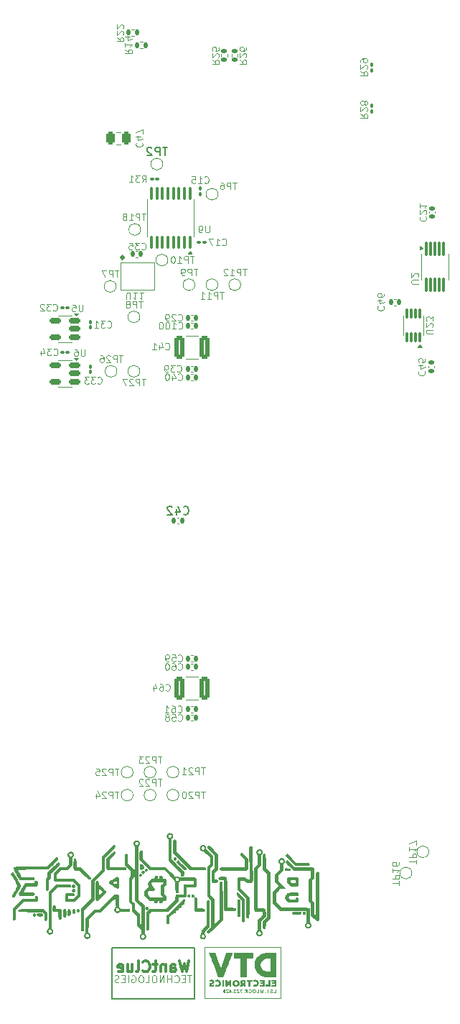
<source format=gbr>
%TF.GenerationSoftware,KiCad,Pcbnew,8.0.4*%
%TF.CreationDate,2024-11-06T18:42:28+01:00*%
%TF.ProjectId,BitForgeNano,42697446-6f72-4676-954e-616e6f2e6b69,rev?*%
%TF.SameCoordinates,Original*%
%TF.FileFunction,Legend,Bot*%
%TF.FilePolarity,Positive*%
%FSLAX46Y46*%
G04 Gerber Fmt 4.6, Leading zero omitted, Abs format (unit mm)*
G04 Created by KiCad (PCBNEW 8.0.4) date 2024-11-06 18:42:28*
%MOMM*%
%LPD*%
G01*
G04 APERTURE LIST*
G04 Aperture macros list*
%AMRoundRect*
0 Rectangle with rounded corners*
0 $1 Rounding radius*
0 $2 $3 $4 $5 $6 $7 $8 $9 X,Y pos of 4 corners*
0 Add a 4 corners polygon primitive as box body*
4,1,4,$2,$3,$4,$5,$6,$7,$8,$9,$2,$3,0*
0 Add four circle primitives for the rounded corners*
1,1,$1+$1,$2,$3*
1,1,$1+$1,$4,$5*
1,1,$1+$1,$6,$7*
1,1,$1+$1,$8,$9*
0 Add four rect primitives between the rounded corners*
20,1,$1+$1,$2,$3,$4,$5,0*
20,1,$1+$1,$4,$5,$6,$7,0*
20,1,$1+$1,$6,$7,$8,$9,0*
20,1,$1+$1,$8,$9,$2,$3,0*%
G04 Aperture macros list end*
%ADD10C,0.000000*%
%ADD11C,0.200000*%
%ADD12C,0.100000*%
%ADD13C,0.125000*%
%ADD14C,0.300000*%
%ADD15C,0.150000*%
%ADD16C,0.120000*%
%ADD17C,0.303180*%
%ADD18C,3.400000*%
%ADD19C,1.295400*%
%ADD20C,1.574800*%
%ADD21C,3.200000*%
%ADD22C,0.650000*%
%ADD23O,2.100000X1.000000*%
%ADD24O,1.800000X1.000000*%
%ADD25C,1.600000*%
%ADD26R,4.000000X2.000000*%
%ADD27O,2.000000X3.500000*%
%ADD28O,3.300000X2.000000*%
%ADD29C,1.000000*%
%ADD30RoundRect,0.100000X-0.100000X0.130000X-0.100000X-0.130000X0.100000X-0.130000X0.100000X0.130000X0*%
%ADD31RoundRect,0.140000X0.140000X0.170000X-0.140000X0.170000X-0.140000X-0.170000X0.140000X-0.170000X0*%
%ADD32RoundRect,0.135000X-0.185000X0.135000X-0.185000X-0.135000X0.185000X-0.135000X0.185000X0.135000X0*%
%ADD33RoundRect,0.250000X0.325000X1.100000X-0.325000X1.100000X-0.325000X-1.100000X0.325000X-1.100000X0*%
%ADD34RoundRect,0.100000X-0.130000X-0.100000X0.130000X-0.100000X0.130000X0.100000X-0.130000X0.100000X0*%
%ADD35RoundRect,0.087500X0.087500X-0.725000X0.087500X0.725000X-0.087500X0.725000X-0.087500X-0.725000X0*%
%ADD36RoundRect,0.135000X-0.135000X-0.185000X0.135000X-0.185000X0.135000X0.185000X-0.135000X0.185000X0*%
%ADD37RoundRect,0.135000X0.185000X-0.135000X0.185000X0.135000X-0.185000X0.135000X-0.185000X-0.135000X0*%
%ADD38RoundRect,0.100000X0.100000X-0.130000X0.100000X0.130000X-0.100000X0.130000X-0.100000X-0.130000X0*%
%ADD39R,1.300000X1.100000*%
%ADD40RoundRect,0.087500X0.087500X-0.537500X0.087500X0.537500X-0.087500X0.537500X-0.087500X-0.537500X0*%
%ADD41C,0.400000*%
%ADD42RoundRect,0.100000X-0.100000X0.637500X-0.100000X-0.637500X0.100000X-0.637500X0.100000X0.637500X0*%
%ADD43RoundRect,0.150000X0.512500X0.150000X-0.512500X0.150000X-0.512500X-0.150000X0.512500X-0.150000X0*%
%ADD44RoundRect,0.250000X-0.250000X-0.475000X0.250000X-0.475000X0.250000X0.475000X-0.250000X0.475000X0*%
%ADD45RoundRect,0.140000X-0.170000X0.140000X-0.170000X-0.140000X0.170000X-0.140000X0.170000X0.140000X0*%
%ADD46RoundRect,0.140000X0.170000X-0.140000X0.170000X0.140000X-0.170000X0.140000X-0.170000X-0.140000X0*%
G04 APERTURE END LIST*
D10*
G36*
X91017107Y-157230774D02*
G01*
X91025291Y-157231716D01*
X91033870Y-157233252D01*
X91042763Y-157235352D01*
X91051888Y-157237986D01*
X91061165Y-157241127D01*
X91070511Y-157244744D01*
X91079846Y-157248808D01*
X91089088Y-157253291D01*
X91098155Y-157258164D01*
X91106966Y-157263397D01*
X91115441Y-157268962D01*
X91123496Y-157274829D01*
X91131052Y-157280969D01*
X91138026Y-157287353D01*
X91144338Y-157293952D01*
X91155260Y-157305384D01*
X91164972Y-157317317D01*
X91173499Y-157329695D01*
X91180863Y-157342461D01*
X91187087Y-157355558D01*
X91192195Y-157368930D01*
X91196211Y-157382520D01*
X91199156Y-157396272D01*
X91201055Y-157410128D01*
X91201931Y-157424032D01*
X91201807Y-157437927D01*
X91200707Y-157451757D01*
X91198652Y-157465464D01*
X91195668Y-157478993D01*
X91191777Y-157492287D01*
X91187002Y-157505288D01*
X91181366Y-157517941D01*
X91174894Y-157530188D01*
X91167608Y-157541973D01*
X91159531Y-157553239D01*
X91150686Y-157563930D01*
X91141098Y-157573988D01*
X91130788Y-157583357D01*
X91119781Y-157591981D01*
X91108100Y-157599802D01*
X91095767Y-157606765D01*
X91082807Y-157612812D01*
X91069241Y-157617886D01*
X91055095Y-157621932D01*
X91040391Y-157624892D01*
X91025151Y-157626709D01*
X91009400Y-157627328D01*
X91000451Y-157627029D01*
X90991475Y-157626146D01*
X90982494Y-157624698D01*
X90973527Y-157622708D01*
X90964595Y-157620194D01*
X90955718Y-157617177D01*
X90946917Y-157613678D01*
X90938211Y-157609716D01*
X90929622Y-157605313D01*
X90921170Y-157600488D01*
X90912874Y-157595262D01*
X90904756Y-157589655D01*
X90896836Y-157583688D01*
X90889133Y-157577381D01*
X90874463Y-157563827D01*
X90860910Y-157549158D01*
X90854603Y-157541455D01*
X90848635Y-157533535D01*
X90843029Y-157525416D01*
X90837803Y-157517121D01*
X90832978Y-157508668D01*
X90828575Y-157500079D01*
X90824613Y-157491374D01*
X90821114Y-157482573D01*
X90818097Y-157473696D01*
X90815583Y-157464764D01*
X90813592Y-157455797D01*
X90812145Y-157446815D01*
X90811262Y-157437840D01*
X90810963Y-157428890D01*
X90811262Y-157419940D01*
X90812145Y-157410965D01*
X90813592Y-157401983D01*
X90815583Y-157393016D01*
X90818097Y-157384084D01*
X90821114Y-157375207D01*
X90824613Y-157366406D01*
X90828575Y-157357700D01*
X90832978Y-157349111D01*
X90837803Y-157340659D01*
X90843029Y-157332363D01*
X90848635Y-157324245D01*
X90854603Y-157316325D01*
X90860910Y-157308622D01*
X90874463Y-157293953D01*
X90889133Y-157280399D01*
X90896836Y-157274092D01*
X90904756Y-157268125D01*
X90912874Y-157262518D01*
X90921170Y-157257292D01*
X90929622Y-157252467D01*
X90938211Y-157248064D01*
X90946917Y-157244103D01*
X90955718Y-157240603D01*
X90964595Y-157237587D01*
X90973527Y-157235073D01*
X90982494Y-157233082D01*
X90991475Y-157231635D01*
X91000451Y-157230752D01*
X91009400Y-157230453D01*
X91017107Y-157230774D01*
G37*
G36*
X72570351Y-155632778D02*
G01*
X72582232Y-155633286D01*
X72594183Y-155634142D01*
X72606042Y-155635416D01*
X72617644Y-155637181D01*
X72628825Y-155639507D01*
X72639423Y-155642468D01*
X72649273Y-155646134D01*
X72653867Y-155648254D01*
X72658213Y-155650577D01*
X72662290Y-155653112D01*
X72666077Y-155655869D01*
X72669556Y-155658856D01*
X72672704Y-155662082D01*
X72676662Y-155666226D01*
X72680356Y-155670487D01*
X72683796Y-155674881D01*
X72686990Y-155679429D01*
X72689948Y-155684149D01*
X72692678Y-155689059D01*
X72695189Y-155694178D01*
X72697491Y-155699525D01*
X72699593Y-155705118D01*
X72701503Y-155710975D01*
X72703231Y-155717117D01*
X72704786Y-155723560D01*
X72706177Y-155730325D01*
X72707413Y-155737428D01*
X72709456Y-155752728D01*
X72710987Y-155769610D01*
X72712078Y-155788222D01*
X72712803Y-155808713D01*
X72713234Y-155831233D01*
X72713502Y-155882954D01*
X72713463Y-155944578D01*
X72713018Y-156015270D01*
X72711021Y-156077399D01*
X72709130Y-156105425D01*
X72706478Y-156131517D01*
X72702940Y-156155744D01*
X72698394Y-156178176D01*
X72692713Y-156198881D01*
X72685775Y-156217928D01*
X72677455Y-156235387D01*
X72667628Y-156251326D01*
X72656170Y-156265815D01*
X72642958Y-156278922D01*
X72627866Y-156290717D01*
X72610770Y-156301269D01*
X72591547Y-156310646D01*
X72570072Y-156318918D01*
X72546221Y-156326154D01*
X72519868Y-156332422D01*
X72490892Y-156337792D01*
X72459166Y-156342333D01*
X72424566Y-156346114D01*
X72386969Y-156349204D01*
X72302285Y-156353586D01*
X72204120Y-156356033D01*
X72091478Y-156357096D01*
X71963367Y-156357328D01*
X71372026Y-156357328D01*
X71189462Y-156674828D01*
X71119078Y-156797859D01*
X71060973Y-156903031D01*
X71038502Y-156945199D01*
X71021472Y-156978437D01*
X71010674Y-157001258D01*
X71007860Y-157008296D01*
X71006899Y-157012172D01*
X71007753Y-157013276D01*
X71010285Y-157014357D01*
X71020216Y-157016443D01*
X71036357Y-157018424D01*
X71058369Y-157020295D01*
X71118660Y-157023683D01*
X71198391Y-157026558D01*
X71294866Y-157028876D01*
X71405386Y-157030589D01*
X71527254Y-157031651D01*
X71657773Y-157032015D01*
X71984995Y-157031770D01*
X72097251Y-157032852D01*
X72181351Y-157035974D01*
X72214267Y-157038589D01*
X72241854Y-157042061D01*
X72264682Y-157046506D01*
X72283320Y-157052040D01*
X72298339Y-157058778D01*
X72310309Y-157066837D01*
X72319800Y-157076332D01*
X72327381Y-157087379D01*
X72334723Y-157100749D01*
X72341294Y-157113952D01*
X72347105Y-157126979D01*
X72352166Y-157139822D01*
X72356488Y-157152473D01*
X72360082Y-157164921D01*
X72362958Y-157177159D01*
X72365128Y-157189178D01*
X72366602Y-157200968D01*
X72367391Y-157212523D01*
X72367506Y-157223832D01*
X72366957Y-157234887D01*
X72365755Y-157245679D01*
X72363912Y-157256199D01*
X72361437Y-157266440D01*
X72358342Y-157276391D01*
X72354638Y-157286045D01*
X72350334Y-157295392D01*
X72345443Y-157304424D01*
X72339974Y-157313133D01*
X72333938Y-157321509D01*
X72327347Y-157329544D01*
X72320211Y-157337228D01*
X72312541Y-157344554D01*
X72304347Y-157351513D01*
X72295641Y-157358095D01*
X72286433Y-157364293D01*
X72276734Y-157370097D01*
X72266554Y-157375499D01*
X72255905Y-157380489D01*
X72244797Y-157385060D01*
X72233241Y-157389203D01*
X72216110Y-157393306D01*
X72191810Y-157396725D01*
X72160802Y-157399517D01*
X72123544Y-157401741D01*
X72032115Y-157404715D01*
X71921200Y-157406109D01*
X71356150Y-157405157D01*
X70944764Y-157407067D01*
X70809624Y-157407434D01*
X70711227Y-157405613D01*
X70673394Y-157403462D01*
X70641852Y-157400258D01*
X70615634Y-157395834D01*
X70593777Y-157390021D01*
X70575316Y-157382651D01*
X70559284Y-157373556D01*
X70544718Y-157362567D01*
X70530651Y-157349515D01*
X70526614Y-157345239D01*
X70522690Y-157340613D01*
X70515196Y-157330420D01*
X70508200Y-157319153D01*
X70501729Y-157307031D01*
X70495814Y-157294269D01*
X70490483Y-157281084D01*
X70485766Y-157267694D01*
X70481690Y-157254315D01*
X70478286Y-157241163D01*
X70475582Y-157228457D01*
X70473607Y-157216412D01*
X70472390Y-157205245D01*
X70471960Y-157195174D01*
X70472347Y-157186414D01*
X70473579Y-157179184D01*
X70474521Y-157176210D01*
X70475685Y-157173699D01*
X70948128Y-156326857D01*
X71032466Y-156179071D01*
X71100432Y-156064777D01*
X71150595Y-155987938D01*
X71168554Y-155964802D01*
X71181525Y-155952515D01*
X71188775Y-155949542D01*
X71201392Y-155946593D01*
X71219066Y-155943690D01*
X71241490Y-155940857D01*
X71299355Y-155935493D01*
X71372521Y-155930687D01*
X71458523Y-155926625D01*
X71554897Y-155923494D01*
X71659178Y-155921478D01*
X71768900Y-155920765D01*
X72316589Y-155920765D01*
X72316589Y-155805672D01*
X72316839Y-155793304D01*
X72317580Y-155781496D01*
X72318802Y-155770234D01*
X72320492Y-155759510D01*
X72322638Y-155749312D01*
X72325228Y-155739628D01*
X72328251Y-155730449D01*
X72331695Y-155721763D01*
X72335547Y-155713560D01*
X72339797Y-155705828D01*
X72344431Y-155698557D01*
X72349439Y-155691736D01*
X72354808Y-155685353D01*
X72360527Y-155679398D01*
X72366583Y-155673861D01*
X72372965Y-155668730D01*
X72379661Y-155663994D01*
X72386659Y-155659642D01*
X72393947Y-155655664D01*
X72401514Y-155652049D01*
X72409347Y-155648785D01*
X72417435Y-155645863D01*
X72425765Y-155643270D01*
X72434327Y-155640997D01*
X72452095Y-155637364D01*
X72470644Y-155634876D01*
X72489880Y-155633448D01*
X72509708Y-155632991D01*
X72547455Y-155632514D01*
X72570351Y-155632778D01*
G37*
G36*
X88676432Y-150411830D02*
G01*
X88674967Y-150431068D01*
X88672555Y-150450027D01*
X88669219Y-150468684D01*
X88664985Y-150487015D01*
X88659874Y-150504996D01*
X88653912Y-150522603D01*
X88647122Y-150539812D01*
X88639528Y-150556599D01*
X88631154Y-150572940D01*
X88622023Y-150588812D01*
X88612161Y-150604191D01*
X88601590Y-150619052D01*
X88590334Y-150633372D01*
X88578418Y-150647127D01*
X88565865Y-150660292D01*
X88552699Y-150672845D01*
X88538944Y-150684762D01*
X88524624Y-150696017D01*
X88509763Y-150706588D01*
X88494385Y-150716451D01*
X88478513Y-150725581D01*
X88462172Y-150733955D01*
X88445385Y-150741550D01*
X88428176Y-150748340D01*
X88410569Y-150754302D01*
X88392588Y-150759412D01*
X88374257Y-150763647D01*
X88355600Y-150766983D01*
X88336641Y-150769395D01*
X88317403Y-150770859D01*
X88297911Y-150771353D01*
X88278418Y-150770859D01*
X88259180Y-150769395D01*
X88240220Y-150766983D01*
X88221562Y-150763647D01*
X88203230Y-150759412D01*
X88185248Y-150754302D01*
X88167640Y-150748340D01*
X88150430Y-150741550D01*
X88133641Y-150733955D01*
X88117298Y-150725581D01*
X88101425Y-150716451D01*
X88086045Y-150706588D01*
X88071182Y-150696017D01*
X88056860Y-150684762D01*
X88043103Y-150672845D01*
X88029936Y-150660292D01*
X88017381Y-150647127D01*
X88005463Y-150633372D01*
X87994205Y-150619052D01*
X87983632Y-150604191D01*
X87973768Y-150588812D01*
X87964636Y-150572940D01*
X87956260Y-150556599D01*
X87948665Y-150539812D01*
X87941873Y-150522603D01*
X87935910Y-150504996D01*
X87930798Y-150487015D01*
X87926562Y-150468684D01*
X87923226Y-150450027D01*
X87920813Y-150431068D01*
X87919348Y-150411830D01*
X87918855Y-150392337D01*
X88108403Y-150392337D01*
X88108650Y-150402082D01*
X88109382Y-150411699D01*
X88110588Y-150421178D01*
X88112255Y-150430505D01*
X88114372Y-150439670D01*
X88116927Y-150448659D01*
X88119908Y-150457462D01*
X88123302Y-150466066D01*
X88127099Y-150474460D01*
X88131285Y-150482630D01*
X88135849Y-150490566D01*
X88140780Y-150498256D01*
X88146065Y-150505686D01*
X88151692Y-150512847D01*
X88157650Y-150519724D01*
X88163926Y-150526308D01*
X88170508Y-150532585D01*
X88177385Y-150538543D01*
X88184545Y-150544172D01*
X88191975Y-150549458D01*
X88199664Y-150554390D01*
X88207600Y-150558956D01*
X88215771Y-150563143D01*
X88224165Y-150566941D01*
X88232770Y-150570337D01*
X88241574Y-150573318D01*
X88250565Y-150575874D01*
X88259731Y-150577992D01*
X88269061Y-150579660D01*
X88278542Y-150580866D01*
X88288163Y-150581599D01*
X88297911Y-150581845D01*
X88307655Y-150581599D01*
X88317273Y-150580866D01*
X88326751Y-150579660D01*
X88336079Y-150577992D01*
X88345243Y-150575874D01*
X88354233Y-150573318D01*
X88363036Y-150570337D01*
X88371640Y-150566941D01*
X88380033Y-150563143D01*
X88388203Y-150558956D01*
X88396139Y-150554390D01*
X88403829Y-150549458D01*
X88411259Y-150544172D01*
X88418420Y-150538543D01*
X88425297Y-150532585D01*
X88431881Y-150526308D01*
X88438158Y-150519724D01*
X88444116Y-150512847D01*
X88449745Y-150505686D01*
X88455031Y-150498256D01*
X88459962Y-150490566D01*
X88464528Y-150482630D01*
X88468716Y-150474460D01*
X88472513Y-150466066D01*
X88475909Y-150457462D01*
X88478891Y-150448659D01*
X88481446Y-150439670D01*
X88483564Y-150430505D01*
X88485232Y-150421178D01*
X88486438Y-150411699D01*
X88487171Y-150402082D01*
X88487418Y-150392337D01*
X88487171Y-150382589D01*
X88486438Y-150372968D01*
X88485232Y-150363487D01*
X88483564Y-150354156D01*
X88481446Y-150344989D01*
X88478891Y-150335997D01*
X88475909Y-150327192D01*
X88472513Y-150318585D01*
X88468716Y-150310190D01*
X88464528Y-150302018D01*
X88459962Y-150294080D01*
X88455031Y-150286389D01*
X88449745Y-150278957D01*
X88444116Y-150271796D01*
X88438158Y-150264917D01*
X88431881Y-150258332D01*
X88425297Y-150252055D01*
X88418420Y-150246095D01*
X88411259Y-150240466D01*
X88403829Y-150235179D01*
X88396139Y-150230247D01*
X88388203Y-150225681D01*
X88380033Y-150221493D01*
X88371640Y-150217695D01*
X88363036Y-150214299D01*
X88354233Y-150211317D01*
X88345243Y-150208761D01*
X88336079Y-150206643D01*
X88326751Y-150204975D01*
X88317273Y-150203769D01*
X88307655Y-150203037D01*
X88297911Y-150202790D01*
X88288163Y-150203037D01*
X88278542Y-150203769D01*
X88269061Y-150204975D01*
X88259731Y-150206643D01*
X88250565Y-150208761D01*
X88241574Y-150211317D01*
X88232770Y-150214299D01*
X88224165Y-150217695D01*
X88215771Y-150221493D01*
X88207600Y-150225681D01*
X88199664Y-150230247D01*
X88191975Y-150235179D01*
X88184545Y-150240466D01*
X88177385Y-150246095D01*
X88170508Y-150252055D01*
X88163926Y-150258332D01*
X88157650Y-150264917D01*
X88151692Y-150271796D01*
X88146065Y-150278957D01*
X88140780Y-150286389D01*
X88135849Y-150294080D01*
X88131285Y-150302018D01*
X88127099Y-150310190D01*
X88123302Y-150318585D01*
X88119908Y-150327192D01*
X88116927Y-150335997D01*
X88114372Y-150344989D01*
X88112255Y-150354156D01*
X88110588Y-150363487D01*
X88109382Y-150372968D01*
X88108650Y-150382589D01*
X88108403Y-150392337D01*
X87918855Y-150392337D01*
X87919348Y-150372845D01*
X87920813Y-150353606D01*
X87923226Y-150334646D01*
X87926562Y-150315989D01*
X87930798Y-150297657D01*
X87935910Y-150279675D01*
X87941873Y-150262067D01*
X87948665Y-150244857D01*
X87956260Y-150228068D01*
X87964636Y-150211725D01*
X87973768Y-150195852D01*
X87983632Y-150180472D01*
X87994205Y-150165609D01*
X88005463Y-150151287D01*
X88017381Y-150137530D01*
X88029936Y-150124363D01*
X88043103Y-150111808D01*
X88056860Y-150099890D01*
X88071182Y-150088632D01*
X88086045Y-150078059D01*
X88101425Y-150068195D01*
X88117298Y-150059063D01*
X88133641Y-150050687D01*
X88150430Y-150043092D01*
X88167640Y-150036300D01*
X88185248Y-150030337D01*
X88203230Y-150025225D01*
X88221562Y-150020990D01*
X88240220Y-150017653D01*
X88259180Y-150015241D01*
X88278418Y-150013776D01*
X88297911Y-150013282D01*
X88317403Y-150013776D01*
X88336641Y-150015241D01*
X88355600Y-150017653D01*
X88374257Y-150020990D01*
X88392588Y-150025225D01*
X88410569Y-150030337D01*
X88428176Y-150036300D01*
X88445385Y-150043092D01*
X88462172Y-150050687D01*
X88478513Y-150059063D01*
X88494385Y-150068195D01*
X88509763Y-150078059D01*
X88524624Y-150088632D01*
X88538944Y-150099890D01*
X88552699Y-150111808D01*
X88565865Y-150124363D01*
X88578418Y-150137530D01*
X88590334Y-150151287D01*
X88601590Y-150165609D01*
X88612161Y-150180472D01*
X88622023Y-150195852D01*
X88631154Y-150211725D01*
X88639528Y-150228068D01*
X88647122Y-150244857D01*
X88653912Y-150262067D01*
X88659874Y-150279675D01*
X88664985Y-150297657D01*
X88669219Y-150315989D01*
X88672555Y-150334646D01*
X88674967Y-150353606D01*
X88676432Y-150372845D01*
X88676925Y-150392337D01*
X88676432Y-150411830D01*
G37*
G36*
X78918743Y-162140477D02*
G01*
X78917279Y-162159715D01*
X78914867Y-162178675D01*
X78911531Y-162197332D01*
X78907296Y-162215663D01*
X78902186Y-162233643D01*
X78896224Y-162251250D01*
X78889433Y-162268459D01*
X78881839Y-162285246D01*
X78873465Y-162301588D01*
X78864335Y-162317460D01*
X78854472Y-162332838D01*
X78843901Y-162347699D01*
X78832646Y-162362019D01*
X78820729Y-162375774D01*
X78808176Y-162388940D01*
X78795010Y-162401493D01*
X78781256Y-162413410D01*
X78766936Y-162424665D01*
X78752075Y-162435236D01*
X78736696Y-162445099D01*
X78720824Y-162454230D01*
X78704483Y-162462604D01*
X78687696Y-162470198D01*
X78670487Y-162476988D01*
X78652880Y-162482950D01*
X78634900Y-162488061D01*
X78616569Y-162492296D01*
X78597912Y-162495631D01*
X78578953Y-162498043D01*
X78559715Y-162499508D01*
X78540222Y-162500002D01*
X78520730Y-162499508D01*
X78501491Y-162498043D01*
X78482531Y-162495631D01*
X78463873Y-162492296D01*
X78445542Y-162488061D01*
X78427560Y-162482950D01*
X78409952Y-162476988D01*
X78392741Y-162470198D01*
X78375953Y-162462604D01*
X78359610Y-162454230D01*
X78343736Y-162445099D01*
X78328356Y-162435236D01*
X78313493Y-162424665D01*
X78299171Y-162413410D01*
X78285415Y-162401493D01*
X78272247Y-162388940D01*
X78259692Y-162375774D01*
X78247774Y-162362019D01*
X78236517Y-162347699D01*
X78225944Y-162332838D01*
X78216079Y-162317460D01*
X78206947Y-162301588D01*
X78198572Y-162285246D01*
X78190976Y-162268459D01*
X78184185Y-162251250D01*
X78178221Y-162233643D01*
X78173110Y-162215663D01*
X78168874Y-162197332D01*
X78165538Y-162178675D01*
X78163125Y-162159715D01*
X78161660Y-162140477D01*
X78161167Y-162120985D01*
X78350715Y-162120985D01*
X78350962Y-162130729D01*
X78351694Y-162140347D01*
X78352900Y-162149825D01*
X78354567Y-162159153D01*
X78356684Y-162168317D01*
X78359239Y-162177307D01*
X78362219Y-162186110D01*
X78365614Y-162194714D01*
X78369410Y-162203107D01*
X78373597Y-162211278D01*
X78378161Y-162219214D01*
X78383092Y-162226903D01*
X78388377Y-162234334D01*
X78394004Y-162241494D01*
X78399961Y-162248372D01*
X78406237Y-162254955D01*
X78412820Y-162261232D01*
X78419697Y-162267190D01*
X78426856Y-162272819D01*
X78434287Y-162278105D01*
X78441976Y-162283037D01*
X78449912Y-162287603D01*
X78458083Y-162291790D01*
X78466476Y-162295588D01*
X78475081Y-162298983D01*
X78483885Y-162301965D01*
X78492876Y-162304521D01*
X78502043Y-162306638D01*
X78511373Y-162308307D01*
X78520854Y-162309513D01*
X78530474Y-162310245D01*
X78540222Y-162310492D01*
X78549967Y-162310245D01*
X78559584Y-162309513D01*
X78569063Y-162308307D01*
X78578390Y-162306638D01*
X78587554Y-162304521D01*
X78596544Y-162301965D01*
X78605347Y-162298983D01*
X78613951Y-162295588D01*
X78622344Y-162291790D01*
X78630514Y-162287603D01*
X78638450Y-162283037D01*
X78646139Y-162278105D01*
X78653570Y-162272819D01*
X78660730Y-162267190D01*
X78667608Y-162261232D01*
X78674191Y-162254955D01*
X78680468Y-162248372D01*
X78686426Y-162241494D01*
X78692055Y-162234334D01*
X78697341Y-162226903D01*
X78702272Y-162219214D01*
X78706838Y-162211278D01*
X78711026Y-162203107D01*
X78714823Y-162194714D01*
X78718219Y-162186110D01*
X78721200Y-162177307D01*
X78723756Y-162168317D01*
X78725874Y-162159153D01*
X78727542Y-162149825D01*
X78728748Y-162140347D01*
X78729481Y-162130729D01*
X78729727Y-162120985D01*
X78729481Y-162111237D01*
X78728748Y-162101616D01*
X78727542Y-162092134D01*
X78725874Y-162082804D01*
X78723756Y-162073636D01*
X78721200Y-162064644D01*
X78718219Y-162055839D01*
X78714823Y-162047233D01*
X78711026Y-162038837D01*
X78706838Y-162030665D01*
X78702272Y-162022727D01*
X78697341Y-162015036D01*
X78692055Y-162007604D01*
X78686426Y-162000443D01*
X78680468Y-161993564D01*
X78674191Y-161986980D01*
X78667608Y-161980702D01*
X78660730Y-161974742D01*
X78653570Y-161969113D01*
X78646139Y-161963827D01*
X78638450Y-161958894D01*
X78630514Y-161954328D01*
X78622344Y-161950140D01*
X78613951Y-161946342D01*
X78605347Y-161942947D01*
X78596544Y-161939965D01*
X78587554Y-161937409D01*
X78578390Y-161935291D01*
X78569063Y-161933623D01*
X78559584Y-161932417D01*
X78549967Y-161931684D01*
X78540222Y-161931437D01*
X78530474Y-161931684D01*
X78520854Y-161932417D01*
X78511373Y-161933623D01*
X78502043Y-161935291D01*
X78492876Y-161937409D01*
X78483885Y-161939965D01*
X78475081Y-161942947D01*
X78466476Y-161946342D01*
X78458083Y-161950140D01*
X78449912Y-161954328D01*
X78441976Y-161958894D01*
X78434287Y-161963827D01*
X78426856Y-161969113D01*
X78419697Y-161974742D01*
X78412820Y-161980702D01*
X78406237Y-161986980D01*
X78399961Y-161993564D01*
X78394004Y-162000443D01*
X78388377Y-162007604D01*
X78383092Y-162015036D01*
X78378161Y-162022727D01*
X78373597Y-162030665D01*
X78369410Y-162038837D01*
X78365614Y-162047233D01*
X78362219Y-162055839D01*
X78359239Y-162064644D01*
X78356684Y-162073636D01*
X78354567Y-162082804D01*
X78352900Y-162092134D01*
X78351694Y-162101616D01*
X78350962Y-162111237D01*
X78350715Y-162120985D01*
X78161167Y-162120985D01*
X78161660Y-162101492D01*
X78163125Y-162082254D01*
X78165538Y-162063294D01*
X78168874Y-162044636D01*
X78173110Y-162026304D01*
X78178221Y-162008323D01*
X78184185Y-161990715D01*
X78190976Y-161973505D01*
X78198572Y-161956716D01*
X78206947Y-161940373D01*
X78216079Y-161924499D01*
X78225944Y-161909119D01*
X78236517Y-161894256D01*
X78247774Y-161879935D01*
X78259692Y-161866178D01*
X78272247Y-161853010D01*
X78285415Y-161840456D01*
X78299171Y-161828537D01*
X78313493Y-161817280D01*
X78328356Y-161806707D01*
X78343736Y-161796843D01*
X78359610Y-161787711D01*
X78375953Y-161779335D01*
X78392741Y-161771740D01*
X78409952Y-161764948D01*
X78427560Y-161758985D01*
X78445542Y-161753873D01*
X78463873Y-161749637D01*
X78482531Y-161746301D01*
X78501491Y-161743889D01*
X78520730Y-161742424D01*
X78540222Y-161741930D01*
X78559715Y-161742424D01*
X78578953Y-161743889D01*
X78597912Y-161746301D01*
X78616569Y-161749637D01*
X78634900Y-161753873D01*
X78652880Y-161758985D01*
X78670487Y-161764948D01*
X78687696Y-161771740D01*
X78704483Y-161779335D01*
X78720824Y-161787711D01*
X78736696Y-161796843D01*
X78752075Y-161806707D01*
X78766936Y-161817280D01*
X78781256Y-161828537D01*
X78795010Y-161840456D01*
X78808176Y-161853010D01*
X78820729Y-161866178D01*
X78832646Y-161879935D01*
X78843901Y-161894256D01*
X78854472Y-161909119D01*
X78864335Y-161924499D01*
X78873465Y-161940373D01*
X78881839Y-161956716D01*
X78889433Y-161973505D01*
X78896224Y-161990715D01*
X78902186Y-162008323D01*
X78907296Y-162026304D01*
X78911531Y-162044636D01*
X78914867Y-162063294D01*
X78917279Y-162082254D01*
X78918743Y-162101492D01*
X78919237Y-162120985D01*
X78918743Y-162140477D01*
G37*
G36*
X99430856Y-152468274D02*
G01*
X99439040Y-152469216D01*
X99447619Y-152470752D01*
X99456512Y-152472852D01*
X99465637Y-152475486D01*
X99474914Y-152478626D01*
X99484260Y-152482243D01*
X99493595Y-152486308D01*
X99502836Y-152490791D01*
X99511903Y-152495664D01*
X99520715Y-152500897D01*
X99529189Y-152506462D01*
X99537245Y-152512329D01*
X99544801Y-152518469D01*
X99551775Y-152524854D01*
X99558087Y-152531453D01*
X99562808Y-152536536D01*
X99567302Y-152542161D01*
X99571574Y-152548407D01*
X99575628Y-152555351D01*
X99579470Y-152563071D01*
X99583106Y-152571645D01*
X99586539Y-152581151D01*
X99589775Y-152591666D01*
X99592819Y-152603269D01*
X99595677Y-152616036D01*
X99598352Y-152630046D01*
X99600852Y-152645376D01*
X99605341Y-152680309D01*
X99609185Y-152721456D01*
X99612424Y-152769441D01*
X99615099Y-152824884D01*
X99617251Y-152888408D01*
X99618920Y-152960635D01*
X99620148Y-153042188D01*
X99620975Y-153133687D01*
X99621587Y-153349015D01*
X99621587Y-154107046D01*
X99879556Y-154376922D01*
X100137524Y-154642827D01*
X100137524Y-160056203D01*
X99879556Y-160322109D01*
X99621587Y-160591983D01*
X99621587Y-160893609D01*
X99620462Y-160962682D01*
X99617052Y-161025562D01*
X99611306Y-161082292D01*
X99603169Y-161132912D01*
X99592592Y-161177463D01*
X99586371Y-161197475D01*
X99579520Y-161215985D01*
X99572032Y-161232997D01*
X99563901Y-161248518D01*
X99555121Y-161262552D01*
X99545684Y-161275105D01*
X99535585Y-161286181D01*
X99524817Y-161295785D01*
X99513372Y-161303923D01*
X99501245Y-161310599D01*
X99488430Y-161315819D01*
X99474918Y-161319588D01*
X99460705Y-161321910D01*
X99445783Y-161322792D01*
X99430147Y-161322237D01*
X99413788Y-161320252D01*
X99396702Y-161316841D01*
X99378881Y-161312009D01*
X99360318Y-161305762D01*
X99341008Y-161298104D01*
X99300118Y-161278577D01*
X99293966Y-161274824D01*
X99288153Y-161270970D01*
X99282669Y-161266961D01*
X99277507Y-161262741D01*
X99272655Y-161258257D01*
X99268105Y-161253454D01*
X99263847Y-161248277D01*
X99259872Y-161242673D01*
X99256170Y-161236586D01*
X99252732Y-161229961D01*
X99249548Y-161222746D01*
X99246610Y-161214884D01*
X99243906Y-161206322D01*
X99241429Y-161197004D01*
X99239168Y-161186877D01*
X99237114Y-161175886D01*
X99235258Y-161163977D01*
X99233590Y-161151094D01*
X99232101Y-161137184D01*
X99230781Y-161122192D01*
X99229621Y-161106063D01*
X99228612Y-161088743D01*
X99227743Y-161070178D01*
X99227006Y-161050313D01*
X99225889Y-161006463D01*
X99225184Y-160956760D01*
X99224817Y-160900766D01*
X99224712Y-160838046D01*
X99224712Y-160437203D01*
X99482681Y-160171296D01*
X99740650Y-159901421D01*
X99740650Y-154797608D01*
X99482681Y-154527734D01*
X99224712Y-154261827D01*
X99224712Y-153428390D01*
X99225750Y-153131881D01*
X99230045Y-152903275D01*
X99233965Y-152811703D01*
X99239362Y-152733828D01*
X99246457Y-152668557D01*
X99255470Y-152614796D01*
X99266622Y-152571454D01*
X99280135Y-152537437D01*
X99296229Y-152511652D01*
X99315125Y-152493006D01*
X99337044Y-152480406D01*
X99362207Y-152472759D01*
X99390835Y-152468972D01*
X99423149Y-152467953D01*
X99430856Y-152468274D01*
G37*
G36*
X81697740Y-151436399D02*
G01*
X81705186Y-151437341D01*
X81713039Y-151438877D01*
X81721223Y-151440977D01*
X81729663Y-151443611D01*
X81738283Y-151446752D01*
X81747008Y-151450369D01*
X81755762Y-151454433D01*
X81764470Y-151458916D01*
X81773056Y-151463789D01*
X81781444Y-151469022D01*
X81789558Y-151474587D01*
X81797324Y-151480454D01*
X81804666Y-151486594D01*
X81811507Y-151492979D01*
X81817774Y-151499578D01*
X81824373Y-151505844D01*
X81830758Y-151512686D01*
X81836898Y-151520027D01*
X81842765Y-151527793D01*
X81848329Y-151535908D01*
X81853563Y-151544296D01*
X81858436Y-151552882D01*
X81862919Y-151561590D01*
X81866984Y-151570344D01*
X81870601Y-151579069D01*
X81873741Y-151587690D01*
X81876376Y-151596130D01*
X81878475Y-151604314D01*
X81880011Y-151612168D01*
X81880954Y-151619614D01*
X81881275Y-151626578D01*
X81880467Y-151630361D01*
X81878072Y-151635726D01*
X81868678Y-151651026D01*
X81853413Y-151672116D01*
X81832595Y-151698635D01*
X81806546Y-151730225D01*
X81775583Y-151766523D01*
X81700200Y-151851805D01*
X81609004Y-151951597D01*
X81504553Y-152063016D01*
X81389405Y-152183180D01*
X81266118Y-152309203D01*
X80650962Y-152928328D01*
X80650962Y-154468203D01*
X79420651Y-155706453D01*
X79420651Y-157889265D01*
X78190338Y-159111640D01*
X78190338Y-160314171D01*
X78192024Y-160984425D01*
X78192246Y-161196459D01*
X78190377Y-161343665D01*
X78185159Y-161438967D01*
X78180901Y-161471193D01*
X78175335Y-161495290D01*
X78168303Y-161512873D01*
X78159648Y-161525559D01*
X78149212Y-161534961D01*
X78136839Y-161542698D01*
X78116587Y-161553251D01*
X78097387Y-161562545D01*
X78079069Y-161570518D01*
X78061459Y-161577105D01*
X78044384Y-161582244D01*
X78035995Y-161584251D01*
X78027674Y-161585872D01*
X78019402Y-161587099D01*
X78011156Y-161587926D01*
X78002915Y-161588343D01*
X77994658Y-161588343D01*
X77986362Y-161587918D01*
X77978007Y-161587060D01*
X77969570Y-161585762D01*
X77961031Y-161584015D01*
X77952368Y-161581811D01*
X77943559Y-161579143D01*
X77934582Y-161576003D01*
X77925417Y-161572383D01*
X77916042Y-161568275D01*
X77906434Y-161563671D01*
X77886438Y-161552945D01*
X77865256Y-161540141D01*
X77842716Y-161525196D01*
X77835941Y-161517393D01*
X77829737Y-161509473D01*
X77824081Y-161501228D01*
X77818950Y-161492453D01*
X77814321Y-161482940D01*
X77810169Y-161472482D01*
X77806473Y-161460872D01*
X77803208Y-161447904D01*
X77800351Y-161433371D01*
X77797879Y-161417065D01*
X77795768Y-161398779D01*
X77793994Y-161378308D01*
X77792536Y-161355443D01*
X77791368Y-161329978D01*
X77790468Y-161301707D01*
X77789812Y-161270422D01*
X77789140Y-161197982D01*
X77789165Y-161111004D01*
X77790555Y-160886812D01*
X77792487Y-160584605D01*
X77793188Y-160400107D01*
X77793463Y-160191140D01*
X77793463Y-158960827D01*
X79023774Y-157722577D01*
X79023774Y-155539765D01*
X80254087Y-154317391D01*
X80254087Y-153559359D01*
X80256816Y-153263998D01*
X80264008Y-153015144D01*
X80268814Y-152916647D01*
X80274178Y-152839961D01*
X80279915Y-152788484D01*
X80282865Y-152773259D01*
X80285838Y-152765609D01*
X80322675Y-152722554D01*
X80381854Y-152659484D01*
X80553913Y-152485874D01*
X80775365Y-152269941D01*
X81019560Y-152036847D01*
X81259848Y-151811753D01*
X81469580Y-151619819D01*
X81622106Y-151486207D01*
X81668589Y-151449134D01*
X81690776Y-151436078D01*
X81697740Y-151436399D01*
G37*
G36*
X103233319Y-157032242D02*
G01*
X103294858Y-157033929D01*
X103344869Y-157037263D01*
X103384535Y-157042740D01*
X103415042Y-157050857D01*
X103427231Y-157056061D01*
X103437574Y-157062112D01*
X103446220Y-157069071D01*
X103453316Y-157077001D01*
X103459011Y-157085964D01*
X103463452Y-157096022D01*
X103469168Y-157119671D01*
X103471647Y-157148447D01*
X103472074Y-157182845D01*
X103471512Y-157270497D01*
X103471800Y-157335831D01*
X103470938Y-157361100D01*
X103470043Y-157372059D01*
X103468757Y-157381968D01*
X103467018Y-157390875D01*
X103464767Y-157398831D01*
X103461943Y-157405886D01*
X103458483Y-157412088D01*
X103454329Y-157417488D01*
X103449418Y-157422136D01*
X103443690Y-157426080D01*
X103437083Y-157429371D01*
X103429538Y-157432059D01*
X103420993Y-157434193D01*
X103411387Y-157435823D01*
X103400659Y-157436998D01*
X103388749Y-157437768D01*
X103375595Y-157438183D01*
X103345314Y-157438147D01*
X103267149Y-157435998D01*
X103218291Y-157434681D01*
X103162267Y-157433732D01*
X102965420Y-157431167D01*
X102909260Y-157429704D01*
X102880246Y-157429044D01*
X102764837Y-157428890D01*
X102651363Y-157429254D01*
X102563981Y-157431060D01*
X102528693Y-157432838D01*
X102498271Y-157435378D01*
X102472164Y-157438813D01*
X102449817Y-157443277D01*
X102430680Y-157448903D01*
X102414199Y-157455826D01*
X102399823Y-157464179D01*
X102386999Y-157474096D01*
X102375175Y-157485711D01*
X102363799Y-157499157D01*
X102340181Y-157532077D01*
X102329029Y-157549659D01*
X102319430Y-157565385D01*
X102311447Y-157579542D01*
X102308081Y-157586121D01*
X102305144Y-157592415D01*
X102302642Y-157598458D01*
X102300585Y-157604287D01*
X102298979Y-157609937D01*
X102297834Y-157615444D01*
X102297157Y-157620844D01*
X102296955Y-157626171D01*
X102297238Y-157631463D01*
X102298012Y-157636753D01*
X102299287Y-157642079D01*
X102301069Y-157647475D01*
X102303368Y-157652976D01*
X102306190Y-157658620D01*
X102309544Y-157664441D01*
X102313439Y-157670475D01*
X102317881Y-157676758D01*
X102322879Y-157683324D01*
X102334575Y-157697452D01*
X102348590Y-157713144D01*
X102364990Y-157730684D01*
X102383836Y-157750359D01*
X102402378Y-157769310D01*
X102419617Y-157786070D01*
X102427894Y-157793669D01*
X102436019Y-157800771D01*
X102444052Y-157807392D01*
X102452049Y-157813549D01*
X102460070Y-157819258D01*
X102468173Y-157824536D01*
X102476414Y-157829399D01*
X102484854Y-157833865D01*
X102493549Y-157837951D01*
X102502558Y-157841672D01*
X102511939Y-157845046D01*
X102521751Y-157848089D01*
X102532051Y-157850819D01*
X102542897Y-157853251D01*
X102554348Y-157855403D01*
X102566461Y-157857291D01*
X102579296Y-157858931D01*
X102592909Y-157860342D01*
X102607360Y-157861538D01*
X102622706Y-157862538D01*
X102656316Y-157864014D01*
X102694206Y-157864903D01*
X102736839Y-157865338D01*
X102784680Y-157865453D01*
X102934402Y-157866854D01*
X102992374Y-157867286D01*
X103039355Y-157866365D01*
X103058787Y-157865123D01*
X103075547Y-157863212D01*
X103089659Y-157860524D01*
X103101149Y-157856947D01*
X103110042Y-157852372D01*
X103116363Y-157846689D01*
X103118567Y-157843398D01*
X103120137Y-157839788D01*
X103121389Y-157831560D01*
X103119411Y-157766717D01*
X103119917Y-157749095D01*
X103121601Y-157731474D01*
X103123006Y-157722752D01*
X103124851Y-157714137D01*
X103127185Y-157705663D01*
X103130056Y-157697366D01*
X103133513Y-157689281D01*
X103137605Y-157681444D01*
X103142380Y-157673890D01*
X103147886Y-157666655D01*
X103154172Y-157659773D01*
X103161288Y-157653280D01*
X103169280Y-157647212D01*
X103178199Y-157641603D01*
X103188092Y-157636489D01*
X103199009Y-157631906D01*
X103210997Y-157627889D01*
X103224105Y-157624472D01*
X103238382Y-157621692D01*
X103253876Y-157619584D01*
X103270637Y-157618184D01*
X103288712Y-157617525D01*
X103307218Y-157617525D01*
X103324445Y-157618085D01*
X103340436Y-157619205D01*
X103355239Y-157620890D01*
X103368897Y-157623140D01*
X103381458Y-157625958D01*
X103392965Y-157629345D01*
X103403465Y-157633304D01*
X103413002Y-157637837D01*
X103421623Y-157642945D01*
X103429372Y-157648631D01*
X103436296Y-157654898D01*
X103442439Y-157661746D01*
X103447847Y-157669178D01*
X103452565Y-157677196D01*
X103456639Y-157685802D01*
X103460115Y-157694998D01*
X103463037Y-157704787D01*
X103465451Y-157715169D01*
X103467402Y-157726148D01*
X103468937Y-157737725D01*
X103470099Y-157749902D01*
X103471491Y-157776066D01*
X103471941Y-157804655D01*
X103471813Y-157835687D01*
X103471274Y-157905140D01*
X103470726Y-157958412D01*
X103468561Y-158005382D01*
X103466629Y-158026628D01*
X103464001Y-158046446D01*
X103460580Y-158064886D01*
X103456267Y-158081998D01*
X103450967Y-158097830D01*
X103444580Y-158112434D01*
X103437011Y-158125857D01*
X103428161Y-158138149D01*
X103417933Y-158149360D01*
X103406230Y-158159539D01*
X103392954Y-158168736D01*
X103378009Y-158176999D01*
X103361296Y-158184379D01*
X103342718Y-158190925D01*
X103322179Y-158196686D01*
X103299579Y-158201711D01*
X103274823Y-158206051D01*
X103247813Y-158209753D01*
X103218451Y-158212869D01*
X103186641Y-158215447D01*
X103115283Y-158219187D01*
X103032960Y-158221369D01*
X102938894Y-158222388D01*
X102832306Y-158222640D01*
X102316368Y-158222640D01*
X102098086Y-158016265D01*
X102075922Y-157995178D01*
X102054159Y-157973694D01*
X102032919Y-157951979D01*
X102012324Y-157930193D01*
X101973559Y-157887064D01*
X101955633Y-157866046D01*
X101938841Y-157845609D01*
X101923304Y-157825916D01*
X101909145Y-157807131D01*
X101896486Y-157789415D01*
X101885448Y-157772931D01*
X101876155Y-157757843D01*
X101868728Y-157744313D01*
X101863290Y-157732503D01*
X101859962Y-157722577D01*
X101858170Y-157711451D01*
X101857952Y-157698263D01*
X101859231Y-157683159D01*
X101861930Y-157666286D01*
X101871281Y-157627822D01*
X101885386Y-157584043D01*
X101903631Y-157536126D01*
X101925399Y-157485243D01*
X101950074Y-157432570D01*
X101977040Y-157379281D01*
X102005679Y-157326549D01*
X102035377Y-157275551D01*
X102065517Y-157227459D01*
X102095482Y-157183448D01*
X102124657Y-157144692D01*
X102152424Y-157112367D01*
X102178169Y-157087645D01*
X102190090Y-157078503D01*
X102201274Y-157071703D01*
X102211635Y-157067322D01*
X102227606Y-157063120D01*
X102248844Y-157059112D01*
X102275006Y-157055316D01*
X102305749Y-157051746D01*
X102340731Y-157048419D01*
X102422036Y-157042557D01*
X102516178Y-157037858D01*
X102620412Y-157034449D01*
X102731994Y-157032459D01*
X102848181Y-157032015D01*
X103233319Y-157032242D01*
G37*
G36*
X96756461Y-152353694D02*
G01*
X96769583Y-152355254D01*
X96783161Y-152358062D01*
X96797241Y-152362139D01*
X96811869Y-152367508D01*
X96827091Y-152374191D01*
X96842952Y-152382212D01*
X96859498Y-152391592D01*
X96876776Y-152402355D01*
X96894831Y-152414522D01*
X96913708Y-152428116D01*
X96933453Y-152443161D01*
X96954113Y-152459677D01*
X96975732Y-152477688D01*
X96998358Y-152497217D01*
X97022035Y-152518286D01*
X97072726Y-152565133D01*
X97128173Y-152618409D01*
X97188742Y-152678296D01*
X97518149Y-153007703D01*
X97518149Y-153666515D01*
X97517537Y-153852682D01*
X97515483Y-154003177D01*
X97511661Y-154122139D01*
X97505747Y-154213707D01*
X97497414Y-154282020D01*
X97492239Y-154308750D01*
X97486337Y-154331219D01*
X97479668Y-154349944D01*
X97472191Y-154365442D01*
X97463865Y-154378230D01*
X97454649Y-154388828D01*
X97449328Y-154393898D01*
X97442917Y-154398697D01*
X97435230Y-154403231D01*
X97426085Y-154407509D01*
X97415298Y-154411536D01*
X97402684Y-154415320D01*
X97388061Y-154418869D01*
X97371244Y-154422190D01*
X97352048Y-154425290D01*
X97330292Y-154428176D01*
X97278358Y-154433336D01*
X97213971Y-154437730D01*
X97135661Y-154441414D01*
X97041956Y-154444446D01*
X96931387Y-154446886D01*
X96802481Y-154448791D01*
X96653768Y-154450219D01*
X96291038Y-154451878D01*
X95831430Y-154452328D01*
X95009094Y-154450219D01*
X94731475Y-154446886D01*
X94527201Y-154441414D01*
X94384504Y-154433336D01*
X94291619Y-154422190D01*
X94236777Y-154407509D01*
X94219946Y-154398697D01*
X94208213Y-154388828D01*
X94201613Y-154382516D01*
X94195229Y-154375542D01*
X94189089Y-154367986D01*
X94183222Y-154359930D01*
X94177657Y-154351456D01*
X94172424Y-154342645D01*
X94167551Y-154333577D01*
X94163068Y-154324336D01*
X94159004Y-154315001D01*
X94155387Y-154305655D01*
X94152246Y-154296378D01*
X94149612Y-154287253D01*
X94147512Y-154278360D01*
X94145976Y-154269781D01*
X94145034Y-154261597D01*
X94144713Y-154253890D01*
X94145034Y-154246183D01*
X94145976Y-154238000D01*
X94147512Y-154229421D01*
X94149612Y-154220528D01*
X94152246Y-154211403D01*
X94155387Y-154202126D01*
X94159004Y-154192780D01*
X94163068Y-154183445D01*
X94167551Y-154174203D01*
X94172424Y-154165136D01*
X94177657Y-154156325D01*
X94183222Y-154147850D01*
X94189089Y-154139795D01*
X94195229Y-154132239D01*
X94201613Y-154125265D01*
X94208213Y-154118953D01*
X94213485Y-154113882D01*
X94219738Y-154109083D01*
X94227141Y-154104549D01*
X94235862Y-154100272D01*
X94246068Y-154096245D01*
X94257928Y-154092460D01*
X94271608Y-154088911D01*
X94287278Y-154085590D01*
X94305104Y-154082491D01*
X94325255Y-154079604D01*
X94373202Y-154074444D01*
X94432463Y-154070051D01*
X94504380Y-154066367D01*
X94590297Y-154063334D01*
X94691555Y-154060894D01*
X94809498Y-154058989D01*
X94945470Y-154057561D01*
X95276868Y-154055903D01*
X95696494Y-154055453D01*
X97121274Y-154055453D01*
X97121274Y-153170421D01*
X96843462Y-152880703D01*
X96792134Y-152827525D01*
X96746677Y-152779352D01*
X96706918Y-152735796D01*
X96672681Y-152696466D01*
X96643794Y-152660973D01*
X96620080Y-152628927D01*
X96601366Y-152599940D01*
X96593829Y-152586471D01*
X96587477Y-152573621D01*
X96582288Y-152561340D01*
X96578240Y-152549580D01*
X96575310Y-152538293D01*
X96573478Y-152527430D01*
X96572722Y-152516941D01*
X96573019Y-152506779D01*
X96574348Y-152496894D01*
X96576688Y-152487238D01*
X96580015Y-152477763D01*
X96584309Y-152468419D01*
X96589548Y-152459158D01*
X96595710Y-152449931D01*
X96610715Y-152431385D01*
X96629150Y-152412391D01*
X96640273Y-152401721D01*
X96651349Y-152392050D01*
X96662424Y-152383401D01*
X96673542Y-152375796D01*
X96684751Y-152369258D01*
X96696096Y-152363809D01*
X96707623Y-152359472D01*
X96719377Y-152356270D01*
X96731404Y-152354224D01*
X96743750Y-152353358D01*
X96756461Y-152353694D01*
G37*
G36*
X76896401Y-152642880D02*
G01*
X76887917Y-152659782D01*
X76878384Y-152676662D01*
X76867806Y-152693499D01*
X76856185Y-152710271D01*
X76843523Y-152726955D01*
X76829822Y-152743530D01*
X76815085Y-152759974D01*
X76808996Y-152766823D01*
X76803366Y-152774004D01*
X76798178Y-152781562D01*
X76793416Y-152789539D01*
X76789060Y-152797981D01*
X76785095Y-152806930D01*
X76781502Y-152816430D01*
X76778263Y-152826524D01*
X76775362Y-152837258D01*
X76772782Y-152848673D01*
X76770503Y-152860815D01*
X76768510Y-152873726D01*
X76765308Y-152902033D01*
X76763036Y-152933943D01*
X76761556Y-152969807D01*
X76760726Y-153009973D01*
X76760407Y-153054793D01*
X76760460Y-153104614D01*
X76761588Y-153360922D01*
X76761588Y-153833203D01*
X76182149Y-154412641D01*
X75436024Y-154412641D01*
X74975651Y-154865078D01*
X74975651Y-155404828D01*
X77055274Y-155404828D01*
X77753775Y-156103328D01*
X77753775Y-157405078D01*
X77015586Y-158143265D01*
X76535369Y-158143265D01*
X76331520Y-158142707D01*
X76249427Y-158140754D01*
X76179297Y-158136568D01*
X76120190Y-158129313D01*
X76094476Y-158124272D01*
X76071164Y-158118150D01*
X76050137Y-158110843D01*
X76031277Y-158102244D01*
X76014466Y-158092251D01*
X75999587Y-158080757D01*
X75986522Y-158067659D01*
X75975153Y-158052852D01*
X75965362Y-158036231D01*
X75957032Y-158017692D01*
X75950044Y-157997129D01*
X75944282Y-157974438D01*
X75939628Y-157949515D01*
X75935963Y-157922256D01*
X75931132Y-157860306D01*
X75928847Y-157787752D01*
X75928150Y-157607484D01*
X75928948Y-157428355D01*
X75931263Y-157356136D01*
X75936025Y-157294387D01*
X75939598Y-157267182D01*
X75944113Y-157242288D01*
X75949678Y-157219602D01*
X75956404Y-157199021D01*
X75964400Y-157180442D01*
X75973776Y-157163764D01*
X75984641Y-157148884D01*
X75997107Y-157135699D01*
X76011281Y-157124107D01*
X76027274Y-157114005D01*
X76045196Y-157105292D01*
X76065157Y-157097864D01*
X76087265Y-157091619D01*
X76111631Y-157086455D01*
X76138365Y-157082269D01*
X76167577Y-157078958D01*
X76233870Y-157074554D01*
X76311390Y-157072424D01*
X76503618Y-157071703D01*
X76665081Y-157073555D01*
X76733575Y-157076072D01*
X76794453Y-157079826D01*
X76848122Y-157084953D01*
X76894990Y-157091585D01*
X76935462Y-157099857D01*
X76969946Y-157109902D01*
X76998849Y-157121854D01*
X77022579Y-157135846D01*
X77032630Y-157143649D01*
X77041541Y-157152013D01*
X77049361Y-157160953D01*
X77056142Y-157170487D01*
X77066791Y-157191404D01*
X77073893Y-157214896D01*
X77077856Y-157241097D01*
X77079087Y-157270140D01*
X77078769Y-157283978D01*
X77077802Y-157297222D01*
X77076163Y-157309881D01*
X77073831Y-157321967D01*
X77070784Y-157333488D01*
X77067000Y-157344456D01*
X77062458Y-157354880D01*
X77057134Y-157364770D01*
X77051009Y-157374138D01*
X77044060Y-157382992D01*
X77036264Y-157391343D01*
X77027601Y-157399202D01*
X77018049Y-157406578D01*
X77007585Y-157413482D01*
X76996188Y-157419924D01*
X76983837Y-157425914D01*
X76970508Y-157431462D01*
X76956181Y-157436578D01*
X76940834Y-157441272D01*
X76924445Y-157445556D01*
X76906992Y-157449438D01*
X76888453Y-157452929D01*
X76868807Y-157456040D01*
X76848031Y-157458780D01*
X76826104Y-157461159D01*
X76803005Y-157463188D01*
X76778710Y-157464877D01*
X76753200Y-157466237D01*
X76698441Y-157468006D01*
X76638555Y-157468578D01*
X76325024Y-157468578D01*
X76325024Y-157746390D01*
X76864773Y-157746390D01*
X77356901Y-157246328D01*
X77356901Y-156214453D01*
X76896523Y-155762015D01*
X75820994Y-155762015D01*
X75258485Y-155759907D01*
X75066086Y-155756574D01*
X74922568Y-155751101D01*
X74820163Y-155743024D01*
X74751105Y-155731877D01*
X74726654Y-155725008D01*
X74707627Y-155717196D01*
X74693053Y-155708385D01*
X74681961Y-155698515D01*
X74677240Y-155693870D01*
X74672746Y-155688838D01*
X74668474Y-155683384D01*
X74664420Y-155677470D01*
X74660578Y-155671058D01*
X74656943Y-155664113D01*
X74653510Y-155656596D01*
X74650274Y-155648471D01*
X74647230Y-155639701D01*
X74644372Y-155630249D01*
X74641697Y-155620077D01*
X74639198Y-155609148D01*
X74636870Y-155597426D01*
X74634709Y-155584874D01*
X74630865Y-155557128D01*
X74627626Y-155525616D01*
X74624951Y-155490039D01*
X74622799Y-155450103D01*
X74621129Y-155405509D01*
X74619901Y-155355963D01*
X74619075Y-155301167D01*
X74618609Y-155240825D01*
X74618463Y-155174640D01*
X74618463Y-154714266D01*
X75277274Y-154055453D01*
X76031336Y-154055453D01*
X76404400Y-153674453D01*
X76404400Y-153261703D01*
X76404667Y-153046894D01*
X76403768Y-152962111D01*
X76401086Y-152891021D01*
X76398820Y-152860285D01*
X76395800Y-152832581D01*
X76391923Y-152807780D01*
X76387088Y-152785750D01*
X76381191Y-152766362D01*
X76374129Y-152749486D01*
X76365800Y-152734990D01*
X76356101Y-152722746D01*
X76347768Y-152712865D01*
X76339887Y-152702589D01*
X76332466Y-152691946D01*
X76325512Y-152680963D01*
X76319031Y-152669668D01*
X76313032Y-152658089D01*
X76302504Y-152634193D01*
X76293984Y-152609497D01*
X76287527Y-152584224D01*
X76287322Y-152583015D01*
X76358398Y-152583015D01*
X76360061Y-152597926D01*
X76363490Y-152613034D01*
X76368591Y-152628230D01*
X76375274Y-152643405D01*
X76383448Y-152658452D01*
X76393020Y-152673264D01*
X76403900Y-152687730D01*
X76415995Y-152701745D01*
X76429215Y-152715200D01*
X76443468Y-152727986D01*
X76458662Y-152739995D01*
X76474706Y-152751120D01*
X76491509Y-152761253D01*
X76508978Y-152770285D01*
X76527024Y-152778108D01*
X76545553Y-152784615D01*
X76564474Y-152789697D01*
X76583697Y-152793246D01*
X76603129Y-152795154D01*
X76622680Y-152795313D01*
X76642257Y-152793616D01*
X76661769Y-152789953D01*
X76681125Y-152784218D01*
X76700234Y-152776301D01*
X76719003Y-152766095D01*
X76737341Y-152753492D01*
X76755157Y-152738383D01*
X76767392Y-152729615D01*
X76778081Y-152719743D01*
X76787271Y-152708858D01*
X76795004Y-152697050D01*
X76801328Y-152684409D01*
X76806285Y-152671027D01*
X76809922Y-152656994D01*
X76812282Y-152642401D01*
X76813412Y-152627339D01*
X76813355Y-152611898D01*
X76812157Y-152596168D01*
X76809863Y-152580241D01*
X76806517Y-152564207D01*
X76802164Y-152548157D01*
X76796850Y-152532182D01*
X76790619Y-152516371D01*
X76783515Y-152500817D01*
X76775585Y-152485609D01*
X76766872Y-152470838D01*
X76757422Y-152456594D01*
X76747279Y-152442970D01*
X76736489Y-152430054D01*
X76725096Y-152417938D01*
X76713145Y-152406713D01*
X76700680Y-152396468D01*
X76687748Y-152387296D01*
X76674393Y-152379285D01*
X76660659Y-152372528D01*
X76646592Y-152367115D01*
X76632236Y-152363136D01*
X76617637Y-152360682D01*
X76602838Y-152359844D01*
X76598785Y-152360200D01*
X76594098Y-152361240D01*
X76582997Y-152365217D01*
X76569894Y-152371459D01*
X76555144Y-152379651D01*
X76539106Y-152389477D01*
X76522137Y-152400622D01*
X76504592Y-152412770D01*
X76486830Y-152425606D01*
X76452082Y-152452078D01*
X76420748Y-152477514D01*
X76395686Y-152499390D01*
X76386399Y-152508203D01*
X76379752Y-152515180D01*
X76371220Y-152527491D01*
X76364910Y-152540537D01*
X76360730Y-152554212D01*
X76358590Y-152568408D01*
X76358398Y-152583015D01*
X76287322Y-152583015D01*
X76283191Y-152558598D01*
X76281031Y-152532842D01*
X76280785Y-152519984D01*
X76281104Y-152507178D01*
X76281995Y-152494451D01*
X76283465Y-152481831D01*
X76285521Y-152469346D01*
X76288171Y-152457023D01*
X76291421Y-152444891D01*
X76295278Y-152432978D01*
X76299749Y-152421311D01*
X76304841Y-152409919D01*
X76310562Y-152398829D01*
X76316918Y-152388069D01*
X76323917Y-152377668D01*
X76331565Y-152367652D01*
X76339869Y-152358050D01*
X76348837Y-152348891D01*
X76358401Y-152339427D01*
X76368471Y-152330386D01*
X76379018Y-152321772D01*
X76390012Y-152313590D01*
X76401425Y-152305844D01*
X76413228Y-152298539D01*
X76437885Y-152285266D01*
X76463752Y-152273808D01*
X76490595Y-152264198D01*
X76518183Y-152256472D01*
X76546282Y-152250664D01*
X76574660Y-152246809D01*
X76603085Y-152244943D01*
X76631324Y-152245100D01*
X76659144Y-152247315D01*
X76686313Y-152251623D01*
X76699581Y-152254572D01*
X76712599Y-152258058D01*
X76725337Y-152262085D01*
X76737768Y-152266657D01*
X76749861Y-152271778D01*
X76761588Y-152277452D01*
X76780012Y-152287769D01*
X76797332Y-152298612D01*
X76813552Y-152309959D01*
X76828674Y-152321789D01*
X76842699Y-152334080D01*
X76855630Y-152346809D01*
X76867469Y-152359955D01*
X76878219Y-152373496D01*
X76887882Y-152387410D01*
X76896459Y-152401676D01*
X76903953Y-152416270D01*
X76910367Y-152431172D01*
X76915702Y-152446359D01*
X76919961Y-152461809D01*
X76923145Y-152477501D01*
X76925258Y-152493412D01*
X76926301Y-152509522D01*
X76926277Y-152525806D01*
X76925187Y-152542245D01*
X76923034Y-152558816D01*
X76919821Y-152575496D01*
X76915548Y-152592265D01*
X76910219Y-152609100D01*
X76903836Y-152625979D01*
X76903238Y-152627339D01*
X76896401Y-152642880D01*
G37*
G36*
X87913016Y-155872737D02*
G01*
X87911840Y-155904646D01*
X87909931Y-155933415D01*
X87907138Y-155959487D01*
X87903311Y-155983304D01*
X87898298Y-156005306D01*
X87891947Y-156025937D01*
X87884109Y-156045637D01*
X87874630Y-156064849D01*
X87863362Y-156084015D01*
X87850151Y-156103575D01*
X87834848Y-156123973D01*
X87817301Y-156145650D01*
X87774870Y-156194609D01*
X87635964Y-156345421D01*
X87635964Y-157178859D01*
X87774870Y-157305859D01*
X87796705Y-157325861D01*
X87816162Y-157344399D01*
X87833375Y-157361774D01*
X87848477Y-157378288D01*
X87855279Y-157386318D01*
X87861604Y-157394245D01*
X87867467Y-157402108D01*
X87872887Y-157409946D01*
X87877879Y-157417794D01*
X87882461Y-157425693D01*
X87886649Y-157433678D01*
X87890459Y-157441789D01*
X87893910Y-157450062D01*
X87897016Y-157458536D01*
X87899796Y-157467248D01*
X87902265Y-157476236D01*
X87904440Y-157485538D01*
X87906339Y-157495192D01*
X87907978Y-157505236D01*
X87909373Y-157515707D01*
X87911500Y-157538081D01*
X87912853Y-157562619D01*
X87913568Y-157589621D01*
X87913776Y-157619391D01*
X87913494Y-157679084D01*
X87912450Y-157731934D01*
X87910349Y-157778354D01*
X87906892Y-157818758D01*
X87901785Y-157853557D01*
X87898520Y-157868984D01*
X87894730Y-157883165D01*
X87890380Y-157896151D01*
X87885431Y-157907994D01*
X87879848Y-157918745D01*
X87873592Y-157928456D01*
X87866627Y-157937180D01*
X87858916Y-157944966D01*
X87850421Y-157951867D01*
X87841106Y-157957935D01*
X87830933Y-157963221D01*
X87819866Y-157967777D01*
X87807867Y-157971653D01*
X87794899Y-157974903D01*
X87765909Y-157979727D01*
X87732600Y-157982662D01*
X87694675Y-157984121D01*
X87651838Y-157984515D01*
X87441494Y-157984515D01*
X87429588Y-158131359D01*
X87425309Y-158181139D01*
X87422890Y-158201279D01*
X87419914Y-158218547D01*
X87418129Y-158226173D01*
X87416100Y-158233164D01*
X87413792Y-158239548D01*
X87411170Y-158245352D01*
X87408199Y-158250603D01*
X87404845Y-158255330D01*
X87401072Y-158259559D01*
X87396845Y-158263320D01*
X87392131Y-158266638D01*
X87386893Y-158269542D01*
X87381097Y-158272060D01*
X87374707Y-158274218D01*
X87367690Y-158276045D01*
X87360011Y-158277569D01*
X87351633Y-158278816D01*
X87342523Y-158279815D01*
X87321967Y-158281177D01*
X87298061Y-158281877D01*
X87239088Y-158282171D01*
X87180115Y-158281877D01*
X87156209Y-158281177D01*
X87135652Y-158279815D01*
X87118165Y-158277569D01*
X87110485Y-158276045D01*
X87103468Y-158274218D01*
X87097079Y-158272060D01*
X87091283Y-158269542D01*
X87086045Y-158266638D01*
X87081330Y-158263320D01*
X87077104Y-158259559D01*
X87073331Y-158255330D01*
X87069976Y-158250603D01*
X87067006Y-158245352D01*
X87064384Y-158239548D01*
X87062076Y-158233164D01*
X87060047Y-158226173D01*
X87058262Y-158218547D01*
X87055286Y-158201279D01*
X87052867Y-158181139D01*
X87048589Y-158131359D01*
X87046731Y-158109443D01*
X87045449Y-158089756D01*
X87043565Y-158056617D01*
X87042440Y-158042935D01*
X87040844Y-158031029D01*
X87039787Y-158025705D01*
X87038515Y-158020782D01*
X87036995Y-158016246D01*
X87035193Y-158012083D01*
X87033077Y-158008277D01*
X87030615Y-158004816D01*
X87027773Y-158001685D01*
X87024519Y-157998869D01*
X87020821Y-157996354D01*
X87016645Y-157994127D01*
X87011959Y-157992172D01*
X87006730Y-157990476D01*
X87000925Y-157989025D01*
X86994513Y-157987804D01*
X86979732Y-157985995D01*
X86962125Y-157984937D01*
X86941432Y-157984515D01*
X86921189Y-157984695D01*
X86903918Y-157985574D01*
X86896318Y-157986309D01*
X86889367Y-157987258D01*
X86883034Y-157988437D01*
X86877288Y-157989857D01*
X86872097Y-157991532D01*
X86867431Y-157993476D01*
X86863258Y-157995702D01*
X86859546Y-157998224D01*
X86856266Y-158001054D01*
X86853385Y-158004207D01*
X86850872Y-158007695D01*
X86848696Y-158011532D01*
X86846826Y-158015732D01*
X86845231Y-158020308D01*
X86843880Y-158025274D01*
X86842740Y-158030642D01*
X86840974Y-158042640D01*
X86839683Y-158056410D01*
X86837527Y-158089696D01*
X86836163Y-158109427D01*
X86834275Y-158131359D01*
X86829997Y-158181139D01*
X86827578Y-158201279D01*
X86824602Y-158218547D01*
X86822817Y-158226173D01*
X86820788Y-158233164D01*
X86818480Y-158239548D01*
X86815858Y-158245352D01*
X86812888Y-158250603D01*
X86809533Y-158255330D01*
X86805760Y-158259559D01*
X86801534Y-158263320D01*
X86796819Y-158266638D01*
X86791581Y-158269542D01*
X86785785Y-158272060D01*
X86779395Y-158274218D01*
X86772378Y-158276045D01*
X86764699Y-158277569D01*
X86756321Y-158278816D01*
X86747211Y-158279815D01*
X86726654Y-158281177D01*
X86702748Y-158281877D01*
X86643775Y-158282171D01*
X86584802Y-158281877D01*
X86560897Y-158281177D01*
X86540340Y-158279815D01*
X86522853Y-158277569D01*
X86515173Y-158276045D01*
X86508156Y-158274218D01*
X86501767Y-158272060D01*
X86495971Y-158269542D01*
X86490733Y-158266638D01*
X86486018Y-158263320D01*
X86481792Y-158259559D01*
X86478019Y-158255330D01*
X86474665Y-158250603D01*
X86471694Y-158245352D01*
X86469072Y-158239548D01*
X86466764Y-158233164D01*
X86464735Y-158226173D01*
X86462950Y-158218547D01*
X86459974Y-158201279D01*
X86457555Y-158181139D01*
X86453276Y-158131359D01*
X86441368Y-157984515D01*
X85913525Y-157984515D01*
X85603962Y-157674953D01*
X85302893Y-157318757D01*
X85294399Y-157091547D01*
X85294399Y-157089132D01*
X85652491Y-157089132D01*
X85653068Y-157103076D01*
X85654749Y-157117268D01*
X85657541Y-157131730D01*
X85661448Y-157146483D01*
X85666478Y-157161547D01*
X85672636Y-157176944D01*
X85679927Y-157192695D01*
X85688358Y-157208821D01*
X85697934Y-157225344D01*
X85708661Y-157242283D01*
X85720545Y-157259660D01*
X85733592Y-157277497D01*
X85747807Y-157295814D01*
X85763197Y-157314633D01*
X85779767Y-157333974D01*
X85816470Y-157374307D01*
X85857964Y-157416984D01*
X86064337Y-157627328D01*
X86790619Y-157627328D01*
X87073207Y-157625281D01*
X87304076Y-157619886D01*
X87392792Y-157616282D01*
X87459788Y-157612259D01*
X87502134Y-157607956D01*
X87513148Y-157605744D01*
X87516900Y-157603515D01*
X87516716Y-157601842D01*
X87516169Y-157599809D01*
X87514025Y-157594701D01*
X87510543Y-157588280D01*
X87505800Y-157580633D01*
X87499871Y-157571845D01*
X87492832Y-157562006D01*
X87484758Y-157551201D01*
X87475725Y-157539519D01*
X87455083Y-157513869D01*
X87431510Y-157485755D01*
X87405613Y-157455873D01*
X87377994Y-157424921D01*
X87239088Y-157270140D01*
X87239088Y-156198578D01*
X87377994Y-156043797D01*
X87435394Y-155979519D01*
X87462615Y-155947954D01*
X87486971Y-155918463D01*
X87497635Y-155904892D01*
X87507054Y-155892314D01*
X87515053Y-155880888D01*
X87521455Y-155870773D01*
X87526085Y-155862127D01*
X87528765Y-155855109D01*
X87529320Y-155852260D01*
X87529321Y-155849877D01*
X87528747Y-155847980D01*
X87527576Y-155846590D01*
X87520159Y-155841425D01*
X87511931Y-155836651D01*
X87502892Y-155832250D01*
X87493046Y-155828207D01*
X87470938Y-155821129D01*
X87445623Y-155815283D01*
X87417118Y-155810540D01*
X87385439Y-155806768D01*
X87350604Y-155803837D01*
X87312629Y-155801613D01*
X87227324Y-155798769D01*
X87129658Y-155797186D01*
X87019764Y-155795814D01*
X86897774Y-155793606D01*
X86714592Y-155790660D01*
X86569361Y-155790841D01*
X86456872Y-155794285D01*
X86411278Y-155797273D01*
X86371916Y-155801127D01*
X86338136Y-155805866D01*
X86309285Y-155811505D01*
X86284712Y-155818061D01*
X86263768Y-155825553D01*
X86245800Y-155833995D01*
X86230157Y-155843407D01*
X86216189Y-155853804D01*
X86203243Y-155865203D01*
X86193209Y-155874530D01*
X86183943Y-155883913D01*
X86175446Y-155893363D01*
X86167719Y-155902891D01*
X86160761Y-155912505D01*
X86154575Y-155922217D01*
X86149161Y-155932036D01*
X86144519Y-155941973D01*
X86140650Y-155952038D01*
X86137555Y-155962241D01*
X86135235Y-155972593D01*
X86133690Y-155983103D01*
X86132921Y-155993781D01*
X86132930Y-156004638D01*
X86133715Y-156015684D01*
X86135279Y-156026929D01*
X86137622Y-156038384D01*
X86140745Y-156050058D01*
X86144648Y-156061961D01*
X86149333Y-156074105D01*
X86154799Y-156086498D01*
X86161048Y-156099152D01*
X86168081Y-156112075D01*
X86175897Y-156125280D01*
X86184499Y-156138775D01*
X86193885Y-156152571D01*
X86204059Y-156166678D01*
X86215019Y-156181106D01*
X86239303Y-156210967D01*
X86266744Y-156242234D01*
X86310658Y-156294842D01*
X86334613Y-156325289D01*
X86359187Y-156357865D01*
X86383846Y-156392098D01*
X86408058Y-156427514D01*
X86431288Y-156463639D01*
X86453002Y-156499999D01*
X86472666Y-156536121D01*
X86489747Y-156571530D01*
X86503711Y-156605753D01*
X86514023Y-156638316D01*
X86517644Y-156653827D01*
X86520151Y-156668745D01*
X86521478Y-156683012D01*
X86521559Y-156696568D01*
X86520327Y-156709353D01*
X86517715Y-156721309D01*
X86513656Y-156732376D01*
X86508084Y-156742495D01*
X86501040Y-156752642D01*
X86493796Y-156762034D01*
X86486329Y-156770699D01*
X86478611Y-156778667D01*
X86470618Y-156785965D01*
X86462323Y-156792623D01*
X86453700Y-156798667D01*
X86444725Y-156804127D01*
X86435370Y-156809031D01*
X86425611Y-156813407D01*
X86415422Y-156817283D01*
X86404777Y-156820689D01*
X86393649Y-156823652D01*
X86382014Y-156826201D01*
X86369845Y-156828364D01*
X86357118Y-156830170D01*
X86343805Y-156831646D01*
X86329881Y-156832821D01*
X86300099Y-156834384D01*
X86267565Y-156835083D01*
X86232073Y-156835146D01*
X86056402Y-156833577D01*
X86025542Y-156833817D01*
X85996862Y-156834562D01*
X85970217Y-156835854D01*
X85945462Y-156837732D01*
X85922450Y-156840239D01*
X85901038Y-156843414D01*
X85881079Y-156847299D01*
X85862428Y-156851933D01*
X85844939Y-156857358D01*
X85828468Y-156863615D01*
X85812869Y-156870743D01*
X85797997Y-156878784D01*
X85783706Y-156887779D01*
X85769851Y-156897768D01*
X85756287Y-156908791D01*
X85742868Y-156920890D01*
X85729614Y-156933521D01*
X85717389Y-156946126D01*
X85706199Y-156958727D01*
X85696049Y-156971344D01*
X85686946Y-156984000D01*
X85678895Y-156996714D01*
X85671903Y-157009508D01*
X85665974Y-157022403D01*
X85661115Y-157035421D01*
X85657331Y-157048581D01*
X85654629Y-157061906D01*
X85653013Y-157075416D01*
X85652491Y-157089132D01*
X85294399Y-157089132D01*
X85294399Y-156821672D01*
X85488867Y-156631172D01*
X85513618Y-156606096D01*
X85537306Y-156582934D01*
X85559983Y-156561644D01*
X85581700Y-156542185D01*
X85602510Y-156524516D01*
X85622465Y-156508597D01*
X85641618Y-156494388D01*
X85660021Y-156481847D01*
X85677727Y-156470934D01*
X85694787Y-156461608D01*
X85711254Y-156453829D01*
X85727180Y-156447555D01*
X85742618Y-156442746D01*
X85757620Y-156439361D01*
X85772238Y-156437361D01*
X85786525Y-156436703D01*
X85893681Y-156436703D01*
X85814307Y-156333515D01*
X85802906Y-156318568D01*
X85792494Y-156303416D01*
X85783035Y-156287951D01*
X85774495Y-156272062D01*
X85766839Y-156255637D01*
X85760031Y-156238567D01*
X85754037Y-156220742D01*
X85748823Y-156202050D01*
X85744352Y-156182382D01*
X85740591Y-156161626D01*
X85737504Y-156139673D01*
X85735057Y-156116412D01*
X85733214Y-156091732D01*
X85731941Y-156065523D01*
X85731202Y-156037675D01*
X85730964Y-156008077D01*
X85731099Y-155971482D01*
X85731669Y-155938748D01*
X85732926Y-155909362D01*
X85735119Y-155882814D01*
X85738498Y-155858590D01*
X85740710Y-155847191D01*
X85743312Y-155836181D01*
X85746336Y-155825497D01*
X85749813Y-155815074D01*
X85753773Y-155804849D01*
X85758249Y-155794757D01*
X85763271Y-155784736D01*
X85768871Y-155774720D01*
X85775080Y-155764646D01*
X85781930Y-155754450D01*
X85797674Y-155733435D01*
X85816354Y-155711166D01*
X85838219Y-155687128D01*
X85863521Y-155660812D01*
X85925431Y-155599296D01*
X85984761Y-155540804D01*
X86010420Y-155516505D01*
X86033952Y-155495241D01*
X86055762Y-155476813D01*
X86076259Y-155461026D01*
X86095849Y-155447680D01*
X86105431Y-155441861D01*
X86114939Y-155436578D01*
X86124423Y-155431806D01*
X86133936Y-155427522D01*
X86143526Y-155423700D01*
X86153247Y-155420315D01*
X86163147Y-155417343D01*
X86173278Y-155414759D01*
X86194438Y-155410657D01*
X86217133Y-155407810D01*
X86241769Y-155406022D01*
X86268754Y-155405093D01*
X86298495Y-155404828D01*
X86481056Y-155404828D01*
X86492964Y-155234171D01*
X86495257Y-155209361D01*
X86497731Y-155186941D01*
X86500472Y-155166788D01*
X86503567Y-155148781D01*
X86507105Y-155132796D01*
X86511171Y-155118713D01*
X86515854Y-155106408D01*
X86518453Y-155100885D01*
X86521240Y-155095761D01*
X86524224Y-155091020D01*
X86527417Y-155086648D01*
X86530829Y-155082629D01*
X86534471Y-155078948D01*
X86538355Y-155075590D01*
X86542491Y-155072539D01*
X86546890Y-155069780D01*
X86551563Y-155067298D01*
X86561775Y-155063103D01*
X86573213Y-155059833D01*
X86585965Y-155057365D01*
X86600118Y-155055577D01*
X86609494Y-155054227D01*
X86619690Y-155053151D01*
X86630596Y-155052342D01*
X86642100Y-155051795D01*
X86666463Y-155051462D01*
X86691896Y-155052105D01*
X86717514Y-155053679D01*
X86742435Y-155056136D01*
X86754358Y-155057681D01*
X86765775Y-155059430D01*
X86776576Y-155061377D01*
X86786650Y-155063515D01*
X86800800Y-155067397D01*
X86807339Y-155069482D01*
X86813532Y-155071685D01*
X86819387Y-155074022D01*
X86824915Y-155076508D01*
X86830122Y-155079161D01*
X86835019Y-155081995D01*
X86839613Y-155085026D01*
X86843914Y-155088271D01*
X86847930Y-155091746D01*
X86851669Y-155095467D01*
X86855142Y-155099449D01*
X86858355Y-155103708D01*
X86861319Y-155108262D01*
X86864041Y-155113124D01*
X86866531Y-155118313D01*
X86868797Y-155123843D01*
X86870847Y-155129730D01*
X86872692Y-155135991D01*
X86874339Y-155142642D01*
X86875796Y-155149698D01*
X86877074Y-155157175D01*
X86878180Y-155165090D01*
X86879123Y-155173459D01*
X86879913Y-155182297D01*
X86881064Y-155201445D01*
X86881703Y-155222662D01*
X86881901Y-155246078D01*
X86880530Y-155326852D01*
X86880586Y-155342029D01*
X86881200Y-155355411D01*
X86882569Y-155367101D01*
X86883599Y-155372345D01*
X86884892Y-155377205D01*
X86886474Y-155381696D01*
X86888369Y-155385829D01*
X86890601Y-155389618D01*
X86893197Y-155393077D01*
X86896180Y-155396218D01*
X86899575Y-155399054D01*
X86903408Y-155401599D01*
X86907702Y-155403866D01*
X86912484Y-155405867D01*
X86917777Y-155407617D01*
X86923607Y-155409128D01*
X86929998Y-155410413D01*
X86944564Y-155412358D01*
X86961673Y-155413559D01*
X86971515Y-155413893D01*
X86980550Y-155413921D01*
X86988811Y-155413636D01*
X86996334Y-155413030D01*
X87003154Y-155412095D01*
X87009304Y-155410824D01*
X87014821Y-155409208D01*
X87019739Y-155407240D01*
X87024093Y-155404912D01*
X87027918Y-155402217D01*
X87031247Y-155399147D01*
X87034117Y-155395693D01*
X87036563Y-155391848D01*
X87038618Y-155387604D01*
X87040317Y-155382954D01*
X87041697Y-155377890D01*
X87042790Y-155372403D01*
X87043633Y-155366487D01*
X87044705Y-155353334D01*
X87045192Y-155338368D01*
X87045371Y-155321527D01*
X87045522Y-155302749D01*
X87045923Y-155281972D01*
X87046852Y-155259133D01*
X87048589Y-155234171D01*
X87052991Y-155180267D01*
X87055495Y-155158286D01*
X87058510Y-155139293D01*
X87060282Y-155130841D01*
X87062269Y-155123044D01*
X87064501Y-155115873D01*
X87067005Y-155109295D01*
X87069812Y-155103282D01*
X87072950Y-155097802D01*
X87076449Y-155092825D01*
X87080338Y-155088320D01*
X87084644Y-155084257D01*
X87089399Y-155080605D01*
X87094630Y-155077334D01*
X87100367Y-155074414D01*
X87106639Y-155071813D01*
X87113475Y-155069501D01*
X87120904Y-155067448D01*
X87128955Y-155065623D01*
X87147039Y-155062536D01*
X87167960Y-155059996D01*
X87191951Y-155057757D01*
X87219244Y-155055577D01*
X87252986Y-155053329D01*
X87285286Y-155052477D01*
X87315447Y-155052927D01*
X87342771Y-155054585D01*
X87355151Y-155055839D01*
X87366561Y-155057360D01*
X87376912Y-155059137D01*
X87386118Y-155061159D01*
X87394091Y-155063412D01*
X87400744Y-155065887D01*
X87405991Y-155068571D01*
X87409744Y-155071453D01*
X87411220Y-155073137D01*
X87412672Y-155075204D01*
X87415495Y-155080437D01*
X87418203Y-155087054D01*
X87420782Y-155094955D01*
X87423222Y-155104043D01*
X87425510Y-155114218D01*
X87427636Y-155125381D01*
X87429588Y-155137433D01*
X87431353Y-155150277D01*
X87432921Y-155163812D01*
X87434279Y-155177940D01*
X87435417Y-155192562D01*
X87436322Y-155207579D01*
X87436983Y-155222893D01*
X87437388Y-155238404D01*
X87437525Y-155254015D01*
X87437525Y-155404828D01*
X87635964Y-155404828D01*
X87678325Y-155405491D01*
X87716269Y-155407711D01*
X87733656Y-155409515D01*
X87750026Y-155411839D01*
X87765408Y-155414727D01*
X87779830Y-155418222D01*
X87793323Y-155422369D01*
X87805914Y-155427210D01*
X87817633Y-155432790D01*
X87828510Y-155439151D01*
X87838572Y-155446338D01*
X87847849Y-155454394D01*
X87856371Y-155463363D01*
X87864166Y-155473289D01*
X87871264Y-155484214D01*
X87877693Y-155496183D01*
X87883482Y-155509238D01*
X87888661Y-155523425D01*
X87893259Y-155538786D01*
X87897304Y-155555365D01*
X87900826Y-155573205D01*
X87903854Y-155592351D01*
X87906417Y-155612845D01*
X87908544Y-155634732D01*
X87911605Y-155682857D01*
X87913272Y-155737075D01*
X87913776Y-155797734D01*
X87913248Y-155849877D01*
X87913016Y-155872737D01*
G37*
G36*
X104999294Y-160898218D02*
G01*
X104997829Y-160917456D01*
X104995417Y-160936415D01*
X104992082Y-160955072D01*
X104987847Y-160973403D01*
X104982736Y-160991384D01*
X104976774Y-161008991D01*
X104969984Y-161026200D01*
X104962390Y-161042987D01*
X104954016Y-161059329D01*
X104944885Y-161075201D01*
X104935023Y-161090579D01*
X104924451Y-161105440D01*
X104913196Y-161119760D01*
X104901280Y-161133515D01*
X104888727Y-161146681D01*
X104875561Y-161159234D01*
X104861806Y-161171150D01*
X104847486Y-161182406D01*
X104832625Y-161192977D01*
X104817246Y-161202840D01*
X104801374Y-161211970D01*
X104785033Y-161220344D01*
X104768246Y-161227938D01*
X104751037Y-161234729D01*
X104733430Y-161240691D01*
X104715449Y-161245801D01*
X104697119Y-161250036D01*
X104678461Y-161253372D01*
X104659502Y-161255784D01*
X104640264Y-161257249D01*
X104620772Y-161257742D01*
X104601279Y-161257249D01*
X104582041Y-161255784D01*
X104563081Y-161253372D01*
X104544423Y-161250036D01*
X104526091Y-161245801D01*
X104508109Y-161240691D01*
X104490501Y-161234729D01*
X104473291Y-161227938D01*
X104456502Y-161220344D01*
X104440159Y-161211970D01*
X104424286Y-161202840D01*
X104408906Y-161192977D01*
X104394043Y-161182406D01*
X104379721Y-161171150D01*
X104365964Y-161159234D01*
X104352797Y-161146681D01*
X104340242Y-161133515D01*
X104328324Y-161119760D01*
X104317066Y-161105440D01*
X104306494Y-161090579D01*
X104296629Y-161075201D01*
X104287497Y-161059329D01*
X104279122Y-161042987D01*
X104271526Y-161026200D01*
X104264735Y-161008991D01*
X104258771Y-160991384D01*
X104253660Y-160973403D01*
X104249424Y-160955072D01*
X104246088Y-160936415D01*
X104243675Y-160917456D01*
X104242210Y-160898218D01*
X104241716Y-160878725D01*
X104431264Y-160878725D01*
X104431511Y-160888470D01*
X104432243Y-160898087D01*
X104433449Y-160907566D01*
X104435116Y-160916893D01*
X104437233Y-160926058D01*
X104439788Y-160935047D01*
X104442768Y-160943850D01*
X104446163Y-160952454D01*
X104449959Y-160960848D01*
X104454146Y-160969018D01*
X104458710Y-160976954D01*
X104463641Y-160984644D01*
X104468926Y-160992074D01*
X104474553Y-160999235D01*
X104480511Y-161006112D01*
X104486787Y-161012696D01*
X104493369Y-161018973D01*
X104500246Y-161024932D01*
X104507406Y-161030560D01*
X104514836Y-161035846D01*
X104522525Y-161040778D01*
X104530461Y-161045344D01*
X104538632Y-161049531D01*
X104547026Y-161053329D01*
X104555631Y-161056725D01*
X104564435Y-161059706D01*
X104573426Y-161062262D01*
X104582592Y-161064380D01*
X104591922Y-161066048D01*
X104601403Y-161067254D01*
X104611024Y-161067987D01*
X104620772Y-161068234D01*
X104630516Y-161067987D01*
X104640133Y-161067254D01*
X104649612Y-161066048D01*
X104658939Y-161064380D01*
X104668104Y-161062262D01*
X104677093Y-161059706D01*
X104685896Y-161056725D01*
X104694500Y-161053329D01*
X104702893Y-161049531D01*
X104711064Y-161045344D01*
X104719000Y-161040778D01*
X104726689Y-161035846D01*
X104734120Y-161030560D01*
X104741280Y-161024932D01*
X104748158Y-161018973D01*
X104754741Y-161012696D01*
X104761018Y-161006112D01*
X104766977Y-160999235D01*
X104772605Y-160992074D01*
X104777892Y-160984644D01*
X104782823Y-160976954D01*
X104787389Y-160969018D01*
X104791577Y-160960848D01*
X104795375Y-160952454D01*
X104798770Y-160943850D01*
X104801752Y-160935047D01*
X104804308Y-160926058D01*
X104806425Y-160916893D01*
X104808093Y-160907566D01*
X104809300Y-160898087D01*
X104810032Y-160888470D01*
X104810279Y-160878725D01*
X104810032Y-160868977D01*
X104809300Y-160859356D01*
X104808093Y-160849875D01*
X104806425Y-160840544D01*
X104804308Y-160831377D01*
X104801752Y-160822385D01*
X104798770Y-160813580D01*
X104795375Y-160804973D01*
X104791577Y-160796578D01*
X104787389Y-160788406D01*
X104782823Y-160780468D01*
X104777892Y-160772777D01*
X104772605Y-160765345D01*
X104766977Y-160758184D01*
X104761018Y-160751305D01*
X104754741Y-160744720D01*
X104748158Y-160738443D01*
X104741280Y-160732483D01*
X104734120Y-160726854D01*
X104726689Y-160721567D01*
X104719000Y-160716635D01*
X104711064Y-160712069D01*
X104702893Y-160707881D01*
X104694500Y-160704083D01*
X104685896Y-160700687D01*
X104677093Y-160697705D01*
X104668104Y-160695149D01*
X104658939Y-160693032D01*
X104649612Y-160691363D01*
X104640133Y-160690157D01*
X104630516Y-160689425D01*
X104620772Y-160689178D01*
X104611024Y-160689425D01*
X104601403Y-160690157D01*
X104591922Y-160691363D01*
X104582592Y-160693032D01*
X104573426Y-160695149D01*
X104564435Y-160697705D01*
X104555631Y-160700687D01*
X104547026Y-160704083D01*
X104538632Y-160707881D01*
X104530461Y-160712069D01*
X104522525Y-160716635D01*
X104514836Y-160721567D01*
X104507406Y-160726854D01*
X104500246Y-160732483D01*
X104493369Y-160738443D01*
X104486787Y-160744720D01*
X104480511Y-160751305D01*
X104474553Y-160758184D01*
X104468926Y-160765345D01*
X104463641Y-160772777D01*
X104458710Y-160780468D01*
X104454146Y-160788406D01*
X104449959Y-160796578D01*
X104446163Y-160804973D01*
X104442768Y-160813580D01*
X104439788Y-160822385D01*
X104437233Y-160831377D01*
X104435116Y-160840544D01*
X104433449Y-160849875D01*
X104432243Y-160859356D01*
X104431511Y-160868977D01*
X104431264Y-160878725D01*
X104241716Y-160878725D01*
X104242210Y-160859233D01*
X104243675Y-160839994D01*
X104246088Y-160821034D01*
X104249424Y-160802377D01*
X104253660Y-160784045D01*
X104258771Y-160766063D01*
X104264735Y-160748455D01*
X104271526Y-160731245D01*
X104279122Y-160714456D01*
X104287497Y-160698113D01*
X104296629Y-160682240D01*
X104306494Y-160666860D01*
X104317066Y-160651997D01*
X104328324Y-160637675D01*
X104340242Y-160623918D01*
X104352797Y-160610751D01*
X104365964Y-160598196D01*
X104379721Y-160586278D01*
X104394043Y-160575020D01*
X104408906Y-160564448D01*
X104424286Y-160554583D01*
X104440159Y-160545451D01*
X104456502Y-160537076D01*
X104473291Y-160529480D01*
X104490501Y-160522689D01*
X104508109Y-160516725D01*
X104526091Y-160511614D01*
X104544423Y-160507378D01*
X104563081Y-160504042D01*
X104582041Y-160501629D01*
X104601279Y-160500164D01*
X104620772Y-160499671D01*
X104640264Y-160500164D01*
X104659502Y-160501629D01*
X104678461Y-160504042D01*
X104697119Y-160507378D01*
X104715449Y-160511614D01*
X104733430Y-160516725D01*
X104751037Y-160522689D01*
X104768246Y-160529480D01*
X104785033Y-160537076D01*
X104801374Y-160545451D01*
X104817246Y-160554583D01*
X104832625Y-160564448D01*
X104847486Y-160575020D01*
X104861806Y-160586278D01*
X104875561Y-160598196D01*
X104888727Y-160610751D01*
X104901280Y-160623918D01*
X104913196Y-160637675D01*
X104924451Y-160651997D01*
X104935023Y-160666860D01*
X104944885Y-160682240D01*
X104954016Y-160698113D01*
X104962390Y-160714456D01*
X104969984Y-160731245D01*
X104976774Y-160748455D01*
X104982736Y-160766063D01*
X104987847Y-160784045D01*
X104992082Y-160802377D01*
X104995417Y-160821034D01*
X104997829Y-160839994D01*
X104999294Y-160859233D01*
X104999787Y-160878725D01*
X104999294Y-160898218D01*
G37*
G36*
X92584500Y-151818868D02*
G01*
X92583035Y-151838106D01*
X92580623Y-151857066D01*
X92577288Y-151875723D01*
X92573053Y-151894054D01*
X92567942Y-151912035D01*
X92561980Y-151929641D01*
X92555190Y-151946850D01*
X92547596Y-151963637D01*
X92539222Y-151979979D01*
X92530091Y-151995851D01*
X92520229Y-152011229D01*
X92509658Y-152026090D01*
X92498402Y-152040410D01*
X92486486Y-152054165D01*
X92473933Y-152067331D01*
X92460767Y-152079884D01*
X92447012Y-152091800D01*
X92432692Y-152103056D01*
X92417831Y-152113627D01*
X92402453Y-152123490D01*
X92386581Y-152132620D01*
X92370240Y-152140994D01*
X92353453Y-152148588D01*
X92336244Y-152155378D01*
X92318637Y-152161340D01*
X92300656Y-152166451D01*
X92282325Y-152170686D01*
X92263668Y-152174021D01*
X92244709Y-152176433D01*
X92225471Y-152177898D01*
X92205979Y-152178392D01*
X92186486Y-152177898D01*
X92167248Y-152176433D01*
X92148288Y-152174021D01*
X92129630Y-152170686D01*
X92111298Y-152166451D01*
X92093316Y-152161340D01*
X92075708Y-152155378D01*
X92058498Y-152148588D01*
X92041709Y-152140994D01*
X92025366Y-152132620D01*
X92009492Y-152123490D01*
X91994112Y-152113627D01*
X91979249Y-152103056D01*
X91964928Y-152091800D01*
X91951171Y-152079884D01*
X91938003Y-152067331D01*
X91925448Y-152054165D01*
X91913530Y-152040410D01*
X91902273Y-152026090D01*
X91891700Y-152011229D01*
X91881836Y-151995851D01*
X91872704Y-151979979D01*
X91864328Y-151963637D01*
X91856732Y-151946850D01*
X91849941Y-151929641D01*
X91843978Y-151912035D01*
X91838866Y-151894054D01*
X91834630Y-151875723D01*
X91831294Y-151857066D01*
X91828882Y-151838106D01*
X91827416Y-151818868D01*
X91826923Y-151799376D01*
X92016470Y-151799376D01*
X92016717Y-151809120D01*
X92017449Y-151818738D01*
X92018655Y-151828216D01*
X92020322Y-151837544D01*
X92022439Y-151846708D01*
X92024994Y-151855698D01*
X92027975Y-151864501D01*
X92031369Y-151873105D01*
X92035166Y-151881498D01*
X92039352Y-151889669D01*
X92043917Y-151897605D01*
X92048847Y-151905294D01*
X92054132Y-151912725D01*
X92059760Y-151919885D01*
X92065717Y-151926763D01*
X92071993Y-151933346D01*
X92078576Y-151939623D01*
X92085453Y-151945582D01*
X92092613Y-151951210D01*
X92100043Y-151956496D01*
X92107732Y-151961428D01*
X92115668Y-151965994D01*
X92123839Y-151970182D01*
X92132233Y-151973979D01*
X92140838Y-151977375D01*
X92149642Y-151980357D01*
X92158633Y-151982913D01*
X92167799Y-151985030D01*
X92177129Y-151986698D01*
X92186610Y-151987905D01*
X92196231Y-151988637D01*
X92205979Y-151988884D01*
X92215723Y-151988637D01*
X92225340Y-151987905D01*
X92234819Y-151986698D01*
X92244146Y-151985030D01*
X92253311Y-151982913D01*
X92262300Y-151980357D01*
X92271103Y-151977375D01*
X92279707Y-151973979D01*
X92288100Y-151970182D01*
X92296271Y-151965994D01*
X92304207Y-151961428D01*
X92311896Y-151956496D01*
X92319327Y-151951210D01*
X92326487Y-151945582D01*
X92333365Y-151939623D01*
X92339948Y-151933346D01*
X92346225Y-151926763D01*
X92352184Y-151919885D01*
X92357812Y-151912725D01*
X92363098Y-151905294D01*
X92368030Y-151897605D01*
X92372596Y-151889669D01*
X92376784Y-151881498D01*
X92380581Y-151873105D01*
X92383977Y-151864501D01*
X92386959Y-151855698D01*
X92389514Y-151846708D01*
X92391632Y-151837544D01*
X92393300Y-151828216D01*
X92394507Y-151818738D01*
X92395239Y-151809120D01*
X92395486Y-151799376D01*
X92395239Y-151789628D01*
X92394507Y-151780007D01*
X92393300Y-151770525D01*
X92391632Y-151761195D01*
X92389514Y-151752028D01*
X92386959Y-151743035D01*
X92383977Y-151734230D01*
X92380581Y-151725624D01*
X92376784Y-151717229D01*
X92372596Y-151709056D01*
X92368030Y-151701119D01*
X92363098Y-151693428D01*
X92357812Y-151685996D01*
X92352184Y-151678834D01*
X92346225Y-151671955D01*
X92339948Y-151665371D01*
X92333365Y-151659093D01*
X92326487Y-151653134D01*
X92319327Y-151647505D01*
X92311896Y-151642218D01*
X92304207Y-151637286D01*
X92296271Y-151632719D01*
X92288100Y-151628531D01*
X92279707Y-151624733D01*
X92271103Y-151621338D01*
X92262300Y-151618356D01*
X92253311Y-151615800D01*
X92244146Y-151613682D01*
X92234819Y-151612014D01*
X92225340Y-151610808D01*
X92215723Y-151610075D01*
X92205979Y-151609828D01*
X92196231Y-151610075D01*
X92186610Y-151610808D01*
X92177129Y-151612014D01*
X92167799Y-151613682D01*
X92158633Y-151615800D01*
X92149642Y-151618356D01*
X92140838Y-151621338D01*
X92132233Y-151624733D01*
X92123839Y-151628531D01*
X92115668Y-151632719D01*
X92107732Y-151637286D01*
X92100043Y-151642218D01*
X92092613Y-151647505D01*
X92085453Y-151653134D01*
X92078576Y-151659093D01*
X92071993Y-151665371D01*
X92065717Y-151671955D01*
X92059760Y-151678834D01*
X92054132Y-151685996D01*
X92048847Y-151693428D01*
X92043917Y-151701119D01*
X92039352Y-151709056D01*
X92035166Y-151717229D01*
X92031369Y-151725624D01*
X92027975Y-151734230D01*
X92024994Y-151743035D01*
X92022439Y-151752028D01*
X92020322Y-151761195D01*
X92018655Y-151770525D01*
X92017449Y-151780007D01*
X92016717Y-151789628D01*
X92016470Y-151799376D01*
X91826923Y-151799376D01*
X91827416Y-151779883D01*
X91828882Y-151760645D01*
X91831294Y-151741685D01*
X91834630Y-151723027D01*
X91838866Y-151704695D01*
X91843978Y-151686714D01*
X91849941Y-151669106D01*
X91856732Y-151651895D01*
X91864328Y-151635107D01*
X91872704Y-151618764D01*
X91881836Y-151602890D01*
X91891700Y-151587510D01*
X91902273Y-151572647D01*
X91913530Y-151558325D01*
X91925448Y-151544569D01*
X91938003Y-151531401D01*
X91951171Y-151518846D01*
X91964928Y-151506928D01*
X91979249Y-151495671D01*
X91994112Y-151485098D01*
X92009492Y-151475234D01*
X92025366Y-151466102D01*
X92041709Y-151457726D01*
X92058498Y-151450130D01*
X92075708Y-151443339D01*
X92093316Y-151437376D01*
X92111298Y-151432264D01*
X92129630Y-151428028D01*
X92148288Y-151424692D01*
X92167248Y-151422279D01*
X92186486Y-151420814D01*
X92205979Y-151420321D01*
X92225471Y-151420814D01*
X92244709Y-151422279D01*
X92263668Y-151424692D01*
X92282325Y-151428028D01*
X92300656Y-151432264D01*
X92318637Y-151437376D01*
X92336244Y-151443339D01*
X92353453Y-151450130D01*
X92370240Y-151457726D01*
X92386581Y-151466102D01*
X92402453Y-151475234D01*
X92417831Y-151485098D01*
X92432692Y-151495671D01*
X92447012Y-151506928D01*
X92460767Y-151518846D01*
X92473933Y-151531401D01*
X92486486Y-151544569D01*
X92498402Y-151558325D01*
X92509658Y-151572647D01*
X92520229Y-151587510D01*
X92530091Y-151602890D01*
X92539222Y-151618764D01*
X92547596Y-151635107D01*
X92555190Y-151651895D01*
X92561980Y-151669106D01*
X92567942Y-151686714D01*
X92573053Y-151704695D01*
X92577288Y-151723027D01*
X92580623Y-151741685D01*
X92583035Y-151760645D01*
X92584500Y-151779883D01*
X92584993Y-151799376D01*
X92584500Y-151818868D01*
G37*
G36*
X103510063Y-155957190D02*
G01*
X103507718Y-156029605D01*
X103503024Y-156091608D01*
X103499542Y-156118957D01*
X103495168Y-156144007D01*
X103489800Y-156166857D01*
X103483336Y-156187610D01*
X103475674Y-156206365D01*
X103466713Y-156223225D01*
X103456350Y-156238289D01*
X103444485Y-156251660D01*
X103431016Y-156263438D01*
X103415840Y-156273723D01*
X103398856Y-156282618D01*
X103379962Y-156290223D01*
X103359057Y-156296639D01*
X103336038Y-156301968D01*
X103310805Y-156306309D01*
X103283255Y-156309765D01*
X103220797Y-156314422D01*
X103147852Y-156316749D01*
X102967243Y-156317640D01*
X102546555Y-156317640D01*
X102332243Y-156107296D01*
X102121899Y-155876593D01*
X102121899Y-155648866D01*
X102513297Y-155648866D01*
X102513601Y-155652482D01*
X102514491Y-155656612D01*
X102515939Y-155661226D01*
X102517915Y-155666292D01*
X102523328Y-155677654D01*
X102530493Y-155690451D01*
X102539171Y-155704431D01*
X102549124Y-155719346D01*
X102560111Y-155734946D01*
X102571896Y-155750982D01*
X102596901Y-155783361D01*
X102622229Y-155814489D01*
X102645969Y-155842369D01*
X102666214Y-155865004D01*
X102678125Y-155877403D01*
X102688791Y-155887911D01*
X102693767Y-155892502D01*
X102698564Y-155896678D01*
X102703224Y-155900455D01*
X102707793Y-155903855D01*
X102712313Y-155906894D01*
X102716828Y-155909592D01*
X102721383Y-155911968D01*
X102726022Y-155914041D01*
X102730787Y-155915829D01*
X102735723Y-155917351D01*
X102740874Y-155918626D01*
X102746283Y-155919674D01*
X102751995Y-155920512D01*
X102758052Y-155921159D01*
X102764500Y-155921635D01*
X102771382Y-155921958D01*
X102786621Y-155922221D01*
X102804121Y-155922098D01*
X102847307Y-155921299D01*
X102873693Y-155920924D01*
X102903743Y-155920765D01*
X103114087Y-155920765D01*
X103114087Y-155603266D01*
X102816430Y-155603266D01*
X102661910Y-155602577D01*
X102608896Y-155603043D01*
X102587653Y-155603866D01*
X102569614Y-155605230D01*
X102554552Y-155607244D01*
X102542238Y-155610020D01*
X102532444Y-155613669D01*
X102524943Y-155618300D01*
X102519506Y-155624025D01*
X102515905Y-155630954D01*
X102513911Y-155639197D01*
X102513297Y-155648866D01*
X102121899Y-155648866D01*
X102121899Y-155611202D01*
X102122109Y-155540599D01*
X102123388Y-155478722D01*
X102126713Y-155424996D01*
X102129448Y-155401009D01*
X102133061Y-155378845D01*
X102137674Y-155358430D01*
X102143410Y-155339693D01*
X102150389Y-155322562D01*
X102158734Y-155306966D01*
X102168568Y-155292831D01*
X102180012Y-155280086D01*
X102193188Y-155268660D01*
X102208219Y-155258480D01*
X102225227Y-155249475D01*
X102244334Y-155241571D01*
X102265661Y-155234699D01*
X102289331Y-155228784D01*
X102315466Y-155223757D01*
X102344188Y-155219544D01*
X102375619Y-155216073D01*
X102409882Y-155213274D01*
X102487389Y-155209399D01*
X102577685Y-155207344D01*
X102800556Y-155206390D01*
X102968313Y-155206871D01*
X103100072Y-155208747D01*
X103201136Y-155212669D01*
X103241813Y-155215601D01*
X103276805Y-155219288D01*
X103306774Y-155223813D01*
X103332383Y-155229257D01*
X103354295Y-155235700D01*
X103373172Y-155243225D01*
X103389676Y-155251912D01*
X103404472Y-155261844D01*
X103418221Y-155273101D01*
X103431587Y-155285765D01*
X103443597Y-155298443D01*
X103449133Y-155304885D01*
X103454368Y-155311469D01*
X103459310Y-155318251D01*
X103463966Y-155325286D01*
X103468344Y-155332629D01*
X103472453Y-155340335D01*
X103476300Y-155348460D01*
X103479893Y-155357059D01*
X103483241Y-155366187D01*
X103486351Y-155375899D01*
X103489231Y-155386250D01*
X103491890Y-155397297D01*
X103494336Y-155409093D01*
X103496575Y-155421695D01*
X103498617Y-155435156D01*
X103500469Y-155449534D01*
X103502140Y-155464882D01*
X103503637Y-155481257D01*
X103506141Y-155517305D01*
X103508047Y-155558121D01*
X103509418Y-155604145D01*
X103510318Y-155655820D01*
X103510812Y-155713588D01*
X103510962Y-155777890D01*
X103510245Y-155920765D01*
X103510063Y-155957190D01*
G37*
G36*
X88591246Y-150465409D02*
G01*
X88580554Y-150478450D01*
X88568777Y-150491202D01*
X88555910Y-150503636D01*
X88541948Y-150515725D01*
X88537663Y-150519990D01*
X88533730Y-150526129D01*
X88530135Y-150534204D01*
X88526862Y-150544280D01*
X88521231Y-150570679D01*
X88516722Y-150605828D01*
X88513223Y-150650227D01*
X88510622Y-150704378D01*
X88508805Y-150768782D01*
X88507659Y-150843940D01*
X88506928Y-151028523D01*
X88507525Y-151262135D01*
X88509088Y-151892484D01*
X88509088Y-153095015D01*
X88616244Y-153190265D01*
X88652025Y-153223441D01*
X88709758Y-153279314D01*
X88879174Y-153447242D01*
X89100680Y-153670236D01*
X89350463Y-153924483D01*
X89973080Y-154555516D01*
X89977526Y-154817452D01*
X89976867Y-154867976D01*
X89974859Y-154913994D01*
X89971456Y-154955678D01*
X89966612Y-154993200D01*
X89960279Y-155026732D01*
X89952411Y-155056446D01*
X89942962Y-155082514D01*
X89937630Y-155094234D01*
X89931885Y-155105108D01*
X89925722Y-155115156D01*
X89919134Y-155124399D01*
X89912116Y-155132861D01*
X89904662Y-155140561D01*
X89896766Y-155147522D01*
X89888423Y-155153764D01*
X89879626Y-155159310D01*
X89870370Y-155164182D01*
X89860648Y-155168399D01*
X89850456Y-155171984D01*
X89828636Y-155177345D01*
X89804862Y-155180435D01*
X89779088Y-155181427D01*
X89767345Y-155181174D01*
X89755931Y-155180410D01*
X89744848Y-155179130D01*
X89734099Y-155177330D01*
X89723687Y-155175002D01*
X89713615Y-155172141D01*
X89703887Y-155168743D01*
X89694504Y-155164802D01*
X89685470Y-155160311D01*
X89676788Y-155155266D01*
X89668460Y-155149661D01*
X89660490Y-155143491D01*
X89652881Y-155136750D01*
X89645635Y-155129432D01*
X89638755Y-155121532D01*
X89632244Y-155113045D01*
X89626105Y-155103965D01*
X89620342Y-155094286D01*
X89614956Y-155084004D01*
X89609951Y-155073112D01*
X89605329Y-155061604D01*
X89601095Y-155049477D01*
X89597249Y-155036723D01*
X89593797Y-155023338D01*
X89590739Y-155009315D01*
X89588080Y-154994651D01*
X89585822Y-154979338D01*
X89583968Y-154963371D01*
X89582521Y-154946746D01*
X89581483Y-154929455D01*
X89580859Y-154911495D01*
X89580650Y-154892859D01*
X89580650Y-154706328D01*
X89001213Y-154134828D01*
X88547783Y-153678918D01*
X88266994Y-153392671D01*
X88112213Y-153222016D01*
X88112213Y-151967890D01*
X88113106Y-150857176D01*
X88109074Y-150727749D01*
X88101163Y-150639108D01*
X88095413Y-150607190D01*
X88088285Y-150581997D01*
X88079643Y-150562371D01*
X88069351Y-150547157D01*
X88060642Y-150537278D01*
X88052377Y-150527006D01*
X88044567Y-150516368D01*
X88037218Y-150505389D01*
X88030340Y-150494095D01*
X88023941Y-150482514D01*
X88012610Y-150458592D01*
X88003294Y-150433832D01*
X87996058Y-150408443D01*
X87993627Y-150396117D01*
X88051610Y-150396117D01*
X88052593Y-150409838D01*
X88055610Y-150423756D01*
X88060540Y-150437797D01*
X88067262Y-150451885D01*
X88075654Y-150465946D01*
X88085594Y-150479904D01*
X88096962Y-150493685D01*
X88109635Y-150507213D01*
X88123492Y-150520413D01*
X88138411Y-150533210D01*
X88154271Y-150545530D01*
X88170950Y-150557296D01*
X88188327Y-150568435D01*
X88206280Y-150578871D01*
X88224687Y-150588529D01*
X88243428Y-150597335D01*
X88262380Y-150605212D01*
X88281421Y-150612086D01*
X88300431Y-150617882D01*
X88319287Y-150622524D01*
X88337869Y-150625939D01*
X88356054Y-150628050D01*
X88373721Y-150628783D01*
X88390749Y-150628063D01*
X88407015Y-150625814D01*
X88422399Y-150621962D01*
X88436779Y-150616432D01*
X88450032Y-150609148D01*
X88462277Y-150600065D01*
X88472996Y-150589273D01*
X88482233Y-150576903D01*
X88490030Y-150563086D01*
X88496432Y-150547953D01*
X88501483Y-150531636D01*
X88505226Y-150514265D01*
X88507704Y-150495971D01*
X88508961Y-150476885D01*
X88509041Y-150457138D01*
X88507987Y-150436861D01*
X88505843Y-150416185D01*
X88498460Y-150374160D01*
X88487240Y-150332110D01*
X88472531Y-150291083D01*
X88454683Y-150252127D01*
X88444691Y-150233754D01*
X88434045Y-150216290D01*
X88422789Y-150199869D01*
X88410965Y-150184620D01*
X88398618Y-150170674D01*
X88385792Y-150158163D01*
X88372530Y-150147217D01*
X88358875Y-150137968D01*
X88344872Y-150130547D01*
X88330563Y-150125083D01*
X88315992Y-150121709D01*
X88301204Y-150120555D01*
X88297129Y-150121108D01*
X88292378Y-150122724D01*
X88286997Y-150125337D01*
X88281034Y-150128885D01*
X88267553Y-150138521D01*
X88252314Y-150151115D01*
X88235697Y-150166149D01*
X88218080Y-150183108D01*
X88199844Y-150201472D01*
X88181368Y-150220726D01*
X88145214Y-150259833D01*
X88112654Y-150296291D01*
X88070461Y-150344711D01*
X88062089Y-150356891D01*
X88056237Y-150369568D01*
X88052785Y-150382669D01*
X88051610Y-150396117D01*
X87993627Y-150396117D01*
X87990968Y-150382635D01*
X87989249Y-150369639D01*
X87988091Y-150356618D01*
X87987502Y-150343596D01*
X87987492Y-150330600D01*
X87988069Y-150317657D01*
X87989239Y-150304792D01*
X87991013Y-150292032D01*
X87993398Y-150279404D01*
X87996402Y-150266932D01*
X88000034Y-150254643D01*
X88004302Y-150242564D01*
X88009214Y-150230721D01*
X88014779Y-150219140D01*
X88021005Y-150207846D01*
X88027900Y-150196867D01*
X88035472Y-150186229D01*
X88043730Y-150175957D01*
X88052682Y-150166078D01*
X88062607Y-150156614D01*
X88073015Y-150147574D01*
X88083878Y-150138963D01*
X88095168Y-150130786D01*
X88118914Y-150115753D01*
X88144025Y-150102516D01*
X88170277Y-150091117D01*
X88197441Y-150081595D01*
X88225291Y-150073992D01*
X88253600Y-150068348D01*
X88282142Y-150064703D01*
X88310689Y-150063100D01*
X88339016Y-150063577D01*
X88366895Y-150066177D01*
X88394100Y-150070939D01*
X88407378Y-150074144D01*
X88420403Y-150077905D01*
X88433146Y-150082227D01*
X88445579Y-150087115D01*
X88457673Y-150092574D01*
X88469400Y-150098609D01*
X88487157Y-150108174D01*
X88503963Y-150118249D01*
X88519812Y-150128803D01*
X88534700Y-150139810D01*
X88548621Y-150151239D01*
X88561572Y-150163063D01*
X88573548Y-150175254D01*
X88584543Y-150187782D01*
X88594553Y-150200619D01*
X88603574Y-150213738D01*
X88611600Y-150227108D01*
X88618626Y-150240703D01*
X88624648Y-150254493D01*
X88629662Y-150268449D01*
X88633661Y-150282544D01*
X88636643Y-150296749D01*
X88638601Y-150311035D01*
X88639531Y-150325375D01*
X88639428Y-150339738D01*
X88638288Y-150354098D01*
X88636106Y-150368425D01*
X88632877Y-150382691D01*
X88628595Y-150396867D01*
X88623258Y-150410925D01*
X88616859Y-150424837D01*
X88609394Y-150438574D01*
X88600858Y-150452107D01*
X88597222Y-150457138D01*
X88591246Y-150465409D01*
G37*
G36*
X89294403Y-153222624D02*
G01*
X89298847Y-153224425D01*
X89304242Y-153227386D01*
X89310564Y-153231474D01*
X89325898Y-153242890D01*
X89344665Y-153258404D01*
X89366681Y-153277745D01*
X89391761Y-153300641D01*
X89450376Y-153356020D01*
X89596272Y-153497541D01*
X89680602Y-153579352D01*
X89770556Y-153665643D01*
X90068800Y-153950971D01*
X90163091Y-154041872D01*
X90198639Y-154077609D01*
X90227259Y-154108098D01*
X90249553Y-154134262D01*
X90266125Y-154157023D01*
X90277578Y-154177302D01*
X90284514Y-154196021D01*
X90287537Y-154214102D01*
X90287248Y-154232467D01*
X90284252Y-154252037D01*
X90279151Y-154273734D01*
X90276293Y-154283267D01*
X90272941Y-154292513D01*
X90269110Y-154301464D01*
X90264818Y-154310112D01*
X90260081Y-154318449D01*
X90254916Y-154326466D01*
X90249340Y-154334157D01*
X90243370Y-154341513D01*
X90237021Y-154348526D01*
X90230311Y-154355188D01*
X90223257Y-154361490D01*
X90215875Y-154367426D01*
X90208182Y-154372987D01*
X90200195Y-154378165D01*
X90191930Y-154382952D01*
X90183404Y-154387340D01*
X90174634Y-154391321D01*
X90165637Y-154394887D01*
X90156429Y-154398030D01*
X90147027Y-154400742D01*
X90137447Y-154403015D01*
X90127707Y-154404841D01*
X90117823Y-154406213D01*
X90107812Y-154407121D01*
X90097690Y-154407559D01*
X90087475Y-154407518D01*
X90077183Y-154406990D01*
X90066830Y-154405966D01*
X90056434Y-154404441D01*
X90046010Y-154402404D01*
X90035577Y-154399848D01*
X90025150Y-154396766D01*
X89698950Y-154064201D01*
X89492206Y-153849549D01*
X89321748Y-153666412D01*
X89104401Y-153428390D01*
X89099038Y-153421607D01*
X89094954Y-153414476D01*
X89092092Y-153407035D01*
X89090398Y-153399320D01*
X89089815Y-153391367D01*
X89090287Y-153383215D01*
X89091760Y-153374900D01*
X89094177Y-153366458D01*
X89097483Y-153357928D01*
X89101623Y-153349345D01*
X89106540Y-153340746D01*
X89112179Y-153332169D01*
X89118484Y-153323651D01*
X89125401Y-153315228D01*
X89132872Y-153306937D01*
X89140843Y-153298816D01*
X89149258Y-153290900D01*
X89158062Y-153283228D01*
X89167197Y-153275836D01*
X89176610Y-153268760D01*
X89186245Y-153262039D01*
X89196045Y-153255708D01*
X89205956Y-153249805D01*
X89215921Y-153244366D01*
X89225885Y-153239429D01*
X89235792Y-153235031D01*
X89245587Y-153231208D01*
X89255214Y-153227997D01*
X89264618Y-153225436D01*
X89273743Y-153223560D01*
X89282532Y-153222408D01*
X89290932Y-153222016D01*
X89294403Y-153222624D01*
G37*
G36*
X84833971Y-154816260D02*
G01*
X84846293Y-154817263D01*
X84858643Y-154819251D01*
X84870975Y-154822246D01*
X84883245Y-154826266D01*
X84895409Y-154831330D01*
X84907423Y-154837460D01*
X84919241Y-154844673D01*
X84930821Y-154852991D01*
X84942118Y-154862432D01*
X84953086Y-154873016D01*
X84959686Y-154879235D01*
X84966070Y-154885937D01*
X84972210Y-154893046D01*
X84978077Y-154900486D01*
X84983642Y-154908183D01*
X84988875Y-154916059D01*
X84993748Y-154924040D01*
X84998232Y-154932050D01*
X85002296Y-154940014D01*
X85005913Y-154947855D01*
X85009054Y-154955499D01*
X85011688Y-154962870D01*
X85013788Y-154969892D01*
X85015324Y-154976489D01*
X85016267Y-154982587D01*
X85016587Y-154988109D01*
X85016278Y-154994906D01*
X85015366Y-155001887D01*
X85013880Y-155009025D01*
X85011843Y-155016293D01*
X85009284Y-155023666D01*
X85006227Y-155031118D01*
X85002700Y-155038622D01*
X84998728Y-155046152D01*
X84989554Y-155061186D01*
X84978915Y-155076010D01*
X84967020Y-155090416D01*
X84954079Y-155104195D01*
X84940300Y-155117136D01*
X84925894Y-155129030D01*
X84911070Y-155139669D01*
X84896036Y-155148843D01*
X84888506Y-155152815D01*
X84881002Y-155156343D01*
X84873550Y-155159399D01*
X84866177Y-155161959D01*
X84858909Y-155163995D01*
X84851771Y-155165482D01*
X84844791Y-155166393D01*
X84837993Y-155166703D01*
X84831894Y-155166394D01*
X84825523Y-155165486D01*
X84818910Y-155164008D01*
X84812087Y-155161990D01*
X84805084Y-155159460D01*
X84797931Y-155156447D01*
X84783298Y-155149091D01*
X84768433Y-155140154D01*
X84753579Y-155129867D01*
X84738981Y-155118465D01*
X84724883Y-155106179D01*
X84711529Y-155093242D01*
X84699164Y-155079886D01*
X84688031Y-155066344D01*
X84678374Y-155052849D01*
X84670439Y-155039633D01*
X84667193Y-155033202D01*
X84664468Y-155026928D01*
X84662296Y-155020840D01*
X84660707Y-155014967D01*
X84659731Y-155009339D01*
X84659399Y-155003984D01*
X84659915Y-154988255D01*
X84661433Y-154973082D01*
X84663908Y-154958482D01*
X84667298Y-154944476D01*
X84671556Y-154931083D01*
X84676639Y-154918324D01*
X84682503Y-154906216D01*
X84689103Y-154894781D01*
X84696394Y-154884038D01*
X84704333Y-154874007D01*
X84712875Y-154864706D01*
X84721977Y-154856156D01*
X84731592Y-154848376D01*
X84741678Y-154841387D01*
X84752189Y-154835206D01*
X84763083Y-154829855D01*
X84774313Y-154825353D01*
X84785836Y-154821719D01*
X84797608Y-154818973D01*
X84809584Y-154817135D01*
X84821719Y-154816224D01*
X84833971Y-154816260D01*
G37*
G36*
X74670815Y-158535564D02*
G01*
X74688712Y-158536455D01*
X74707551Y-158538181D01*
X74726862Y-158540974D01*
X74746174Y-158545066D01*
X74765016Y-158550689D01*
X74774113Y-158554148D01*
X74782916Y-158558077D01*
X74791366Y-158562505D01*
X74799404Y-158567462D01*
X74806972Y-158572975D01*
X74814009Y-158579075D01*
X74820459Y-158585790D01*
X74826260Y-158593149D01*
X74831356Y-158601181D01*
X74835686Y-158609916D01*
X74839193Y-158619382D01*
X74841816Y-158629609D01*
X74843498Y-158640625D01*
X74844179Y-158652460D01*
X74849352Y-158906695D01*
X74848794Y-159008729D01*
X74846496Y-159053255D01*
X74842384Y-159093370D01*
X74836104Y-159129012D01*
X74827305Y-159160117D01*
X74815635Y-159186623D01*
X74808613Y-159198132D01*
X74800742Y-159208467D01*
X74791976Y-159217621D01*
X74782273Y-159225586D01*
X74771588Y-159232355D01*
X74759877Y-159237918D01*
X74747096Y-159242268D01*
X74733202Y-159245399D01*
X74718149Y-159247300D01*
X74701895Y-159247966D01*
X74654881Y-159247637D01*
X74614574Y-159246005D01*
X74596775Y-159244523D01*
X74580458Y-159242502D01*
X74565560Y-159239873D01*
X74552017Y-159236564D01*
X74539762Y-159232505D01*
X74528733Y-159227624D01*
X74518864Y-159221852D01*
X74510091Y-159215116D01*
X74502349Y-159207348D01*
X74495574Y-159198475D01*
X74489701Y-159188427D01*
X74484665Y-159177134D01*
X74480403Y-159164524D01*
X74476848Y-159150527D01*
X74473938Y-159135072D01*
X74471607Y-159118088D01*
X74469791Y-159099505D01*
X74468426Y-159079252D01*
X74466786Y-159033452D01*
X74465327Y-158769296D01*
X74465539Y-158735152D01*
X74467074Y-158704342D01*
X74469916Y-158676711D01*
X74474046Y-158652103D01*
X74476590Y-158640884D01*
X74479450Y-158630361D01*
X74482623Y-158620516D01*
X74486109Y-158611329D01*
X74489904Y-158602781D01*
X74494007Y-158594851D01*
X74498415Y-158587521D01*
X74503127Y-158580771D01*
X74508140Y-158574581D01*
X74513453Y-158568932D01*
X74519062Y-158563804D01*
X74524967Y-158559178D01*
X74531165Y-158555035D01*
X74537653Y-158551354D01*
X74544430Y-158548116D01*
X74551494Y-158545303D01*
X74566474Y-158540868D01*
X74582575Y-158537893D01*
X74599780Y-158536223D01*
X74618073Y-158535701D01*
X74639733Y-158535357D01*
X74670815Y-158535564D01*
G37*
G36*
X91352265Y-157548273D02*
G01*
X91358363Y-157549216D01*
X91364960Y-157550752D01*
X91371982Y-157552851D01*
X91379353Y-157555486D01*
X91386997Y-157558626D01*
X91394839Y-157562243D01*
X91402802Y-157566308D01*
X91410813Y-157570791D01*
X91418794Y-157575664D01*
X91426671Y-157580897D01*
X91434367Y-157586462D01*
X91441807Y-157592329D01*
X91448916Y-157598469D01*
X91455618Y-157604853D01*
X91461838Y-157611452D01*
X91466559Y-157616497D01*
X91471053Y-157621994D01*
X91475325Y-157628004D01*
X91479379Y-157634583D01*
X91483222Y-157641790D01*
X91486857Y-157649683D01*
X91490290Y-157658320D01*
X91493526Y-157667759D01*
X91496570Y-157678059D01*
X91499428Y-157689277D01*
X91502103Y-157701472D01*
X91504603Y-157714702D01*
X91509092Y-157744499D01*
X91512935Y-157779132D01*
X91516175Y-157819068D01*
X91518850Y-157864770D01*
X91521002Y-157916705D01*
X91522671Y-157975337D01*
X91523899Y-158041132D01*
X91524725Y-158114553D01*
X91525191Y-158196068D01*
X91525338Y-158286140D01*
X91525338Y-158897328D01*
X91918244Y-158897328D01*
X91992756Y-158897812D01*
X92060228Y-158899343D01*
X92120967Y-158902037D01*
X92175283Y-158906009D01*
X92223482Y-158911377D01*
X92265874Y-158918257D01*
X92302766Y-158926764D01*
X92334467Y-158937015D01*
X92361284Y-158949127D01*
X92383526Y-158963215D01*
X92393027Y-158971037D01*
X92401501Y-158979396D01*
X92408984Y-158988308D01*
X92415516Y-158997787D01*
X92421136Y-159007847D01*
X92425881Y-159018502D01*
X92432903Y-159041660D01*
X92436890Y-159067375D01*
X92438151Y-159095765D01*
X92437861Y-159111000D01*
X92436949Y-159125463D01*
X92435351Y-159139173D01*
X92433004Y-159152149D01*
X92429842Y-159164410D01*
X92425802Y-159175975D01*
X92420821Y-159186863D01*
X92414834Y-159197092D01*
X92407777Y-159206682D01*
X92399587Y-159215651D01*
X92390199Y-159224019D01*
X92379549Y-159231803D01*
X92367574Y-159239024D01*
X92354210Y-159245700D01*
X92339392Y-159251849D01*
X92323057Y-159257492D01*
X92305140Y-159262646D01*
X92285578Y-159267330D01*
X92264307Y-159271564D01*
X92241263Y-159275367D01*
X92216382Y-159278756D01*
X92189600Y-159281752D01*
X92160852Y-159284372D01*
X92130076Y-159286637D01*
X92097207Y-159288565D01*
X92062181Y-159290174D01*
X91985403Y-159292513D01*
X91899229Y-159293805D01*
X91803150Y-159294203D01*
X91662042Y-159293590D01*
X91546422Y-159291536D01*
X91453497Y-159287715D01*
X91380478Y-159281800D01*
X91350562Y-159277956D01*
X91324575Y-159273467D01*
X91302169Y-159268292D01*
X91282996Y-159262390D01*
X91266706Y-159255721D01*
X91252951Y-159248244D01*
X91241382Y-159239918D01*
X91231650Y-159230702D01*
X91226929Y-159225620D01*
X91222435Y-159219996D01*
X91218163Y-159213755D01*
X91214109Y-159206820D01*
X91210266Y-159199114D01*
X91206631Y-159190562D01*
X91203198Y-159181087D01*
X91199962Y-159170613D01*
X91196918Y-159159063D01*
X91194060Y-159146362D01*
X91191384Y-159132432D01*
X91188885Y-159117198D01*
X91184396Y-159082511D01*
X91180552Y-159041691D01*
X91177313Y-158994127D01*
X91174638Y-158939209D01*
X91172486Y-158876326D01*
X91170817Y-158804868D01*
X91169589Y-158724225D01*
X91168763Y-158633786D01*
X91168151Y-158421078D01*
X91168763Y-158208370D01*
X91170817Y-158037287D01*
X91174638Y-157902946D01*
X91180552Y-157800464D01*
X91188885Y-157724957D01*
X91194060Y-157695793D01*
X91199962Y-157671542D01*
X91206631Y-157651592D01*
X91214109Y-157635335D01*
X91222435Y-157622158D01*
X91231650Y-157611452D01*
X91237870Y-157604853D01*
X91244572Y-157598469D01*
X91251681Y-157592329D01*
X91259121Y-157586462D01*
X91266817Y-157580897D01*
X91274694Y-157575664D01*
X91282675Y-157570791D01*
X91290685Y-157566308D01*
X91298648Y-157562243D01*
X91306490Y-157558626D01*
X91314134Y-157555486D01*
X91321505Y-157552851D01*
X91328527Y-157550752D01*
X91335124Y-157549216D01*
X91341222Y-157548273D01*
X91346744Y-157547953D01*
X91352265Y-157548273D01*
G37*
G36*
X85579919Y-158704823D02*
G01*
X85588102Y-158705585D01*
X85596681Y-158706841D01*
X85605574Y-158708578D01*
X85614700Y-158710783D01*
X85623977Y-158713444D01*
X85633323Y-158716548D01*
X85642658Y-158720083D01*
X85651899Y-158724037D01*
X85660967Y-158728397D01*
X85669778Y-158733151D01*
X85678252Y-158738286D01*
X85686308Y-158743790D01*
X85693863Y-158749650D01*
X85700838Y-158755854D01*
X85707149Y-158762390D01*
X85718071Y-158773822D01*
X85727784Y-158785755D01*
X85736310Y-158798133D01*
X85743674Y-158810899D01*
X85749899Y-158823996D01*
X85755007Y-158837368D01*
X85759023Y-158850958D01*
X85761968Y-158864709D01*
X85763867Y-158878565D01*
X85764743Y-158892469D01*
X85764619Y-158906364D01*
X85763519Y-158920194D01*
X85761464Y-158933902D01*
X85758480Y-158947431D01*
X85754589Y-158960724D01*
X85749814Y-158973726D01*
X85744179Y-158986378D01*
X85737706Y-158998625D01*
X85730420Y-159010410D01*
X85722343Y-159021676D01*
X85713498Y-159032367D01*
X85703910Y-159042425D01*
X85693600Y-159051794D01*
X85682593Y-159060418D01*
X85670911Y-159068240D01*
X85658579Y-159075202D01*
X85645618Y-159081249D01*
X85632053Y-159086324D01*
X85617907Y-159090369D01*
X85603202Y-159093329D01*
X85587963Y-159095146D01*
X85572212Y-159095765D01*
X85563295Y-159095466D01*
X85554414Y-159094583D01*
X85545585Y-159093136D01*
X85536825Y-159091145D01*
X85528150Y-159088631D01*
X85519576Y-159085614D01*
X85511119Y-159082115D01*
X85502795Y-159078154D01*
X85494621Y-159073750D01*
X85486612Y-159068925D01*
X85478786Y-159063700D01*
X85471157Y-159058093D01*
X85463743Y-159052126D01*
X85456559Y-159045818D01*
X85449622Y-159039191D01*
X85442948Y-159032265D01*
X85436553Y-159025060D01*
X85430453Y-159017595D01*
X85424665Y-159009893D01*
X85419204Y-159001972D01*
X85414087Y-158993854D01*
X85409330Y-158985559D01*
X85404950Y-158977106D01*
X85400961Y-158968517D01*
X85397382Y-158959812D01*
X85394227Y-158951010D01*
X85391513Y-158942134D01*
X85389256Y-158933201D01*
X85387472Y-158924234D01*
X85386178Y-158915253D01*
X85385390Y-158906277D01*
X85385124Y-158897328D01*
X85385390Y-158888394D01*
X85386178Y-158879466D01*
X85387472Y-158870561D01*
X85389256Y-158861698D01*
X85391513Y-158852894D01*
X85394227Y-158844169D01*
X85397382Y-158835539D01*
X85400961Y-158827025D01*
X85404950Y-158818643D01*
X85409330Y-158810413D01*
X85414087Y-158802352D01*
X85419204Y-158794479D01*
X85424665Y-158786811D01*
X85430453Y-158779368D01*
X85436553Y-158772168D01*
X85442948Y-158765228D01*
X85449622Y-158758567D01*
X85456559Y-158752204D01*
X85463743Y-158746156D01*
X85471157Y-158740442D01*
X85478786Y-158735080D01*
X85486612Y-158730089D01*
X85494621Y-158725486D01*
X85502795Y-158721290D01*
X85511119Y-158717520D01*
X85519576Y-158714193D01*
X85528150Y-158711327D01*
X85536825Y-158708942D01*
X85545585Y-158707055D01*
X85554414Y-158705684D01*
X85563295Y-158704848D01*
X85572212Y-158704566D01*
X85579919Y-158704823D01*
G37*
G36*
X94645674Y-155167478D02*
G01*
X94732832Y-155169927D01*
X94804734Y-155174237D01*
X94835488Y-155177148D01*
X94863056Y-155180593D01*
X94887648Y-155184597D01*
X94909472Y-155189182D01*
X94928738Y-155194372D01*
X94945656Y-155200189D01*
X94960434Y-155206658D01*
X94973282Y-155213801D01*
X94984409Y-155221641D01*
X94994025Y-155230203D01*
X94999096Y-155235924D01*
X95003894Y-155242814D01*
X95008429Y-155251085D01*
X95012706Y-155260953D01*
X95016733Y-155272632D01*
X95020517Y-155286336D01*
X95024066Y-155302280D01*
X95027387Y-155320678D01*
X95030487Y-155341744D01*
X95033373Y-155365694D01*
X95038534Y-155423098D01*
X95042927Y-155494606D01*
X95046611Y-155581933D01*
X95049643Y-155686794D01*
X95052083Y-155810904D01*
X95053988Y-155955977D01*
X95055416Y-156123729D01*
X95057075Y-156534131D01*
X95057525Y-157055827D01*
X95057525Y-158817953D01*
X95529806Y-158817953D01*
X95699129Y-158819642D01*
X95770803Y-158821981D01*
X95834408Y-158825518D01*
X95890385Y-158830403D01*
X95939176Y-158836789D01*
X95981224Y-158844825D01*
X96016970Y-158854664D01*
X96046855Y-158866456D01*
X96071323Y-158880352D01*
X96081663Y-158888137D01*
X96090814Y-158896504D01*
X96098831Y-158905473D01*
X96105770Y-158915063D01*
X96116634Y-158936180D01*
X96123847Y-158960006D01*
X96127850Y-158986693D01*
X96129087Y-159016390D01*
X96128806Y-159032323D01*
X96127908Y-159047396D01*
X96126313Y-159061632D01*
X96123940Y-159075053D01*
X96120705Y-159087684D01*
X96116529Y-159099548D01*
X96111330Y-159110667D01*
X96105026Y-159121066D01*
X96097536Y-159130767D01*
X96088779Y-159139793D01*
X96078673Y-159148169D01*
X96067137Y-159155916D01*
X96054089Y-159163059D01*
X96039449Y-159169621D01*
X96023134Y-159175624D01*
X96005063Y-159181093D01*
X95985155Y-159186050D01*
X95963329Y-159190519D01*
X95939503Y-159194522D01*
X95913596Y-159198084D01*
X95885526Y-159201227D01*
X95855212Y-159203975D01*
X95822572Y-159206351D01*
X95787526Y-159208378D01*
X95749992Y-159210080D01*
X95709887Y-159211479D01*
X95621645Y-159213463D01*
X95522147Y-159214517D01*
X95410743Y-159214827D01*
X95229886Y-159214347D01*
X95088283Y-159212471D01*
X94980165Y-159208549D01*
X94936862Y-159205617D01*
X94899767Y-159201929D01*
X94868160Y-159197404D01*
X94841321Y-159191961D01*
X94818528Y-159185517D01*
X94799060Y-159177993D01*
X94782197Y-159169305D01*
X94767217Y-159159374D01*
X94753400Y-159148116D01*
X94740026Y-159135452D01*
X94733163Y-159128391D01*
X94726708Y-159121141D01*
X94720646Y-159113401D01*
X94714965Y-159104865D01*
X94709654Y-159095231D01*
X94704699Y-159084194D01*
X94700089Y-159071451D01*
X94695811Y-159056698D01*
X94691853Y-159039631D01*
X94688202Y-159019946D01*
X94684846Y-158997340D01*
X94681773Y-158971509D01*
X94678970Y-158942149D01*
X94676426Y-158908957D01*
X94674127Y-158871628D01*
X94672061Y-158829859D01*
X94670216Y-158783346D01*
X94668579Y-158731785D01*
X94667139Y-158674873D01*
X94665883Y-158612306D01*
X94663872Y-158468991D01*
X94662449Y-158299411D01*
X94661514Y-158101134D01*
X94660968Y-157871732D01*
X94660650Y-157309828D01*
X94660650Y-155563578D01*
X94406650Y-155563578D01*
X94357897Y-155562919D01*
X94312795Y-155560911D01*
X94271274Y-155557509D01*
X94233265Y-155552664D01*
X94198697Y-155546331D01*
X94167501Y-155538463D01*
X94139608Y-155529014D01*
X94114947Y-155517937D01*
X94103806Y-155511774D01*
X94093448Y-155505186D01*
X94083863Y-155498168D01*
X94075042Y-155490714D01*
X94066977Y-155482818D01*
X94059659Y-155474475D01*
X94053080Y-155465678D01*
X94047230Y-155456422D01*
X94042101Y-155446700D01*
X94037684Y-155436508D01*
X94033971Y-155425839D01*
X94030952Y-155414688D01*
X94026964Y-155390914D01*
X94025650Y-155365140D01*
X94025958Y-155350604D01*
X94026909Y-155336751D01*
X94028541Y-155323566D01*
X94030890Y-155311035D01*
X94033995Y-155299144D01*
X94037893Y-155287877D01*
X94042623Y-155277222D01*
X94048222Y-155267162D01*
X94054728Y-155257683D01*
X94062179Y-155248771D01*
X94070612Y-155240412D01*
X94080065Y-155232590D01*
X94090577Y-155225292D01*
X94102184Y-155218502D01*
X94114925Y-155212206D01*
X94128838Y-155206390D01*
X94143959Y-155201039D01*
X94160328Y-155196139D01*
X94177981Y-155191674D01*
X94196957Y-155187632D01*
X94217294Y-155183996D01*
X94239028Y-155180752D01*
X94262199Y-155177887D01*
X94286843Y-155175384D01*
X94312999Y-155173231D01*
X94340704Y-155171412D01*
X94400914Y-155168718D01*
X94467774Y-155167187D01*
X94541587Y-155166703D01*
X94645674Y-155167478D01*
G37*
G36*
X74535974Y-161614101D02*
G01*
X74534510Y-161633339D01*
X74532098Y-161652298D01*
X74528762Y-161670955D01*
X74524527Y-161689286D01*
X74519417Y-161707267D01*
X74513455Y-161724874D01*
X74506665Y-161742083D01*
X74499071Y-161758870D01*
X74490697Y-161775211D01*
X74481566Y-161791083D01*
X74471704Y-161806462D01*
X74461133Y-161821323D01*
X74449877Y-161835643D01*
X74437961Y-161849398D01*
X74425408Y-161862563D01*
X74412242Y-161875116D01*
X74398488Y-161887033D01*
X74384168Y-161898288D01*
X74369307Y-161908859D01*
X74353928Y-161918722D01*
X74338056Y-161927852D01*
X74321715Y-161936226D01*
X74304928Y-161943820D01*
X74287719Y-161950611D01*
X74270112Y-161956573D01*
X74252131Y-161961683D01*
X74233801Y-161965918D01*
X74215143Y-161969254D01*
X74196184Y-161971666D01*
X74176946Y-161973130D01*
X74157453Y-161973624D01*
X74137961Y-161973130D01*
X74118723Y-161971666D01*
X74099763Y-161969254D01*
X74081105Y-161965918D01*
X74062773Y-161961683D01*
X74044792Y-161956573D01*
X74027184Y-161950611D01*
X74009973Y-161943820D01*
X73993185Y-161936226D01*
X73976842Y-161927852D01*
X73960968Y-161918722D01*
X73945588Y-161908859D01*
X73930725Y-161898288D01*
X73916403Y-161887033D01*
X73902647Y-161875116D01*
X73889479Y-161862563D01*
X73876924Y-161849398D01*
X73865006Y-161835643D01*
X73853748Y-161821323D01*
X73843175Y-161806462D01*
X73833311Y-161791083D01*
X73824179Y-161775211D01*
X73815803Y-161758870D01*
X73808208Y-161742083D01*
X73801416Y-161724874D01*
X73795453Y-161707267D01*
X73790341Y-161689286D01*
X73786105Y-161670955D01*
X73782769Y-161652298D01*
X73780356Y-161633339D01*
X73778891Y-161614101D01*
X73778398Y-161594608D01*
X73967946Y-161594608D01*
X73968193Y-161604353D01*
X73968925Y-161613970D01*
X73970131Y-161623449D01*
X73971798Y-161632776D01*
X73973915Y-161641941D01*
X73976470Y-161650930D01*
X73979451Y-161659733D01*
X73982845Y-161668337D01*
X73986642Y-161676731D01*
X73990828Y-161684901D01*
X73995393Y-161692837D01*
X74000323Y-161700527D01*
X74005608Y-161707958D01*
X74011235Y-161715118D01*
X74017193Y-161721996D01*
X74023469Y-161728579D01*
X74030052Y-161734856D01*
X74036929Y-161740815D01*
X74044088Y-161746444D01*
X74051519Y-161751730D01*
X74059208Y-161756662D01*
X74067144Y-161761228D01*
X74075315Y-161765415D01*
X74083708Y-161769213D01*
X74092313Y-161772609D01*
X74101117Y-161775590D01*
X74110108Y-161778146D01*
X74119275Y-161780264D01*
X74128604Y-161781932D01*
X74138085Y-161783138D01*
X74147705Y-161783871D01*
X74157453Y-161784118D01*
X74167198Y-161783871D01*
X74176816Y-161783138D01*
X74186294Y-161781932D01*
X74195622Y-161780264D01*
X74204786Y-161778146D01*
X74213776Y-161775590D01*
X74222579Y-161772609D01*
X74231183Y-161769213D01*
X74239577Y-161765415D01*
X74247747Y-161761228D01*
X74255683Y-161756662D01*
X74263373Y-161751730D01*
X74270804Y-161746444D01*
X74277964Y-161740815D01*
X74284842Y-161734856D01*
X74291425Y-161728579D01*
X74297702Y-161721996D01*
X74303661Y-161715118D01*
X74309289Y-161707958D01*
X74314575Y-161700527D01*
X74319507Y-161692837D01*
X74324073Y-161684901D01*
X74328261Y-161676731D01*
X74332058Y-161668337D01*
X74335454Y-161659733D01*
X74338436Y-161650930D01*
X74340991Y-161641941D01*
X74343109Y-161632776D01*
X74344777Y-161623449D01*
X74345984Y-161613970D01*
X74346716Y-161604353D01*
X74346963Y-161594608D01*
X74346716Y-161584860D01*
X74345984Y-161575239D01*
X74344777Y-161565758D01*
X74343109Y-161556427D01*
X74340991Y-161547260D01*
X74338436Y-161538268D01*
X74335454Y-161529463D01*
X74332058Y-161520857D01*
X74328261Y-161512462D01*
X74324073Y-161504289D01*
X74319507Y-161496352D01*
X74314575Y-161488661D01*
X74309289Y-161481229D01*
X74303661Y-161474067D01*
X74297702Y-161467188D01*
X74291425Y-161460604D01*
X74284842Y-161454326D01*
X74277964Y-161448366D01*
X74270804Y-161442737D01*
X74263373Y-161437451D01*
X74255683Y-161432518D01*
X74247747Y-161427952D01*
X74239577Y-161423764D01*
X74231183Y-161419966D01*
X74222579Y-161416570D01*
X74213776Y-161413588D01*
X74204786Y-161411032D01*
X74195622Y-161408914D01*
X74186294Y-161407246D01*
X74176816Y-161406040D01*
X74167198Y-161405308D01*
X74157453Y-161405061D01*
X74147705Y-161405308D01*
X74138085Y-161406040D01*
X74128604Y-161407246D01*
X74119275Y-161408914D01*
X74110108Y-161411032D01*
X74101117Y-161413588D01*
X74092313Y-161416570D01*
X74083708Y-161419966D01*
X74075315Y-161423764D01*
X74067144Y-161427952D01*
X74059208Y-161432518D01*
X74051519Y-161437451D01*
X74044088Y-161442737D01*
X74036929Y-161448366D01*
X74030052Y-161454326D01*
X74023469Y-161460604D01*
X74017193Y-161467188D01*
X74011235Y-161474067D01*
X74005608Y-161481229D01*
X74000323Y-161488661D01*
X73995393Y-161496352D01*
X73990828Y-161504289D01*
X73986642Y-161512462D01*
X73982845Y-161520857D01*
X73979451Y-161529463D01*
X73976470Y-161538268D01*
X73973915Y-161547260D01*
X73971798Y-161556427D01*
X73970131Y-161565758D01*
X73968925Y-161575239D01*
X73968193Y-161584860D01*
X73967946Y-161594608D01*
X73778398Y-161594608D01*
X73778891Y-161575115D01*
X73780356Y-161555877D01*
X73782769Y-161536917D01*
X73786105Y-161518259D01*
X73790341Y-161499928D01*
X73795453Y-161481946D01*
X73801416Y-161464338D01*
X73808208Y-161447128D01*
X73815803Y-161430339D01*
X73824179Y-161413996D01*
X73833311Y-161398123D01*
X73843175Y-161382743D01*
X73853748Y-161367880D01*
X73865006Y-161353558D01*
X73876924Y-161339801D01*
X73889479Y-161326634D01*
X73902647Y-161314079D01*
X73916403Y-161302161D01*
X73930725Y-161290903D01*
X73945588Y-161280331D01*
X73960968Y-161270466D01*
X73976842Y-161261334D01*
X73993185Y-161252959D01*
X74009973Y-161245363D01*
X74027184Y-161238572D01*
X74044792Y-161232608D01*
X74062773Y-161227497D01*
X74081105Y-161223261D01*
X74099763Y-161219925D01*
X74118723Y-161217512D01*
X74137961Y-161216047D01*
X74157453Y-161215553D01*
X74176946Y-161216047D01*
X74196184Y-161217512D01*
X74215143Y-161219925D01*
X74233801Y-161223261D01*
X74252131Y-161227497D01*
X74270112Y-161232608D01*
X74287719Y-161238572D01*
X74304928Y-161245363D01*
X74321715Y-161252959D01*
X74338056Y-161261334D01*
X74353928Y-161270466D01*
X74369307Y-161280331D01*
X74384168Y-161290903D01*
X74398488Y-161302161D01*
X74412242Y-161314079D01*
X74425408Y-161326634D01*
X74437961Y-161339801D01*
X74449877Y-161353558D01*
X74461133Y-161367880D01*
X74471704Y-161382743D01*
X74481566Y-161398123D01*
X74490697Y-161413996D01*
X74499071Y-161430339D01*
X74506665Y-161447128D01*
X74513455Y-161464338D01*
X74519417Y-161481946D01*
X74524527Y-161499928D01*
X74528762Y-161518259D01*
X74532098Y-161536917D01*
X74534510Y-161555877D01*
X74535974Y-161575115D01*
X74536468Y-161594608D01*
X74535974Y-161614101D01*
G37*
D11*
X81486483Y-163526762D02*
X91186483Y-163526762D01*
X91186483Y-169526762D01*
X81486483Y-169526762D01*
X81486483Y-163526762D01*
D10*
G36*
X69746398Y-154654121D02*
G01*
X69754862Y-154654671D01*
X69763309Y-154655625D01*
X69771730Y-154656984D01*
X69780115Y-154658746D01*
X69788455Y-154660911D01*
X69796741Y-154663477D01*
X69804963Y-154666445D01*
X69813111Y-154669813D01*
X69821177Y-154673581D01*
X69829150Y-154677748D01*
X69837022Y-154682313D01*
X69844782Y-154687275D01*
X69852422Y-154692634D01*
X69859931Y-154698390D01*
X69884081Y-154726406D01*
X69922346Y-154781129D01*
X70032572Y-154955491D01*
X70173307Y-155191058D01*
X70327251Y-155457414D01*
X70477103Y-155724142D01*
X70605560Y-155960825D01*
X70695322Y-156137047D01*
X70720285Y-156192979D01*
X70729087Y-156222390D01*
X70721088Y-156254249D01*
X70698391Y-156308896D01*
X70616722Y-156473165D01*
X70499706Y-156688408D01*
X70362970Y-156927835D01*
X70222141Y-157164658D01*
X70092847Y-157372087D01*
X69990713Y-157523334D01*
X69954715Y-157569517D01*
X69931368Y-157591608D01*
X69920930Y-157596516D01*
X69910463Y-157600826D01*
X69899986Y-157604544D01*
X69889518Y-157607677D01*
X69879075Y-157610232D01*
X69868677Y-157612215D01*
X69858341Y-157613633D01*
X69848086Y-157614491D01*
X69837930Y-157614798D01*
X69827891Y-157614558D01*
X69817987Y-157613779D01*
X69808236Y-157612468D01*
X69798657Y-157610631D01*
X69789268Y-157608274D01*
X69780086Y-157605404D01*
X69771130Y-157602027D01*
X69762419Y-157598150D01*
X69753969Y-157593780D01*
X69745801Y-157588924D01*
X69737931Y-157583586D01*
X69730377Y-157577775D01*
X69723159Y-157571497D01*
X69716294Y-157564758D01*
X69709801Y-157557565D01*
X69703696Y-157549924D01*
X69698000Y-157541842D01*
X69692729Y-157533325D01*
X69687903Y-157524381D01*
X69683538Y-157515015D01*
X69679654Y-157505233D01*
X69676268Y-157495044D01*
X69673400Y-157484453D01*
X69671810Y-157477493D01*
X69670773Y-157469986D01*
X69670307Y-157461892D01*
X69670431Y-157453175D01*
X69671162Y-157443799D01*
X69672519Y-157433726D01*
X69674519Y-157422919D01*
X69677182Y-157411341D01*
X69684567Y-157385723D01*
X69694817Y-157356577D01*
X69708079Y-157323605D01*
X69724497Y-157286511D01*
X69744218Y-157244999D01*
X69767386Y-157198772D01*
X69794147Y-157147534D01*
X69824647Y-157090988D01*
X69859029Y-157028838D01*
X69897441Y-156960787D01*
X69940026Y-156886539D01*
X69986931Y-156805796D01*
X70320307Y-156226359D01*
X69990900Y-155654858D01*
X69739380Y-155225738D01*
X69648781Y-155074987D01*
X69617644Y-155025168D01*
X69597994Y-154996046D01*
X69584740Y-154975441D01*
X69573259Y-154955289D01*
X69563557Y-154935579D01*
X69555640Y-154916299D01*
X69549513Y-154897438D01*
X69547123Y-154888161D01*
X69545183Y-154878984D01*
X69543693Y-154869906D01*
X69542655Y-154860925D01*
X69542068Y-154852040D01*
X69541935Y-154843250D01*
X69542255Y-154834552D01*
X69543029Y-154825947D01*
X69544257Y-154817431D01*
X69545942Y-154809004D01*
X69548083Y-154800664D01*
X69550681Y-154792410D01*
X69553737Y-154784240D01*
X69557251Y-154776153D01*
X69561225Y-154768148D01*
X69565658Y-154760222D01*
X69570553Y-154752375D01*
X69575909Y-154744605D01*
X69581727Y-154736910D01*
X69588008Y-154729290D01*
X69601961Y-154714266D01*
X69609110Y-154707405D01*
X69616413Y-154700963D01*
X69623859Y-154694938D01*
X69631440Y-154689329D01*
X69639146Y-154684136D01*
X69646967Y-154679357D01*
X69654895Y-154674994D01*
X69662919Y-154671043D01*
X69671030Y-154667505D01*
X69679219Y-154664380D01*
X69687477Y-154661665D01*
X69695793Y-154659361D01*
X69704159Y-154657468D01*
X69712564Y-154655983D01*
X69721001Y-154654906D01*
X69729458Y-154654238D01*
X69737927Y-154653976D01*
X69746398Y-154654121D01*
G37*
G36*
X91441296Y-155578331D02*
G01*
X91446644Y-155662161D01*
X91449853Y-155750619D01*
X91450923Y-155841390D01*
X91449853Y-155932162D01*
X91446644Y-156020620D01*
X91441296Y-156104450D01*
X91433808Y-156181338D01*
X91424181Y-156248972D01*
X91412414Y-156305036D01*
X91398508Y-156347218D01*
X91390753Y-156362379D01*
X91382463Y-156373202D01*
X91377793Y-156377924D01*
X91372681Y-156382418D01*
X91367083Y-156386689D01*
X91360952Y-156390744D01*
X91354243Y-156394586D01*
X91346910Y-156398221D01*
X91338906Y-156401654D01*
X91330187Y-156404890D01*
X91320706Y-156407934D01*
X91310418Y-156410792D01*
X91299276Y-156413468D01*
X91287236Y-156415967D01*
X91274251Y-156418295D01*
X91260275Y-156420456D01*
X91229170Y-156424300D01*
X91193553Y-156427539D01*
X91153058Y-156430214D01*
X91107320Y-156432367D01*
X91055971Y-156434036D01*
X90998646Y-156435264D01*
X90934978Y-156436090D01*
X90864602Y-156436556D01*
X90787150Y-156436703D01*
X90255338Y-156436703D01*
X90255338Y-156968515D01*
X90254811Y-157190532D01*
X90252931Y-157279850D01*
X90248889Y-157356088D01*
X90241870Y-157420280D01*
X90236990Y-157448182D01*
X90231060Y-157473461D01*
X90223980Y-157496246D01*
X90215646Y-157516666D01*
X90205959Y-157534850D01*
X90194814Y-157550929D01*
X90182112Y-157565031D01*
X90167750Y-157577286D01*
X90151627Y-157587823D01*
X90133640Y-157596771D01*
X90113688Y-157604260D01*
X90091670Y-157610420D01*
X90067483Y-157615378D01*
X90041025Y-157619266D01*
X89980893Y-157624345D01*
X89910460Y-157626692D01*
X89735431Y-157627328D01*
X89342526Y-157627328D01*
X89342526Y-158040078D01*
X88096339Y-159294203D01*
X86072275Y-159294203D01*
X85850026Y-159508515D01*
X85850026Y-160449109D01*
X85847918Y-160938629D01*
X85844585Y-161107255D01*
X85839112Y-161233929D01*
X85831035Y-161325257D01*
X85825874Y-161359730D01*
X85819888Y-161387842D01*
X85813018Y-161410420D01*
X85805206Y-161428289D01*
X85796395Y-161442275D01*
X85786525Y-161453203D01*
X85780213Y-161459802D01*
X85773239Y-161466186D01*
X85765683Y-161472327D01*
X85757628Y-161478193D01*
X85749153Y-161483758D01*
X85740342Y-161488991D01*
X85731275Y-161493864D01*
X85722033Y-161498347D01*
X85712699Y-161502412D01*
X85703352Y-161506029D01*
X85694076Y-161509169D01*
X85684950Y-161511804D01*
X85676057Y-161513903D01*
X85667479Y-161515439D01*
X85659295Y-161516382D01*
X85651588Y-161516702D01*
X85644149Y-161516528D01*
X85636722Y-161515998D01*
X85629319Y-161515105D01*
X85621952Y-161513838D01*
X85614632Y-161512188D01*
X85607370Y-161510148D01*
X85600178Y-161507707D01*
X85593068Y-161504856D01*
X85586050Y-161501587D01*
X85579138Y-161497890D01*
X85572341Y-161493757D01*
X85565672Y-161489177D01*
X85559142Y-161484143D01*
X85552763Y-161478645D01*
X85546546Y-161472674D01*
X85540502Y-161466220D01*
X85535477Y-161461025D01*
X85530811Y-161455042D01*
X85526490Y-161448163D01*
X85522503Y-161440283D01*
X85518835Y-161431292D01*
X85515474Y-161421086D01*
X85512406Y-161409555D01*
X85509619Y-161396593D01*
X85507100Y-161382094D01*
X85504834Y-161365949D01*
X85501015Y-161328296D01*
X85498056Y-161282775D01*
X85495852Y-161228532D01*
X85494300Y-161164707D01*
X85493295Y-161090444D01*
X85492504Y-160907177D01*
X85492877Y-160377672D01*
X85486248Y-159348416D01*
X85663494Y-159147359D01*
X85877808Y-158937015D01*
X87893932Y-158937015D01*
X88945651Y-157885296D01*
X88945651Y-157619391D01*
X88946044Y-157553544D01*
X88947682Y-157495569D01*
X88951249Y-157444965D01*
X88953971Y-157422271D01*
X88957433Y-157401233D01*
X88961720Y-157381788D01*
X88966919Y-157363873D01*
X88973114Y-157347426D01*
X88980393Y-157332385D01*
X88988840Y-157318686D01*
X88998541Y-157306268D01*
X89009582Y-157295068D01*
X89022049Y-157285023D01*
X89036028Y-157276071D01*
X89051604Y-157268150D01*
X89068863Y-157261197D01*
X89087890Y-157255149D01*
X89108773Y-157249944D01*
X89131595Y-157245520D01*
X89156444Y-157241813D01*
X89183404Y-157238762D01*
X89244003Y-157234377D01*
X89314078Y-157231864D01*
X89394315Y-157230722D01*
X89485401Y-157230453D01*
X89898150Y-157230453D01*
X89898150Y-156698640D01*
X89898763Y-156550812D01*
X89900817Y-156429819D01*
X89904638Y-156332732D01*
X89910552Y-156256620D01*
X89914396Y-156225515D01*
X89918885Y-156198554D01*
X89924060Y-156175373D01*
X89929962Y-156155604D01*
X89936631Y-156138881D01*
X89944109Y-156124838D01*
X89952435Y-156113109D01*
X89961650Y-156103328D01*
X89966320Y-156098607D01*
X89971432Y-156094113D01*
X89977030Y-156089841D01*
X89983160Y-156085786D01*
X89989870Y-156081944D01*
X89997203Y-156078309D01*
X90005207Y-156074876D01*
X90013926Y-156071640D01*
X90023407Y-156068596D01*
X90033695Y-156065738D01*
X90044836Y-156063062D01*
X90056877Y-156060563D01*
X90069862Y-156058235D01*
X90083837Y-156056074D01*
X90114943Y-156052230D01*
X90150560Y-156048991D01*
X90191054Y-156046316D01*
X90236793Y-156044164D01*
X90288142Y-156042494D01*
X90345467Y-156041267D01*
X90409134Y-156040440D01*
X90479511Y-156039974D01*
X90556963Y-156039828D01*
X91088775Y-156039828D01*
X91088775Y-155642953D01*
X90283118Y-155642953D01*
X89577654Y-155638964D01*
X89497094Y-155642150D01*
X89466581Y-155645267D01*
X89441463Y-155649616D01*
X89420904Y-155655362D01*
X89404066Y-155662665D01*
X89390112Y-155671691D01*
X89378205Y-155682601D01*
X89373214Y-155688784D01*
X89368648Y-155695462D01*
X89364489Y-155702688D01*
X89360720Y-155710515D01*
X89357323Y-155718997D01*
X89354280Y-155728186D01*
X89351575Y-155738135D01*
X89349190Y-155748897D01*
X89347107Y-155760526D01*
X89345310Y-155773074D01*
X89342499Y-155801141D01*
X89340619Y-155833521D01*
X89339530Y-155870640D01*
X89339092Y-155912921D01*
X89339165Y-155960789D01*
X89340288Y-156074982D01*
X89341780Y-156216614D01*
X89342526Y-156389078D01*
X89341162Y-156602429D01*
X89336077Y-156769830D01*
X89331674Y-156837985D01*
X89325783Y-156896675D01*
X89318217Y-156946575D01*
X89308791Y-156988359D01*
X89297319Y-157022702D01*
X89283615Y-157050278D01*
X89267491Y-157071761D01*
X89248764Y-157087826D01*
X89227246Y-157099147D01*
X89202751Y-157106398D01*
X89175094Y-157110255D01*
X89144088Y-157111390D01*
X89128155Y-157111120D01*
X89113082Y-157110253D01*
X89098847Y-157108702D01*
X89085425Y-157106383D01*
X89072794Y-157103209D01*
X89060930Y-157099095D01*
X89049811Y-157093954D01*
X89039412Y-157087702D01*
X89029711Y-157080252D01*
X89020685Y-157071519D01*
X89012309Y-157061416D01*
X89004562Y-157049859D01*
X88997419Y-157036761D01*
X88990857Y-157022037D01*
X88984854Y-157005601D01*
X88979385Y-156987367D01*
X88974428Y-156967249D01*
X88969959Y-156945162D01*
X88965956Y-156921020D01*
X88962394Y-156894737D01*
X88959251Y-156866227D01*
X88956503Y-156835405D01*
X88954127Y-156802185D01*
X88952100Y-156766481D01*
X88950398Y-156728208D01*
X88948999Y-156687279D01*
X88947015Y-156597112D01*
X88945961Y-156495294D01*
X88945651Y-156381140D01*
X88946947Y-156069779D01*
X88947271Y-155953952D01*
X88946226Y-155861631D01*
X88942949Y-155790517D01*
X88940204Y-155762196D01*
X88936576Y-155738314D01*
X88931958Y-155718586D01*
X88926242Y-155702724D01*
X88919319Y-155690441D01*
X88911083Y-155681450D01*
X88895487Y-155668037D01*
X88893746Y-155666365D01*
X88893132Y-155665676D01*
X88892673Y-155665060D01*
X88892355Y-155664496D01*
X88892167Y-155663968D01*
X88892097Y-155663454D01*
X88892132Y-155662936D01*
X88892260Y-155662394D01*
X88892469Y-155661811D01*
X88893080Y-155660440D01*
X88893867Y-155658669D01*
X88894730Y-155656346D01*
X88895161Y-155654930D01*
X88895573Y-155653318D01*
X88895956Y-155651491D01*
X88896297Y-155649431D01*
X88896583Y-155647117D01*
X88896803Y-155644532D01*
X88896944Y-155641655D01*
X88896994Y-155638468D01*
X88896054Y-155634676D01*
X88893275Y-155629287D01*
X88882450Y-155613926D01*
X88865015Y-155592795D01*
X88841469Y-155566305D01*
X88778025Y-155498896D01*
X88749145Y-155469318D01*
X88875622Y-155469318D01*
X88877220Y-155483638D01*
X88880964Y-155498262D01*
X88886720Y-155513106D01*
X88894357Y-155528085D01*
X88903744Y-155543113D01*
X88914750Y-155558107D01*
X88927243Y-155572982D01*
X88941091Y-155587652D01*
X88956162Y-155602033D01*
X88972326Y-155616040D01*
X88989451Y-155629590D01*
X89007404Y-155642596D01*
X89026056Y-155654974D01*
X89045273Y-155666639D01*
X89064925Y-155677508D01*
X89084880Y-155687494D01*
X89105007Y-155696513D01*
X89125173Y-155704481D01*
X89145248Y-155711312D01*
X89165100Y-155716923D01*
X89184597Y-155721228D01*
X89203608Y-155724142D01*
X89222002Y-155725581D01*
X89239646Y-155725461D01*
X89256409Y-155723695D01*
X89272160Y-155720200D01*
X89286767Y-155714891D01*
X89300099Y-155707684D01*
X89312447Y-155698638D01*
X89323467Y-155687957D01*
X89333188Y-155675765D01*
X89341642Y-155662191D01*
X89348858Y-155647358D01*
X89354868Y-155631394D01*
X89359701Y-155614425D01*
X89363389Y-155596577D01*
X89365960Y-155577975D01*
X89367447Y-155558747D01*
X89367879Y-155539018D01*
X89367287Y-155518914D01*
X89363152Y-155478086D01*
X89355285Y-155437272D01*
X89343930Y-155397482D01*
X89337021Y-155378286D01*
X89329331Y-155359724D01*
X89320890Y-155341922D01*
X89311730Y-155325006D01*
X89301880Y-155309103D01*
X89291371Y-155294339D01*
X89280234Y-155280839D01*
X89268498Y-155268730D01*
X89256195Y-155258138D01*
X89243354Y-155249189D01*
X89230007Y-155242010D01*
X89216183Y-155236725D01*
X89201914Y-155233462D01*
X89187229Y-155232346D01*
X89182973Y-155232785D01*
X89177693Y-155234068D01*
X89164344Y-155238968D01*
X89147747Y-155246645D01*
X89128467Y-155256698D01*
X89107067Y-155268726D01*
X89084113Y-155282328D01*
X89035801Y-155312654D01*
X88988047Y-155344467D01*
X88945368Y-155374562D01*
X88912281Y-155399733D01*
X88900746Y-155409470D01*
X88893303Y-155416774D01*
X88885008Y-155429030D01*
X88879384Y-155441929D01*
X88876299Y-155455387D01*
X88875622Y-155469318D01*
X88749145Y-155469318D01*
X88696096Y-155414988D01*
X88263025Y-154980171D01*
X87699463Y-154412641D01*
X85913525Y-154412641D01*
X84699087Y-153198203D01*
X84699087Y-152678296D01*
X84700309Y-152493536D01*
X84702120Y-152416800D01*
X84704984Y-152349659D01*
X84709091Y-152291487D01*
X84714629Y-152241657D01*
X84721788Y-152199544D01*
X84730758Y-152164522D01*
X84741727Y-152135965D01*
X84754886Y-152113246D01*
X84762346Y-152103881D01*
X84770423Y-152095740D01*
X84779143Y-152088746D01*
X84788529Y-152082821D01*
X84809392Y-152073862D01*
X84833202Y-152068238D01*
X84860149Y-152065323D01*
X84890421Y-152064491D01*
X84924892Y-152064217D01*
X84944432Y-152064691D01*
X84954420Y-152065318D01*
X84964417Y-152066296D01*
X84974321Y-152067692D01*
X84984030Y-152069575D01*
X84993442Y-152072012D01*
X85002454Y-152075071D01*
X85006778Y-152076856D01*
X85010964Y-152078821D01*
X85014998Y-152080976D01*
X85018870Y-152083329D01*
X85022564Y-152085888D01*
X85026069Y-152088663D01*
X85029372Y-152091661D01*
X85032460Y-152094891D01*
X85037182Y-152099536D01*
X85041676Y-152104563D01*
X85045948Y-152110005D01*
X85050003Y-152115897D01*
X85053845Y-152122271D01*
X85057480Y-152129162D01*
X85060913Y-152136601D01*
X85064150Y-152144624D01*
X85067194Y-152153263D01*
X85070052Y-152162551D01*
X85072727Y-152172522D01*
X85075227Y-152183211D01*
X85079716Y-152206870D01*
X85083560Y-152233797D01*
X85086799Y-152264258D01*
X85089474Y-152298521D01*
X85091626Y-152336854D01*
X85093295Y-152379524D01*
X85094523Y-152426798D01*
X85095349Y-152478944D01*
X85095815Y-152536229D01*
X85095961Y-152598921D01*
X85095961Y-153043422D01*
X86068306Y-154015765D01*
X87806619Y-154015765D01*
X88390025Y-154595203D01*
X88709739Y-154912492D01*
X88822045Y-155023261D01*
X88909178Y-155106000D01*
X88944834Y-155137770D01*
X88976033Y-155163625D01*
X89003386Y-155183930D01*
X89027505Y-155199050D01*
X89049003Y-155209348D01*
X89068491Y-155215190D01*
X89086581Y-155216940D01*
X89103885Y-155214962D01*
X89115220Y-155211878D01*
X89125530Y-155208653D01*
X89143764Y-155202237D01*
X89152035Y-155199271D01*
X89159973Y-155196617D01*
X89167750Y-155194388D01*
X89175540Y-155192697D01*
X89179494Y-155192089D01*
X89183516Y-155191658D01*
X89187628Y-155191417D01*
X89191852Y-155191382D01*
X89196208Y-155191566D01*
X89200720Y-155191984D01*
X89205407Y-155192649D01*
X89210293Y-155193576D01*
X89215398Y-155194778D01*
X89220744Y-155196271D01*
X89226354Y-155198067D01*
X89232248Y-155200182D01*
X89238448Y-155202629D01*
X89244976Y-155205422D01*
X89251853Y-155208576D01*
X89259102Y-155212105D01*
X89280698Y-155220989D01*
X89305731Y-155228378D01*
X89334846Y-155234399D01*
X89368689Y-155239179D01*
X89407905Y-155242847D01*
X89453139Y-155245527D01*
X89505035Y-155247349D01*
X89564240Y-155248439D01*
X89707153Y-155248932D01*
X89887038Y-155248025D01*
X90109057Y-155246734D01*
X90378370Y-155246078D01*
X90867890Y-155248186D01*
X91036515Y-155251519D01*
X91163189Y-155256992D01*
X91254517Y-155265069D01*
X91288990Y-155270229D01*
X91317103Y-155276215D01*
X91339681Y-155283085D01*
X91357550Y-155290897D01*
X91371535Y-155299708D01*
X91382463Y-155309578D01*
X91390753Y-155320401D01*
X91398508Y-155335563D01*
X91412414Y-155377744D01*
X91424181Y-155433809D01*
X91433808Y-155501442D01*
X91437467Y-155539018D01*
X91441296Y-155578331D01*
G37*
G36*
X76981716Y-152605317D02*
G01*
X76980252Y-152624555D01*
X76977840Y-152643515D01*
X76974504Y-152662172D01*
X76970270Y-152680503D01*
X76965159Y-152698484D01*
X76959197Y-152716090D01*
X76952407Y-152733299D01*
X76944813Y-152750086D01*
X76936439Y-152766428D01*
X76927308Y-152782300D01*
X76917446Y-152797678D01*
X76906875Y-152812539D01*
X76895619Y-152826859D01*
X76883703Y-152840614D01*
X76871150Y-152853780D01*
X76857984Y-152866333D01*
X76844230Y-152878249D01*
X76829910Y-152889505D01*
X76815049Y-152900076D01*
X76799670Y-152909939D01*
X76783798Y-152919069D01*
X76767457Y-152927443D01*
X76750670Y-152935037D01*
X76733461Y-152941827D01*
X76715854Y-152947790D01*
X76697873Y-152952900D01*
X76679543Y-152957135D01*
X76660885Y-152960470D01*
X76641926Y-152962882D01*
X76622688Y-152964347D01*
X76603195Y-152964841D01*
X76583703Y-152964347D01*
X76564465Y-152962882D01*
X76545505Y-152960470D01*
X76526847Y-152957135D01*
X76508515Y-152952900D01*
X76490534Y-152947790D01*
X76472926Y-152941827D01*
X76455715Y-152935037D01*
X76438927Y-152927443D01*
X76422584Y-152919069D01*
X76406710Y-152909939D01*
X76391330Y-152900076D01*
X76376467Y-152889505D01*
X76362145Y-152878249D01*
X76348389Y-152866333D01*
X76335221Y-152853780D01*
X76322666Y-152840614D01*
X76310748Y-152826859D01*
X76299490Y-152812539D01*
X76288917Y-152797678D01*
X76279053Y-152782300D01*
X76269921Y-152766428D01*
X76261545Y-152750086D01*
X76253950Y-152733299D01*
X76247158Y-152716090D01*
X76241195Y-152698484D01*
X76236083Y-152680503D01*
X76231847Y-152662172D01*
X76228511Y-152643515D01*
X76226098Y-152624555D01*
X76224633Y-152605317D01*
X76224140Y-152585825D01*
X76413688Y-152585825D01*
X76413935Y-152595570D01*
X76414667Y-152605187D01*
X76415873Y-152614665D01*
X76417540Y-152623993D01*
X76419657Y-152633158D01*
X76422212Y-152642147D01*
X76425193Y-152650950D01*
X76428587Y-152659554D01*
X76432384Y-152667947D01*
X76436570Y-152676118D01*
X76441135Y-152684054D01*
X76446065Y-152691743D01*
X76451350Y-152699174D01*
X76456978Y-152706334D01*
X76462935Y-152713212D01*
X76469211Y-152719795D01*
X76475794Y-152726072D01*
X76482671Y-152732031D01*
X76489830Y-152737659D01*
X76497261Y-152742946D01*
X76504950Y-152747878D01*
X76512886Y-152752443D01*
X76521057Y-152756631D01*
X76529450Y-152760429D01*
X76538055Y-152763824D01*
X76546859Y-152766806D01*
X76555850Y-152769362D01*
X76565017Y-152771480D01*
X76574346Y-152773148D01*
X76583827Y-152774354D01*
X76593448Y-152775086D01*
X76603195Y-152775333D01*
X76612940Y-152775086D01*
X76622558Y-152774354D01*
X76632036Y-152773148D01*
X76641364Y-152771480D01*
X76650528Y-152769362D01*
X76659518Y-152766806D01*
X76668321Y-152763824D01*
X76676925Y-152760429D01*
X76685319Y-152756631D01*
X76693489Y-152752443D01*
X76701425Y-152747878D01*
X76709115Y-152742946D01*
X76716546Y-152737659D01*
X76723706Y-152732031D01*
X76730584Y-152726072D01*
X76737167Y-152719795D01*
X76743444Y-152713212D01*
X76749403Y-152706334D01*
X76755031Y-152699174D01*
X76760317Y-152691743D01*
X76765249Y-152684054D01*
X76769815Y-152676118D01*
X76774003Y-152667947D01*
X76777800Y-152659554D01*
X76781196Y-152650950D01*
X76784178Y-152642147D01*
X76786733Y-152633158D01*
X76788851Y-152623993D01*
X76790519Y-152614665D01*
X76791726Y-152605187D01*
X76792458Y-152595570D01*
X76792705Y-152585825D01*
X76792458Y-152576077D01*
X76791726Y-152566456D01*
X76790519Y-152556974D01*
X76788851Y-152547644D01*
X76786733Y-152538477D01*
X76784178Y-152529485D01*
X76781196Y-152520679D01*
X76777800Y-152512073D01*
X76774003Y-152503678D01*
X76769815Y-152495505D01*
X76765249Y-152487568D01*
X76760317Y-152479877D01*
X76755031Y-152472445D01*
X76749403Y-152465283D01*
X76743444Y-152458404D01*
X76737167Y-152451820D01*
X76730584Y-152445542D01*
X76723706Y-152439583D01*
X76716546Y-152433954D01*
X76709115Y-152428667D01*
X76701425Y-152423735D01*
X76693489Y-152419168D01*
X76685319Y-152414980D01*
X76676925Y-152411182D01*
X76668321Y-152407787D01*
X76659518Y-152404805D01*
X76650528Y-152402249D01*
X76641364Y-152400131D01*
X76632036Y-152398463D01*
X76622558Y-152397257D01*
X76612940Y-152396524D01*
X76603195Y-152396277D01*
X76593448Y-152396524D01*
X76583827Y-152397257D01*
X76574346Y-152398463D01*
X76565017Y-152400131D01*
X76555850Y-152402249D01*
X76546859Y-152404805D01*
X76538055Y-152407787D01*
X76529450Y-152411182D01*
X76521057Y-152414980D01*
X76512886Y-152419168D01*
X76504950Y-152423735D01*
X76497261Y-152428667D01*
X76489830Y-152433954D01*
X76482671Y-152439583D01*
X76475794Y-152445542D01*
X76469211Y-152451820D01*
X76462935Y-152458404D01*
X76456978Y-152465283D01*
X76451350Y-152472445D01*
X76446065Y-152479877D01*
X76441135Y-152487568D01*
X76436570Y-152495505D01*
X76432384Y-152503678D01*
X76428587Y-152512073D01*
X76425193Y-152520679D01*
X76422212Y-152529485D01*
X76419657Y-152538477D01*
X76417540Y-152547644D01*
X76415873Y-152556974D01*
X76414667Y-152566456D01*
X76413935Y-152576077D01*
X76413688Y-152585825D01*
X76224140Y-152585825D01*
X76224633Y-152566332D01*
X76226098Y-152547094D01*
X76228511Y-152528134D01*
X76231847Y-152509476D01*
X76236083Y-152491144D01*
X76241195Y-152473163D01*
X76247158Y-152455555D01*
X76253950Y-152438344D01*
X76261545Y-152421556D01*
X76269921Y-152405213D01*
X76279053Y-152389339D01*
X76288917Y-152373959D01*
X76299490Y-152359096D01*
X76310748Y-152344775D01*
X76322666Y-152331018D01*
X76335221Y-152317850D01*
X76348389Y-152305295D01*
X76362145Y-152293377D01*
X76376467Y-152282120D01*
X76391330Y-152271547D01*
X76406710Y-152261683D01*
X76422584Y-152252551D01*
X76438927Y-152244175D01*
X76455715Y-152236579D01*
X76472926Y-152229788D01*
X76490534Y-152223825D01*
X76508515Y-152218713D01*
X76526847Y-152214477D01*
X76545505Y-152211141D01*
X76564465Y-152208728D01*
X76583703Y-152207263D01*
X76603195Y-152206770D01*
X76622688Y-152207263D01*
X76641926Y-152208728D01*
X76660885Y-152211141D01*
X76679543Y-152214477D01*
X76697873Y-152218713D01*
X76715854Y-152223825D01*
X76733461Y-152229788D01*
X76750670Y-152236579D01*
X76767457Y-152244175D01*
X76783798Y-152252551D01*
X76799670Y-152261683D01*
X76815049Y-152271547D01*
X76829910Y-152282120D01*
X76844230Y-152293377D01*
X76857984Y-152305295D01*
X76871150Y-152317850D01*
X76883703Y-152331018D01*
X76895619Y-152344775D01*
X76906875Y-152359096D01*
X76917446Y-152373959D01*
X76927308Y-152389339D01*
X76936439Y-152405213D01*
X76944813Y-152421556D01*
X76952407Y-152438344D01*
X76959197Y-152455555D01*
X76965159Y-152473163D01*
X76970270Y-152491144D01*
X76974504Y-152509476D01*
X76977840Y-152528134D01*
X76980252Y-152547094D01*
X76981716Y-152566332D01*
X76982210Y-152585825D01*
X76981716Y-152605317D01*
G37*
G36*
X75101956Y-158965544D02*
G01*
X75198423Y-158967598D01*
X75277309Y-158971419D01*
X75310785Y-158974095D01*
X75340616Y-158977334D01*
X75367051Y-158981177D01*
X75390341Y-158985666D01*
X75410736Y-158990842D01*
X75428486Y-158996743D01*
X75443841Y-159003412D01*
X75457050Y-159010889D01*
X75468364Y-159019215D01*
X75478033Y-159028431D01*
X75482754Y-159033089D01*
X75487249Y-159038163D01*
X75491520Y-159043696D01*
X75495575Y-159049732D01*
X75499417Y-159056314D01*
X75503052Y-159063487D01*
X75506485Y-159071293D01*
X75509721Y-159079777D01*
X75512766Y-159088981D01*
X75515623Y-159098950D01*
X75518299Y-159109727D01*
X75520798Y-159121356D01*
X75523126Y-159133880D01*
X75525288Y-159147342D01*
X75529131Y-159177259D01*
X75532371Y-159211455D01*
X75535046Y-159250278D01*
X75537198Y-159294078D01*
X75538867Y-159343203D01*
X75540095Y-159398002D01*
X75540921Y-159458824D01*
X75541388Y-159526017D01*
X75541534Y-159599931D01*
X75539844Y-159782184D01*
X75537505Y-159858962D01*
X75533968Y-159926857D01*
X75529083Y-159986380D01*
X75522698Y-160038044D01*
X75514661Y-160082359D01*
X75504823Y-160119837D01*
X75493031Y-160150990D01*
X75479134Y-160176330D01*
X75462982Y-160196367D01*
X75444423Y-160211614D01*
X75423306Y-160222583D01*
X75399480Y-160229784D01*
X75372793Y-160233729D01*
X75343096Y-160234931D01*
X75328559Y-160234622D01*
X75314706Y-160233670D01*
X75301521Y-160232037D01*
X75288990Y-160229683D01*
X75277099Y-160226571D01*
X75265833Y-160222661D01*
X75255177Y-160217916D01*
X75245117Y-160212297D01*
X75235639Y-160205764D01*
X75226727Y-160198281D01*
X75218368Y-160189808D01*
X75210546Y-160180306D01*
X75203248Y-160169738D01*
X75196458Y-160158064D01*
X75190162Y-160145247D01*
X75184346Y-160131247D01*
X75178995Y-160116027D01*
X75174095Y-160099547D01*
X75169631Y-160081769D01*
X75165588Y-160062654D01*
X75161952Y-160042165D01*
X75158709Y-160020263D01*
X75155843Y-159996908D01*
X75153341Y-159972063D01*
X75151188Y-159945689D01*
X75149368Y-159917748D01*
X75146675Y-159857008D01*
X75145144Y-159789537D01*
X75144660Y-159715025D01*
X75144660Y-159322119D01*
X74850970Y-159322119D01*
X74796985Y-159321514D01*
X74747998Y-159319674D01*
X74703802Y-159316564D01*
X74664186Y-159312147D01*
X74628941Y-159306387D01*
X74597858Y-159299247D01*
X74570728Y-159290692D01*
X74547342Y-159280685D01*
X74527491Y-159269189D01*
X74518826Y-159262872D01*
X74510965Y-159256169D01*
X74503884Y-159249076D01*
X74497556Y-159241588D01*
X74491954Y-159233701D01*
X74487053Y-159225410D01*
X74479249Y-159207599D01*
X74473933Y-159188117D01*
X74470898Y-159166930D01*
X74469932Y-159144001D01*
X74470162Y-159130917D01*
X74470887Y-159118445D01*
X74472160Y-159106572D01*
X74474034Y-159095286D01*
X74476563Y-159084573D01*
X74479798Y-159074421D01*
X74483794Y-159064816D01*
X74488603Y-159055746D01*
X74494279Y-159047198D01*
X74500874Y-159039159D01*
X74508441Y-159031616D01*
X74517034Y-159024556D01*
X74526706Y-159017966D01*
X74537508Y-159011833D01*
X74549496Y-159006145D01*
X74562721Y-159000888D01*
X74577236Y-158996050D01*
X74593096Y-158991618D01*
X74610351Y-158987578D01*
X74629057Y-158983918D01*
X74649266Y-158980625D01*
X74671030Y-158977686D01*
X74694403Y-158975089D01*
X74719438Y-158972819D01*
X74746188Y-158970865D01*
X74774706Y-158969213D01*
X74837257Y-158966766D01*
X74907517Y-158965373D01*
X74985909Y-158964931D01*
X75101956Y-158965544D01*
G37*
G36*
X99250250Y-152315122D02*
G01*
X99248785Y-152334360D01*
X99246373Y-152353319D01*
X99243038Y-152371976D01*
X99238803Y-152390307D01*
X99233692Y-152408288D01*
X99227730Y-152425895D01*
X99220940Y-152443104D01*
X99213346Y-152459891D01*
X99204972Y-152476232D01*
X99195841Y-152492104D01*
X99185979Y-152507483D01*
X99175408Y-152522344D01*
X99164152Y-152536664D01*
X99152236Y-152550419D01*
X99139683Y-152563585D01*
X99126517Y-152576138D01*
X99112762Y-152588054D01*
X99098442Y-152599309D01*
X99083581Y-152609880D01*
X99068203Y-152619743D01*
X99052331Y-152628873D01*
X99035989Y-152637248D01*
X99019202Y-152644842D01*
X99001993Y-152651632D01*
X98984387Y-152657594D01*
X98966406Y-152662705D01*
X98948075Y-152666940D01*
X98929418Y-152670275D01*
X98910458Y-152672687D01*
X98891220Y-152674152D01*
X98871728Y-152674645D01*
X98852235Y-152674152D01*
X98832997Y-152672687D01*
X98814037Y-152670275D01*
X98795379Y-152666940D01*
X98777047Y-152662705D01*
X98759065Y-152657594D01*
X98741457Y-152651632D01*
X98724247Y-152644842D01*
X98707459Y-152637248D01*
X98691116Y-152628873D01*
X98675242Y-152619743D01*
X98659862Y-152609880D01*
X98644999Y-152599309D01*
X98630677Y-152588054D01*
X98616921Y-152576138D01*
X98603753Y-152563585D01*
X98591198Y-152550419D01*
X98579280Y-152536664D01*
X98568023Y-152522344D01*
X98557450Y-152507483D01*
X98547585Y-152492104D01*
X98538453Y-152476232D01*
X98530078Y-152459891D01*
X98522482Y-152443104D01*
X98515691Y-152425895D01*
X98509727Y-152408288D01*
X98504616Y-152390307D01*
X98500380Y-152371976D01*
X98497044Y-152353319D01*
X98494631Y-152334360D01*
X98493166Y-152315122D01*
X98492673Y-152295629D01*
X98682220Y-152295629D01*
X98682467Y-152305374D01*
X98683199Y-152314991D01*
X98684405Y-152324470D01*
X98686072Y-152333797D01*
X98688189Y-152342962D01*
X98690744Y-152351952D01*
X98693725Y-152360754D01*
X98697119Y-152369358D01*
X98700916Y-152377752D01*
X98705102Y-152385922D01*
X98709667Y-152393858D01*
X98714597Y-152401548D01*
X98719882Y-152408978D01*
X98725510Y-152416139D01*
X98731467Y-152423017D01*
X98737743Y-152429600D01*
X98744326Y-152435877D01*
X98751203Y-152441836D01*
X98758362Y-152447464D01*
X98765793Y-152452750D01*
X98773482Y-152457682D01*
X98781418Y-152462248D01*
X98789588Y-152466435D01*
X98797982Y-152470233D01*
X98806587Y-152473629D01*
X98815391Y-152476610D01*
X98824382Y-152479166D01*
X98833549Y-152481284D01*
X98842878Y-152482952D01*
X98852359Y-152484158D01*
X98861980Y-152484891D01*
X98871728Y-152485138D01*
X98881472Y-152484891D01*
X98891090Y-152484158D01*
X98900568Y-152482952D01*
X98909895Y-152481284D01*
X98919060Y-152479166D01*
X98928050Y-152476610D01*
X98936852Y-152473629D01*
X98945456Y-152470233D01*
X98953850Y-152466435D01*
X98962020Y-152462248D01*
X98969956Y-152457682D01*
X98977645Y-152452750D01*
X98985076Y-152447464D01*
X98992236Y-152441836D01*
X98999114Y-152435877D01*
X99005697Y-152429600D01*
X99011974Y-152423017D01*
X99017933Y-152416139D01*
X99023561Y-152408978D01*
X99028848Y-152401548D01*
X99033779Y-152393858D01*
X99038345Y-152385922D01*
X99042533Y-152377752D01*
X99046331Y-152369358D01*
X99049726Y-152360754D01*
X99052708Y-152351952D01*
X99055264Y-152342962D01*
X99057381Y-152333797D01*
X99059049Y-152324470D01*
X99060256Y-152314991D01*
X99060988Y-152305374D01*
X99061235Y-152295629D01*
X99060988Y-152285881D01*
X99060256Y-152276260D01*
X99059049Y-152266779D01*
X99057381Y-152257449D01*
X99055264Y-152248281D01*
X99052708Y-152239289D01*
X99049726Y-152230484D01*
X99046331Y-152221878D01*
X99042533Y-152213482D01*
X99038345Y-152205310D01*
X99033779Y-152197372D01*
X99028848Y-152189681D01*
X99023561Y-152182249D01*
X99017933Y-152175088D01*
X99011974Y-152168209D01*
X99005697Y-152161625D01*
X98999114Y-152155347D01*
X98992236Y-152149387D01*
X98985076Y-152143758D01*
X98977645Y-152138472D01*
X98969956Y-152133539D01*
X98962020Y-152128973D01*
X98953850Y-152124785D01*
X98945456Y-152120987D01*
X98936852Y-152117591D01*
X98928050Y-152114609D01*
X98919060Y-152112054D01*
X98909895Y-152109936D01*
X98900568Y-152108268D01*
X98891090Y-152107061D01*
X98881472Y-152106329D01*
X98871728Y-152106082D01*
X98861980Y-152106329D01*
X98852359Y-152107061D01*
X98842878Y-152108268D01*
X98833549Y-152109936D01*
X98824382Y-152112054D01*
X98815391Y-152114609D01*
X98806587Y-152117591D01*
X98797982Y-152120987D01*
X98789588Y-152124785D01*
X98781418Y-152128973D01*
X98773482Y-152133539D01*
X98765793Y-152138472D01*
X98758362Y-152143758D01*
X98751203Y-152149387D01*
X98744326Y-152155347D01*
X98737743Y-152161625D01*
X98731467Y-152168209D01*
X98725510Y-152175088D01*
X98719882Y-152182249D01*
X98714597Y-152189681D01*
X98709667Y-152197372D01*
X98705102Y-152205310D01*
X98700916Y-152213482D01*
X98697119Y-152221878D01*
X98693725Y-152230484D01*
X98690744Y-152239289D01*
X98688189Y-152248281D01*
X98686072Y-152257449D01*
X98684405Y-152266779D01*
X98683199Y-152276260D01*
X98682467Y-152285881D01*
X98682220Y-152295629D01*
X98492673Y-152295629D01*
X98493166Y-152276137D01*
X98494631Y-152256899D01*
X98497044Y-152237939D01*
X98500380Y-152219281D01*
X98504616Y-152200949D01*
X98509727Y-152182967D01*
X98515691Y-152165359D01*
X98522482Y-152148149D01*
X98530078Y-152131360D01*
X98538453Y-152115017D01*
X98547585Y-152099144D01*
X98557450Y-152083764D01*
X98568023Y-152068901D01*
X98579280Y-152054579D01*
X98591198Y-152040822D01*
X98603753Y-152027655D01*
X98616921Y-152015100D01*
X98630677Y-152003182D01*
X98644999Y-151991924D01*
X98659862Y-151981352D01*
X98675242Y-151971487D01*
X98691116Y-151962355D01*
X98707459Y-151953980D01*
X98724247Y-151946384D01*
X98741457Y-151939593D01*
X98759065Y-151933629D01*
X98777047Y-151928518D01*
X98795379Y-151924282D01*
X98814037Y-151920946D01*
X98832997Y-151918533D01*
X98852235Y-151917068D01*
X98871728Y-151916574D01*
X98891220Y-151917068D01*
X98910458Y-151918533D01*
X98929418Y-151920946D01*
X98948075Y-151924282D01*
X98966406Y-151928518D01*
X98984387Y-151933629D01*
X99001993Y-151939593D01*
X99019202Y-151946384D01*
X99035989Y-151953980D01*
X99052331Y-151962355D01*
X99068203Y-151971487D01*
X99083581Y-151981352D01*
X99098442Y-151991924D01*
X99112762Y-152003182D01*
X99126517Y-152015100D01*
X99139683Y-152027655D01*
X99152236Y-152040822D01*
X99164152Y-152054579D01*
X99175408Y-152068901D01*
X99185979Y-152083764D01*
X99195841Y-152099144D01*
X99204972Y-152115017D01*
X99213346Y-152131360D01*
X99220940Y-152148149D01*
X99227730Y-152165359D01*
X99233692Y-152182967D01*
X99238803Y-152200949D01*
X99243038Y-152219281D01*
X99246373Y-152237939D01*
X99248785Y-152256899D01*
X99250250Y-152276137D01*
X99250743Y-152295629D01*
X99250250Y-152315122D01*
G37*
G36*
X98652472Y-152364058D02*
G01*
X98655615Y-152376831D01*
X98652706Y-152369701D01*
X98650254Y-152361117D01*
X98650050Y-152359173D01*
X98650410Y-152358942D01*
X98652472Y-152364058D01*
G37*
G36*
X77104453Y-153023899D02*
G01*
X77110550Y-153024841D01*
X77117148Y-153026377D01*
X77124169Y-153028477D01*
X77131540Y-153031111D01*
X77139184Y-153034251D01*
X77147025Y-153037868D01*
X77154989Y-153041933D01*
X77162999Y-153046416D01*
X77170980Y-153051289D01*
X77178856Y-153056522D01*
X77186553Y-153062087D01*
X77193993Y-153067954D01*
X77201102Y-153074094D01*
X77207804Y-153080479D01*
X77214024Y-153087078D01*
X77218745Y-153091723D01*
X77223239Y-153096753D01*
X77227511Y-153102202D01*
X77231566Y-153108108D01*
X77235408Y-153114504D01*
X77239043Y-153121428D01*
X77242476Y-153128913D01*
X77245712Y-153136997D01*
X77248757Y-153145715D01*
X77251614Y-153155102D01*
X77254290Y-153165194D01*
X77256789Y-153176026D01*
X77259117Y-153187634D01*
X77261278Y-153200054D01*
X77265122Y-153227472D01*
X77268361Y-153258565D01*
X77271037Y-153293616D01*
X77273189Y-153332911D01*
X77274858Y-153376735D01*
X77276086Y-153425372D01*
X77276912Y-153479108D01*
X77277378Y-153538228D01*
X77277525Y-153603016D01*
X77277525Y-154055453D01*
X77809336Y-154055453D01*
X78416558Y-154662671D01*
X78538363Y-154785741D01*
X78652077Y-154903090D01*
X78755187Y-155011975D01*
X78845181Y-155109652D01*
X78919548Y-155193375D01*
X78975777Y-155260402D01*
X78996305Y-155286797D01*
X79011356Y-155307988D01*
X79020617Y-155323634D01*
X79023774Y-155333390D01*
X79023464Y-155341967D01*
X79022547Y-155350572D01*
X79021044Y-155359184D01*
X79018976Y-155367783D01*
X79016365Y-155376351D01*
X79013231Y-155384866D01*
X79009596Y-155393311D01*
X79005481Y-155401665D01*
X79000906Y-155409908D01*
X78995893Y-155418022D01*
X78990463Y-155425985D01*
X78984637Y-155433779D01*
X78978436Y-155441385D01*
X78971881Y-155448781D01*
X78964993Y-155455950D01*
X78957794Y-155462871D01*
X78950304Y-155469524D01*
X78942544Y-155475890D01*
X78934535Y-155481950D01*
X78926300Y-155487683D01*
X78917857Y-155493071D01*
X78909230Y-155498092D01*
X78900438Y-155502729D01*
X78891503Y-155506961D01*
X78882446Y-155510769D01*
X78873288Y-155514132D01*
X78864050Y-155517032D01*
X78854753Y-155519449D01*
X78845418Y-155521363D01*
X78836067Y-155522754D01*
X78826720Y-155523603D01*
X78817398Y-155523890D01*
X78811702Y-155523333D01*
X78805036Y-155521667D01*
X78797409Y-155518897D01*
X78788826Y-155515030D01*
X78768825Y-155504034D01*
X78745092Y-155488730D01*
X78717685Y-155469170D01*
X78686662Y-155445407D01*
X78652081Y-155417493D01*
X78614000Y-155385480D01*
X78572477Y-155349421D01*
X78527571Y-155309368D01*
X78479340Y-155265374D01*
X78427841Y-155217490D01*
X78373134Y-155165769D01*
X78315275Y-155110264D01*
X78190338Y-154988109D01*
X77650586Y-154452328D01*
X77348961Y-154452328D01*
X77272858Y-154452241D01*
X77206342Y-154451258D01*
X77148767Y-154448299D01*
X77123131Y-154445740D01*
X77099488Y-154442282D01*
X77077758Y-154437789D01*
X77057860Y-154432125D01*
X77039713Y-154425157D01*
X77023237Y-154416748D01*
X77008351Y-154406764D01*
X76994974Y-154395069D01*
X76983026Y-154381529D01*
X76972426Y-154366007D01*
X76963094Y-154348369D01*
X76954948Y-154328480D01*
X76947908Y-154306205D01*
X76941893Y-154281408D01*
X76936823Y-154253954D01*
X76932618Y-154223708D01*
X76929195Y-154190535D01*
X76926476Y-154154299D01*
X76922822Y-154072101D01*
X76921011Y-153976031D01*
X76920336Y-153737953D01*
X76920949Y-153573087D01*
X76923003Y-153439242D01*
X76926824Y-153332838D01*
X76932739Y-153250292D01*
X76936583Y-153216848D01*
X76941072Y-153188025D01*
X76946247Y-153163376D01*
X76952149Y-153142454D01*
X76958818Y-153124811D01*
X76966295Y-153109999D01*
X76974622Y-153097571D01*
X76983837Y-153087078D01*
X76990057Y-153080479D01*
X76996758Y-153074094D01*
X77003867Y-153067954D01*
X77011308Y-153062087D01*
X77019004Y-153056522D01*
X77026880Y-153051289D01*
X77034861Y-153046416D01*
X77042871Y-153041933D01*
X77050835Y-153037868D01*
X77058677Y-153034251D01*
X77066321Y-153031111D01*
X77073691Y-153028477D01*
X77080713Y-153026377D01*
X77087311Y-153024841D01*
X77093409Y-153023899D01*
X77098931Y-153023578D01*
X77104453Y-153023899D01*
G37*
G36*
X102195702Y-154171681D02*
G01*
X102294320Y-154173566D01*
X102335714Y-154175472D01*
X102372231Y-154178172D01*
X102404170Y-154181780D01*
X102431830Y-154186411D01*
X102455511Y-154192177D01*
X102475513Y-154199194D01*
X102484227Y-154203207D01*
X102492134Y-154207575D01*
X102499270Y-154212313D01*
X102505674Y-154217435D01*
X102511382Y-154222954D01*
X102516433Y-154228886D01*
X102520863Y-154235244D01*
X102524710Y-154242043D01*
X102530804Y-154257021D01*
X102535015Y-154273933D01*
X102537642Y-154292892D01*
X102538985Y-154314014D01*
X102539677Y-154337358D01*
X102539656Y-154358786D01*
X102539224Y-154368796D01*
X102538431Y-154378343D01*
X102537213Y-154387435D01*
X102535510Y-154396076D01*
X102533261Y-154404272D01*
X102530403Y-154412029D01*
X102526876Y-154419353D01*
X102522617Y-154426249D01*
X102517566Y-154432723D01*
X102511661Y-154438781D01*
X102504841Y-154444428D01*
X102497044Y-154449671D01*
X102488209Y-154454514D01*
X102478274Y-154458964D01*
X102467178Y-154463027D01*
X102454860Y-154466707D01*
X102441257Y-154470011D01*
X102426309Y-154472944D01*
X102409955Y-154475513D01*
X102392132Y-154477722D01*
X102372779Y-154479578D01*
X102351835Y-154481086D01*
X102329238Y-154482252D01*
X102304928Y-154483082D01*
X102250919Y-154483755D01*
X102189316Y-154483152D01*
X102011243Y-154481467D01*
X101978458Y-154480388D01*
X101949843Y-154478364D01*
X101925140Y-154475055D01*
X101904086Y-154470121D01*
X101894846Y-154466937D01*
X101886421Y-154463220D01*
X101878778Y-154458925D01*
X101871884Y-154454011D01*
X101865707Y-154448435D01*
X101860215Y-154442155D01*
X101855374Y-154435127D01*
X101851152Y-154427310D01*
X101847516Y-154418660D01*
X101844435Y-154409135D01*
X101839803Y-154387291D01*
X101836995Y-154361436D01*
X101835750Y-154331230D01*
X101835641Y-154313473D01*
X101835960Y-154297023D01*
X101836738Y-154281832D01*
X101838005Y-154267852D01*
X101839791Y-154255033D01*
X101842128Y-154243328D01*
X101845045Y-154232689D01*
X101848573Y-154223066D01*
X101852743Y-154214413D01*
X101857585Y-154206680D01*
X101863128Y-154199819D01*
X101869405Y-154193782D01*
X101876445Y-154188521D01*
X101884278Y-154183987D01*
X101892936Y-154180132D01*
X101902448Y-154176908D01*
X101912845Y-154174266D01*
X101924157Y-154172159D01*
X101936415Y-154170537D01*
X101949650Y-154169352D01*
X101979170Y-154168103D01*
X102012961Y-154168024D01*
X102195702Y-154171681D01*
G37*
G36*
X85143356Y-154452648D02*
G01*
X85151540Y-154453591D01*
X85160119Y-154455127D01*
X85169012Y-154457227D01*
X85178137Y-154459861D01*
X85187414Y-154463001D01*
X85196760Y-154466618D01*
X85206095Y-154470683D01*
X85215336Y-154475166D01*
X85224403Y-154480039D01*
X85233215Y-154485272D01*
X85241689Y-154490837D01*
X85249745Y-154496704D01*
X85257300Y-154502844D01*
X85264275Y-154509229D01*
X85270587Y-154515828D01*
X85281508Y-154527260D01*
X85291221Y-154539193D01*
X85299748Y-154551571D01*
X85307111Y-154564337D01*
X85313336Y-154577434D01*
X85318444Y-154590806D01*
X85322459Y-154604396D01*
X85325405Y-154618147D01*
X85327304Y-154632003D01*
X85328180Y-154645907D01*
X85328056Y-154659803D01*
X85326955Y-154673632D01*
X85324901Y-154687340D01*
X85321917Y-154700869D01*
X85318026Y-154714163D01*
X85313251Y-154727164D01*
X85307615Y-154739816D01*
X85301143Y-154752064D01*
X85293857Y-154763848D01*
X85285780Y-154775114D01*
X85276935Y-154785805D01*
X85267347Y-154795863D01*
X85257037Y-154805232D01*
X85246030Y-154813856D01*
X85234349Y-154821678D01*
X85222016Y-154828640D01*
X85209056Y-154834687D01*
X85195491Y-154839762D01*
X85181344Y-154843807D01*
X85166640Y-154846767D01*
X85151400Y-154848584D01*
X85135649Y-154849203D01*
X85126700Y-154848904D01*
X85117724Y-154848021D01*
X85108742Y-154846574D01*
X85099775Y-154844583D01*
X85090843Y-154842069D01*
X85081966Y-154839052D01*
X85073165Y-154835553D01*
X85064459Y-154831592D01*
X85055870Y-154827188D01*
X85047417Y-154822363D01*
X85039122Y-154817137D01*
X85031004Y-154811531D01*
X85023083Y-154805564D01*
X85015381Y-154799256D01*
X85000711Y-154785703D01*
X84987157Y-154771033D01*
X84980850Y-154763331D01*
X84974883Y-154755410D01*
X84969276Y-154747292D01*
X84964050Y-154738996D01*
X84959226Y-154730544D01*
X84954822Y-154721955D01*
X84950861Y-154713249D01*
X84947362Y-154704448D01*
X84944345Y-154695571D01*
X84941831Y-154686639D01*
X84939840Y-154677672D01*
X84938393Y-154668691D01*
X84937510Y-154659715D01*
X84937211Y-154650765D01*
X84937510Y-154641816D01*
X84938393Y-154632840D01*
X84939840Y-154623859D01*
X84941831Y-154614892D01*
X84944345Y-154605960D01*
X84947362Y-154597083D01*
X84950861Y-154588281D01*
X84954822Y-154579576D01*
X84959226Y-154570987D01*
X84964050Y-154562534D01*
X84969276Y-154554239D01*
X84974883Y-154546121D01*
X84980850Y-154538200D01*
X84987157Y-154530498D01*
X85000711Y-154515828D01*
X85015381Y-154502274D01*
X85023083Y-154495967D01*
X85031004Y-154490000D01*
X85039122Y-154484393D01*
X85047417Y-154479167D01*
X85055870Y-154474342D01*
X85064459Y-154469939D01*
X85073165Y-154465978D01*
X85081966Y-154462478D01*
X85090843Y-154459462D01*
X85099775Y-154456948D01*
X85108742Y-154454957D01*
X85117724Y-154453510D01*
X85126700Y-154452627D01*
X85135649Y-154452328D01*
X85143356Y-154452648D01*
G37*
G36*
X84681701Y-151327622D02*
G01*
X84673206Y-151341623D01*
X84663629Y-151355321D01*
X84652964Y-151368682D01*
X84641208Y-151381671D01*
X84628353Y-151394252D01*
X84614396Y-151406391D01*
X84610107Y-151411734D01*
X84606162Y-151420511D01*
X84602546Y-151433006D01*
X84599245Y-151449501D01*
X84593539Y-151495628D01*
X84588934Y-151561160D01*
X84585321Y-151648364D01*
X84582592Y-151759507D01*
X84579351Y-152062684D01*
X84578343Y-152488829D01*
X84578698Y-153056084D01*
X84580025Y-154686484D01*
X84580025Y-157809890D01*
X84957055Y-158178984D01*
X85334088Y-158552046D01*
X85334088Y-160218922D01*
X85333175Y-161691942D01*
X85337491Y-161858538D01*
X85345942Y-161969620D01*
X85359688Y-162037763D01*
X85368908Y-162059662D01*
X85379887Y-162075541D01*
X85389286Y-162086041D01*
X85398133Y-162096698D01*
X85406422Y-162107501D01*
X85414149Y-162118440D01*
X85421308Y-162129504D01*
X85427895Y-162140683D01*
X85433904Y-162151967D01*
X85439331Y-162163345D01*
X85444170Y-162174806D01*
X85448416Y-162186340D01*
X85452065Y-162197937D01*
X85455111Y-162209587D01*
X85457549Y-162221278D01*
X85459374Y-162233000D01*
X85459441Y-162233644D01*
X85460582Y-162244744D01*
X85461167Y-162256497D01*
X85461124Y-162268251D01*
X85460448Y-162279995D01*
X85459134Y-162291717D01*
X85457177Y-162303408D01*
X85454572Y-162315057D01*
X85451314Y-162326654D01*
X85447398Y-162338189D01*
X85442819Y-162349650D01*
X85437572Y-162361027D01*
X85431652Y-162372311D01*
X85425054Y-162383490D01*
X85417772Y-162394554D01*
X85409802Y-162405493D01*
X85401139Y-162416295D01*
X85391778Y-162426952D01*
X85381713Y-162437452D01*
X85370164Y-162448625D01*
X85357873Y-162459078D01*
X85344891Y-162468810D01*
X85331266Y-162477822D01*
X85317048Y-162486112D01*
X85302287Y-162493681D01*
X85287032Y-162500530D01*
X85271332Y-162506657D01*
X85255236Y-162512064D01*
X85238795Y-162516750D01*
X85222057Y-162520715D01*
X85205072Y-162523959D01*
X85170558Y-162528284D01*
X85135650Y-162529726D01*
X85100741Y-162528284D01*
X85066228Y-162523959D01*
X85049243Y-162520715D01*
X85032505Y-162516750D01*
X85016064Y-162512064D01*
X84999968Y-162506657D01*
X84984268Y-162500530D01*
X84969013Y-162493681D01*
X84954252Y-162486112D01*
X84940034Y-162477822D01*
X84926409Y-162468810D01*
X84913427Y-162459078D01*
X84901137Y-162448625D01*
X84889588Y-162437452D01*
X84879540Y-162427105D01*
X84870228Y-162416893D01*
X84861645Y-162406808D01*
X84853783Y-162396841D01*
X84846635Y-162386982D01*
X84840195Y-162377222D01*
X84834454Y-162367553D01*
X84829405Y-162357965D01*
X84825043Y-162348450D01*
X84821358Y-162338998D01*
X84818344Y-162329600D01*
X84815995Y-162320247D01*
X84814302Y-162310931D01*
X84813258Y-162301641D01*
X84812857Y-162292370D01*
X84813090Y-162283108D01*
X84813952Y-162273845D01*
X84815434Y-162264574D01*
X84817530Y-162255284D01*
X84820231Y-162245968D01*
X84823532Y-162236615D01*
X84827425Y-162227217D01*
X84831903Y-162217765D01*
X84831995Y-162217591D01*
X84897587Y-162217591D01*
X84897723Y-162230850D01*
X84899744Y-162244224D01*
X84903542Y-162257646D01*
X84909008Y-162271049D01*
X84916034Y-162284364D01*
X84924514Y-162297524D01*
X84934338Y-162310461D01*
X84945400Y-162323109D01*
X84957590Y-162335399D01*
X84970802Y-162347264D01*
X84984928Y-162358636D01*
X84999859Y-162369448D01*
X85015487Y-162379632D01*
X85031705Y-162389120D01*
X85048405Y-162397846D01*
X85065479Y-162405740D01*
X85082820Y-162412737D01*
X85100318Y-162418768D01*
X85117866Y-162423766D01*
X85135357Y-162427663D01*
X85152683Y-162430391D01*
X85169735Y-162431884D01*
X85186406Y-162432073D01*
X85202588Y-162430891D01*
X85218173Y-162428270D01*
X85233053Y-162424143D01*
X85247120Y-162418442D01*
X85260266Y-162411099D01*
X85272688Y-162402157D01*
X85283923Y-162391774D01*
X85293991Y-162380065D01*
X85302914Y-162367143D01*
X85310713Y-162353121D01*
X85317408Y-162338111D01*
X85323022Y-162322226D01*
X85327574Y-162305581D01*
X85331086Y-162288287D01*
X85333579Y-162270457D01*
X85335073Y-162252205D01*
X85335591Y-162233644D01*
X85335153Y-162214887D01*
X85333779Y-162196047D01*
X85331491Y-162177236D01*
X85328311Y-162158568D01*
X85324258Y-162140156D01*
X85319354Y-162122113D01*
X85313620Y-162104551D01*
X85307078Y-162087584D01*
X85299747Y-162071325D01*
X85291649Y-162055888D01*
X85282805Y-162041384D01*
X85273237Y-162027926D01*
X85262964Y-162015629D01*
X85252009Y-162004605D01*
X85240392Y-161994967D01*
X85228134Y-161986827D01*
X85215256Y-161980300D01*
X85201779Y-161975498D01*
X85187724Y-161972534D01*
X85173113Y-161971520D01*
X85152544Y-161972314D01*
X85138568Y-161973670D01*
X85122638Y-161975988D01*
X85105137Y-161979510D01*
X85086446Y-161984480D01*
X85066948Y-161991138D01*
X85057014Y-161995177D01*
X85047022Y-161999728D01*
X85037018Y-162004823D01*
X85027051Y-162010492D01*
X85017168Y-162016765D01*
X85007417Y-162023672D01*
X84997845Y-162031244D01*
X84988501Y-162039511D01*
X84979431Y-162048503D01*
X84970684Y-162058250D01*
X84962307Y-162068783D01*
X84954348Y-162080132D01*
X84946855Y-162092328D01*
X84939875Y-162105400D01*
X84933456Y-162119379D01*
X84927646Y-162134296D01*
X84922492Y-162150179D01*
X84918042Y-162167061D01*
X84909562Y-162179183D01*
X84903398Y-162191690D01*
X84899443Y-162204515D01*
X84897587Y-162217591D01*
X84831995Y-162217591D01*
X84836958Y-162208250D01*
X84842584Y-162198662D01*
X84848772Y-162188993D01*
X84862810Y-162169374D01*
X84879014Y-162149322D01*
X84897326Y-162128763D01*
X84901631Y-162122979D01*
X84905623Y-162116081D01*
X84909313Y-162108121D01*
X84912714Y-162099154D01*
X84918692Y-162078410D01*
X84923650Y-162054275D01*
X84927680Y-162027177D01*
X84930875Y-161997542D01*
X84933327Y-161965797D01*
X84935128Y-161932370D01*
X84937149Y-161862175D01*
X84937676Y-161790373D01*
X84937211Y-161655609D01*
X84936707Y-161578939D01*
X84935511Y-161546769D01*
X84933180Y-161517757D01*
X84931472Y-161504211D01*
X84929338Y-161491186D01*
X84926733Y-161478592D01*
X84923607Y-161466341D01*
X84919915Y-161454343D01*
X84915609Y-161442508D01*
X84910641Y-161430748D01*
X84904965Y-161418972D01*
X84898533Y-161407092D01*
X84891298Y-161395017D01*
X84883213Y-161382659D01*
X84874231Y-161369929D01*
X84853384Y-161342991D01*
X84828381Y-161313490D01*
X84798843Y-161280710D01*
X84764393Y-161243936D01*
X84679243Y-161155546D01*
X84421275Y-160889639D01*
X84421275Y-159782359D01*
X84167273Y-159548202D01*
X83969829Y-159368120D01*
X83894919Y-159300962D01*
X83867974Y-159277498D01*
X83849773Y-159262453D01*
X83845051Y-159258576D01*
X83840558Y-159254366D01*
X83836286Y-159249793D01*
X83832232Y-159244826D01*
X83828390Y-159239434D01*
X83824755Y-159233588D01*
X83821322Y-159227256D01*
X83818086Y-159220409D01*
X83815042Y-159213014D01*
X83812184Y-159205043D01*
X83809508Y-159196465D01*
X83807009Y-159187248D01*
X83804681Y-159177362D01*
X83802520Y-159166778D01*
X83800520Y-159155464D01*
X83798676Y-159143390D01*
X83795437Y-159116839D01*
X83792762Y-159086882D01*
X83790610Y-159053273D01*
X83788941Y-159015770D01*
X83787713Y-158974127D01*
X83786887Y-158928101D01*
X83786420Y-158877447D01*
X83786274Y-158821921D01*
X83786274Y-158432984D01*
X83468774Y-158139296D01*
X83468774Y-155333390D01*
X83567994Y-155214327D01*
X83583497Y-155194859D01*
X83597325Y-155176337D01*
X83609573Y-155158316D01*
X83615132Y-155149353D01*
X83620332Y-155140347D01*
X83625182Y-155131243D01*
X83629695Y-155121983D01*
X83633883Y-155112513D01*
X83637757Y-155102776D01*
X83641328Y-155092717D01*
X83644609Y-155082278D01*
X83647611Y-155071406D01*
X83650345Y-155060042D01*
X83652823Y-155048133D01*
X83655058Y-155035620D01*
X83657060Y-155022450D01*
X83658841Y-155008565D01*
X83661786Y-154978428D01*
X83663987Y-154944763D01*
X83665538Y-154907120D01*
X83666530Y-154865054D01*
X83667057Y-154818116D01*
X83667212Y-154765859D01*
X83667212Y-154436453D01*
X83329868Y-154091171D01*
X82992526Y-153749859D01*
X82992526Y-153170421D01*
X82991446Y-152877410D01*
X82991428Y-152771908D01*
X82992941Y-152689389D01*
X82996873Y-152626591D01*
X83000023Y-152601566D01*
X83004110Y-152580248D01*
X83009246Y-152562227D01*
X83015540Y-152547096D01*
X83023105Y-152534447D01*
X83032051Y-152523872D01*
X83039611Y-152516671D01*
X83047398Y-152509948D01*
X83055396Y-152503704D01*
X83063591Y-152497937D01*
X83071967Y-152492646D01*
X83080509Y-152487830D01*
X83089203Y-152483489D01*
X83098032Y-152479621D01*
X83106983Y-152476226D01*
X83116039Y-152473302D01*
X83125186Y-152470849D01*
X83134408Y-152468866D01*
X83143691Y-152467351D01*
X83153019Y-152466305D01*
X83162378Y-152465725D01*
X83171752Y-152465611D01*
X83181125Y-152465963D01*
X83190484Y-152466778D01*
X83199812Y-152468057D01*
X83209095Y-152469798D01*
X83218317Y-152472001D01*
X83227464Y-152474664D01*
X83236521Y-152477786D01*
X83245471Y-152481367D01*
X83254301Y-152485406D01*
X83262994Y-152489901D01*
X83271536Y-152494852D01*
X83279912Y-152500258D01*
X83288107Y-152506118D01*
X83296105Y-152512431D01*
X83303892Y-152519196D01*
X83311452Y-152526412D01*
X83316101Y-152531084D01*
X83320384Y-152536194D01*
X83324315Y-152541779D01*
X83327909Y-152547876D01*
X83331180Y-152554521D01*
X83334142Y-152561751D01*
X83336809Y-152569602D01*
X83339196Y-152578112D01*
X83341318Y-152587317D01*
X83343188Y-152597253D01*
X83344821Y-152607957D01*
X83346231Y-152619467D01*
X83348440Y-152645048D01*
X83349930Y-152674288D01*
X83350815Y-152707482D01*
X83351210Y-152744923D01*
X83350989Y-152833717D01*
X83350184Y-152943017D01*
X83349712Y-153075171D01*
X83349712Y-153555390D01*
X83706900Y-153920516D01*
X84064086Y-154281671D01*
X84064086Y-154761890D01*
X84063730Y-154912811D01*
X84061978Y-155030153D01*
X84060259Y-155078062D01*
X84057808Y-155119775D01*
X84054496Y-155156023D01*
X84050196Y-155187538D01*
X84044779Y-155215054D01*
X84038119Y-155239303D01*
X84030087Y-155261016D01*
X84020554Y-155280928D01*
X84009394Y-155299770D01*
X83996479Y-155318274D01*
X83964868Y-155357202D01*
X83865650Y-155476265D01*
X83865650Y-157996421D01*
X84024401Y-158167077D01*
X84052345Y-158197241D01*
X84076800Y-158224214D01*
X84098001Y-158248709D01*
X84116178Y-158271443D01*
X84124206Y-158282373D01*
X84131565Y-158293131D01*
X84138284Y-158303806D01*
X84144393Y-158314487D01*
X84149921Y-158325265D01*
X84154897Y-158336227D01*
X84159349Y-158347465D01*
X84163307Y-158359066D01*
X84166800Y-158371121D01*
X84169857Y-158383719D01*
X84172507Y-158396948D01*
X84174779Y-158410900D01*
X84176702Y-158425663D01*
X84178306Y-158441326D01*
X84180670Y-158475710D01*
X84182104Y-158514769D01*
X84182841Y-158559217D01*
X84183151Y-158667140D01*
X84183151Y-158992577D01*
X84504618Y-159321984D01*
X84772668Y-159646509D01*
X84771356Y-160199078D01*
X84772362Y-160534279D01*
X84774319Y-160625261D01*
X84776309Y-160657156D01*
X84779220Y-160682105D01*
X84783236Y-160701694D01*
X84788543Y-160717513D01*
X84795324Y-160731149D01*
X84803767Y-160744190D01*
X84826372Y-160774842D01*
X84857837Y-160822171D01*
X84937211Y-160893609D01*
X84937211Y-158722702D01*
X84560181Y-158337734D01*
X84183151Y-157956734D01*
X84183151Y-154769828D01*
X84186861Y-152000256D01*
X84183572Y-151716340D01*
X84176017Y-151540272D01*
X84162905Y-151444282D01*
X84142945Y-151400597D01*
X84125942Y-151380667D01*
X84110698Y-151359675D01*
X84097290Y-151337771D01*
X84085790Y-151315108D01*
X84083521Y-151309870D01*
X84126932Y-151309870D01*
X84128091Y-151321785D01*
X84131317Y-151333577D01*
X84136484Y-151345199D01*
X84143469Y-151356606D01*
X84152147Y-151367752D01*
X84162393Y-151378591D01*
X84174083Y-151389077D01*
X84187094Y-151399164D01*
X84201299Y-151408807D01*
X84216576Y-151417959D01*
X84232799Y-151426575D01*
X84249844Y-151434609D01*
X84267587Y-151442016D01*
X84285903Y-151448748D01*
X84304667Y-151454761D01*
X84323756Y-151460009D01*
X84343045Y-151464445D01*
X84362410Y-151468025D01*
X84381725Y-151470701D01*
X84400868Y-151472429D01*
X84419712Y-151473162D01*
X84438134Y-151472855D01*
X84456010Y-151471461D01*
X84473214Y-151468935D01*
X84489624Y-151465232D01*
X84505113Y-151460304D01*
X84519558Y-151454107D01*
X84532834Y-151446595D01*
X84545014Y-151437644D01*
X84555544Y-151427241D01*
X84564476Y-151415499D01*
X84571860Y-151402531D01*
X84577751Y-151388451D01*
X84582198Y-151373375D01*
X84585254Y-151357414D01*
X84586972Y-151340685D01*
X84587402Y-151323299D01*
X84586597Y-151305372D01*
X84584609Y-151287017D01*
X84581489Y-151268348D01*
X84577290Y-151249480D01*
X84572063Y-151230525D01*
X84565860Y-151211598D01*
X84558733Y-151192813D01*
X84550734Y-151174284D01*
X84541915Y-151156125D01*
X84532328Y-151138449D01*
X84522024Y-151121371D01*
X84511056Y-151105004D01*
X84499475Y-151089463D01*
X84487333Y-151074861D01*
X84474683Y-151061313D01*
X84461576Y-151048932D01*
X84448063Y-151037832D01*
X84434198Y-151028127D01*
X84420031Y-151019931D01*
X84405614Y-151013358D01*
X84391001Y-151008522D01*
X84376241Y-151005537D01*
X84361388Y-151004516D01*
X84357355Y-151005165D01*
X84352728Y-151007058D01*
X84347546Y-151010120D01*
X84341854Y-151014273D01*
X84329103Y-151025547D01*
X84314810Y-151040266D01*
X84299313Y-151057815D01*
X84282947Y-151077579D01*
X84248952Y-151121297D01*
X84215516Y-151166503D01*
X84185327Y-151208281D01*
X84161074Y-151241715D01*
X84145447Y-151261889D01*
X84137097Y-151273841D01*
X84131310Y-151285852D01*
X84127964Y-151297877D01*
X84126932Y-151309870D01*
X84083521Y-151309870D01*
X84080779Y-151303539D01*
X84076272Y-151291838D01*
X84072280Y-151280022D01*
X84068812Y-151268112D01*
X84065876Y-151256125D01*
X84063482Y-151244082D01*
X84061639Y-151232001D01*
X84060357Y-151219900D01*
X84059644Y-151207800D01*
X84059511Y-151195719D01*
X84059965Y-151183676D01*
X84061017Y-151171689D01*
X84062676Y-151159779D01*
X84064951Y-151147963D01*
X84067852Y-151136261D01*
X84071386Y-151124693D01*
X84075565Y-151113276D01*
X84080396Y-151102029D01*
X84085890Y-151090973D01*
X84092056Y-151080126D01*
X84098902Y-151069506D01*
X84106439Y-151059133D01*
X84114674Y-151049026D01*
X84123619Y-151039203D01*
X84133543Y-151029739D01*
X84143951Y-151020699D01*
X84154814Y-151012088D01*
X84166104Y-151003911D01*
X84189849Y-150988878D01*
X84214961Y-150975641D01*
X84241212Y-150964241D01*
X84268376Y-150954720D01*
X84296226Y-150947117D01*
X84324535Y-150941473D01*
X84353077Y-150937828D01*
X84381625Y-150936225D01*
X84409951Y-150936702D01*
X84437831Y-150939302D01*
X84465035Y-150944064D01*
X84478314Y-150947269D01*
X84491339Y-150951030D01*
X84504082Y-150955352D01*
X84516515Y-150960240D01*
X84528610Y-150965699D01*
X84540337Y-150971734D01*
X84558098Y-150981350D01*
X84574916Y-150991571D01*
X84590785Y-151002362D01*
X84605701Y-151013688D01*
X84619657Y-151025515D01*
X84632648Y-151037807D01*
X84644669Y-151050530D01*
X84655715Y-151063648D01*
X84665781Y-151077127D01*
X84674860Y-151090931D01*
X84682948Y-151105027D01*
X84690040Y-151119378D01*
X84696129Y-151133950D01*
X84701212Y-151148709D01*
X84705282Y-151163619D01*
X84708334Y-151178645D01*
X84710363Y-151193752D01*
X84711363Y-151208906D01*
X84711330Y-151224072D01*
X84710257Y-151239214D01*
X84708140Y-151254298D01*
X84704973Y-151269288D01*
X84700751Y-151284151D01*
X84695469Y-151298851D01*
X84689121Y-151313353D01*
X84683949Y-151323299D01*
X84681701Y-151327622D01*
G37*
G36*
X90540522Y-157248157D02*
G01*
X90546859Y-157248542D01*
X90553828Y-157249211D01*
X90561332Y-157250186D01*
X90569274Y-157251490D01*
X90577555Y-157253145D01*
X90586078Y-157255174D01*
X90594745Y-157257599D01*
X90603458Y-157260442D01*
X90612120Y-157263727D01*
X90620634Y-157267475D01*
X90628900Y-157271709D01*
X90636823Y-157276451D01*
X90644304Y-157281724D01*
X90647848Y-157284567D01*
X90651245Y-157287550D01*
X90654483Y-157290678D01*
X90657549Y-157293952D01*
X90664149Y-157300264D01*
X90670533Y-157307238D01*
X90676673Y-157314794D01*
X90682540Y-157322850D01*
X90688104Y-157331324D01*
X90693338Y-157340136D01*
X90698210Y-157349203D01*
X90702694Y-157358445D01*
X90706758Y-157367780D01*
X90710375Y-157377126D01*
X90713516Y-157386403D01*
X90716150Y-157395528D01*
X90718250Y-157404421D01*
X90719786Y-157413000D01*
X90720729Y-157421183D01*
X90721049Y-157428890D01*
X90720762Y-157437112D01*
X90719916Y-157445394D01*
X90718531Y-157453715D01*
X90716631Y-157462053D01*
X90714237Y-157470388D01*
X90711370Y-157478699D01*
X90708052Y-157486964D01*
X90704306Y-157495162D01*
X90700153Y-157503273D01*
X90695615Y-157511275D01*
X90685470Y-157526870D01*
X90674047Y-157541778D01*
X90661518Y-157555831D01*
X90648060Y-157568860D01*
X90633846Y-157580699D01*
X90619050Y-157591177D01*
X90611489Y-157595854D01*
X90603848Y-157600128D01*
X90596148Y-157603978D01*
X90588413Y-157607383D01*
X90580662Y-157610321D01*
X90572920Y-157612773D01*
X90565206Y-157614716D01*
X90557543Y-157616130D01*
X90549952Y-157616994D01*
X90542456Y-157617287D01*
X90534960Y-157616994D01*
X90527370Y-157616130D01*
X90519707Y-157614716D01*
X90511993Y-157612773D01*
X90504250Y-157610321D01*
X90496500Y-157607383D01*
X90488764Y-157603978D01*
X90481065Y-157600128D01*
X90473423Y-157595854D01*
X90465862Y-157591177D01*
X90458402Y-157586118D01*
X90451066Y-157580699D01*
X90436852Y-157568860D01*
X90423394Y-157555831D01*
X90410865Y-157541778D01*
X90399441Y-157526870D01*
X90394198Y-157519148D01*
X90389297Y-157511275D01*
X90384758Y-157503273D01*
X90380605Y-157495162D01*
X90376859Y-157486964D01*
X90373542Y-157478699D01*
X90370675Y-157470388D01*
X90368280Y-157462053D01*
X90366380Y-157453715D01*
X90364996Y-157445394D01*
X90364149Y-157437112D01*
X90363862Y-157428890D01*
X90364127Y-157420689D01*
X90364911Y-157412470D01*
X90366194Y-157404251D01*
X90367956Y-157396051D01*
X90370180Y-157387887D01*
X90372846Y-157379777D01*
X90375934Y-157371741D01*
X90379427Y-157363796D01*
X90383304Y-157355961D01*
X90387548Y-157348254D01*
X90392138Y-157340693D01*
X90397055Y-157333296D01*
X90407798Y-157319070D01*
X90419623Y-157305720D01*
X90432378Y-157293393D01*
X90445911Y-157282236D01*
X90452922Y-157277142D01*
X90460070Y-157272394D01*
X90467336Y-157268013D01*
X90474702Y-157264014D01*
X90482148Y-157260418D01*
X90489654Y-157257242D01*
X90497204Y-157254505D01*
X90504776Y-157252224D01*
X90512352Y-157250418D01*
X90519913Y-157249106D01*
X90527440Y-157248305D01*
X90534915Y-157248034D01*
X90540522Y-157248157D01*
G37*
G36*
X103628909Y-159279181D02*
G01*
X103655089Y-159280737D01*
X103678133Y-159283011D01*
X103698297Y-159286114D01*
X103715841Y-159290159D01*
X103731021Y-159295260D01*
X103744096Y-159301527D01*
X103755324Y-159309075D01*
X103764962Y-159318015D01*
X103771561Y-159324326D01*
X103777946Y-159331301D01*
X103784086Y-159338857D01*
X103789952Y-159346912D01*
X103795517Y-159355387D01*
X103800750Y-159364198D01*
X103805623Y-159373265D01*
X103810106Y-159382507D01*
X103814171Y-159391842D01*
X103817788Y-159401188D01*
X103820928Y-159410465D01*
X103823563Y-159419590D01*
X103825662Y-159428483D01*
X103827198Y-159437062D01*
X103828141Y-159445246D01*
X103828462Y-159452953D01*
X103828163Y-159467776D01*
X103827236Y-159481752D01*
X103825633Y-159494905D01*
X103823307Y-159507261D01*
X103820211Y-159518844D01*
X103816297Y-159529678D01*
X103811518Y-159539789D01*
X103805827Y-159549201D01*
X103799178Y-159557938D01*
X103791521Y-159566026D01*
X103782811Y-159573489D01*
X103773000Y-159580352D01*
X103762041Y-159586640D01*
X103749886Y-159592376D01*
X103736489Y-159597587D01*
X103721802Y-159602296D01*
X103705777Y-159606529D01*
X103688369Y-159610309D01*
X103669528Y-159613662D01*
X103649209Y-159616613D01*
X103627364Y-159619185D01*
X103603945Y-159621405D01*
X103578906Y-159623295D01*
X103552200Y-159624882D01*
X103493594Y-159627243D01*
X103427750Y-159628685D01*
X103354290Y-159629405D01*
X103272837Y-159629601D01*
X103117924Y-159628685D01*
X103052080Y-159627243D01*
X102993474Y-159624882D01*
X102941728Y-159621405D01*
X102896464Y-159616613D01*
X102857305Y-159610309D01*
X102823872Y-159602296D01*
X102795787Y-159592376D01*
X102772674Y-159580352D01*
X102762862Y-159573489D01*
X102754152Y-159566026D01*
X102746496Y-159557938D01*
X102739846Y-159549201D01*
X102734155Y-159539789D01*
X102729377Y-159529678D01*
X102722367Y-159507261D01*
X102718438Y-159481752D01*
X102717212Y-159452953D01*
X102717518Y-159438137D01*
X102718468Y-159424184D01*
X102720108Y-159411068D01*
X102722484Y-159398762D01*
X102725643Y-159387241D01*
X102729629Y-159376480D01*
X102734491Y-159366452D01*
X102740274Y-159357132D01*
X102747024Y-159348495D01*
X102754788Y-159340514D01*
X102763611Y-159333164D01*
X102773540Y-159326419D01*
X102784621Y-159320254D01*
X102796901Y-159314642D01*
X102810426Y-159309559D01*
X102825241Y-159304978D01*
X102841394Y-159300873D01*
X102858930Y-159297220D01*
X102877895Y-159293992D01*
X102898336Y-159291164D01*
X102920300Y-159288710D01*
X102943831Y-159286604D01*
X102968978Y-159284820D01*
X102995784Y-159283333D01*
X103054566Y-159281147D01*
X103120544Y-159279841D01*
X103194091Y-159279207D01*
X103275575Y-159279042D01*
X103487656Y-159277876D01*
X103566104Y-159277770D01*
X103628909Y-159279181D01*
G37*
G36*
X84914538Y-153660012D02*
G01*
X84931218Y-153662137D01*
X84948517Y-153666227D01*
X84966416Y-153672293D01*
X84984898Y-153680344D01*
X85003943Y-153690388D01*
X85023534Y-153702436D01*
X85043652Y-153716498D01*
X85064280Y-153732581D01*
X85085399Y-153750696D01*
X85106991Y-153770853D01*
X85129038Y-153793060D01*
X85151522Y-153817328D01*
X85166208Y-153833820D01*
X85180451Y-153850481D01*
X85194183Y-153867200D01*
X85207334Y-153883866D01*
X85219833Y-153900370D01*
X85231612Y-153916600D01*
X85242600Y-153932447D01*
X85252727Y-153947800D01*
X85261924Y-153962548D01*
X85270122Y-153976581D01*
X85277249Y-153989789D01*
X85283237Y-154002061D01*
X85288016Y-154013286D01*
X85291516Y-154023354D01*
X85293667Y-154032155D01*
X85294399Y-154039578D01*
X85293668Y-154048566D01*
X85291524Y-154058365D01*
X85288042Y-154068904D01*
X85283299Y-154080111D01*
X85277370Y-154091913D01*
X85270331Y-154104240D01*
X85253223Y-154130177D01*
X85232581Y-154157347D01*
X85209009Y-154185174D01*
X85183111Y-154213082D01*
X85155493Y-154240496D01*
X85126758Y-154266840D01*
X85097512Y-154291539D01*
X85068359Y-154314018D01*
X85039903Y-154333700D01*
X85012750Y-154350010D01*
X84999851Y-154356720D01*
X84987504Y-154362372D01*
X84975785Y-154366893D01*
X84964769Y-154370212D01*
X84954533Y-154372256D01*
X84945151Y-154372953D01*
X84931639Y-154372638D01*
X84918634Y-154371689D01*
X84906130Y-154370098D01*
X84894122Y-154367860D01*
X84882606Y-154364968D01*
X84871576Y-154361416D01*
X84861027Y-154357196D01*
X84850954Y-154352303D01*
X84841352Y-154346730D01*
X84832216Y-154340469D01*
X84823540Y-154333516D01*
X84815320Y-154325863D01*
X84807551Y-154317503D01*
X84800227Y-154308431D01*
X84793344Y-154298639D01*
X84786896Y-154288121D01*
X84780878Y-154276870D01*
X84775285Y-154264881D01*
X84770112Y-154252146D01*
X84765355Y-154238659D01*
X84761007Y-154224413D01*
X84757063Y-154209402D01*
X84753520Y-154193619D01*
X84750371Y-154177058D01*
X84747612Y-154159712D01*
X84745237Y-154141574D01*
X84743241Y-154122639D01*
X84741620Y-154102900D01*
X84739479Y-154060981D01*
X84738775Y-154015765D01*
X84739272Y-153980560D01*
X84740751Y-153947131D01*
X84743193Y-153915488D01*
X84746581Y-153885641D01*
X84750896Y-153857600D01*
X84756120Y-153831372D01*
X84762235Y-153806969D01*
X84769223Y-153784399D01*
X84777065Y-153763673D01*
X84785744Y-153744798D01*
X84795241Y-153727785D01*
X84805538Y-153712644D01*
X84816617Y-153699383D01*
X84828460Y-153688013D01*
X84841048Y-153678542D01*
X84854364Y-153670980D01*
X84868389Y-153665336D01*
X84883105Y-153661621D01*
X84898494Y-153659843D01*
X84914538Y-153660012D01*
G37*
G36*
X92500862Y-151779101D02*
G01*
X92523064Y-151807313D01*
X92549186Y-151838081D01*
X92579099Y-151871434D01*
X92612676Y-151907407D01*
X92649787Y-151946030D01*
X92690305Y-151987337D01*
X92781044Y-152078129D01*
X92997744Y-152293328D01*
X93430337Y-152725922D01*
X93430337Y-153781609D01*
X93239837Y-153984015D01*
X93053306Y-154182452D01*
X93041400Y-155718359D01*
X93029494Y-157250296D01*
X93287462Y-157508265D01*
X93549401Y-157762265D01*
X93549401Y-160699140D01*
X94144713Y-160111765D01*
X94144713Y-157976578D01*
X94146821Y-156848461D01*
X94155627Y-156196593D01*
X94163704Y-156007396D01*
X94174850Y-155887031D01*
X94189532Y-155818756D01*
X94208213Y-155785828D01*
X94214524Y-155779228D01*
X94221499Y-155772844D01*
X94229054Y-155766704D01*
X94237110Y-155760837D01*
X94245584Y-155755272D01*
X94254396Y-155750039D01*
X94263463Y-155745166D01*
X94272705Y-155740683D01*
X94282040Y-155736618D01*
X94291386Y-155733001D01*
X94300663Y-155729861D01*
X94309788Y-155727226D01*
X94318681Y-155725127D01*
X94327260Y-155723591D01*
X94335443Y-155722648D01*
X94343150Y-155722328D01*
X94350857Y-155722648D01*
X94359041Y-155723591D01*
X94367620Y-155725127D01*
X94376513Y-155727226D01*
X94385638Y-155729861D01*
X94394915Y-155733001D01*
X94404261Y-155736618D01*
X94413596Y-155740683D01*
X94422837Y-155745166D01*
X94431905Y-155750039D01*
X94440716Y-155755272D01*
X94449190Y-155760837D01*
X94457246Y-155766704D01*
X94464802Y-155772844D01*
X94471776Y-155779228D01*
X94478087Y-155785828D01*
X94483158Y-155791676D01*
X94487957Y-155798983D01*
X94492491Y-155808025D01*
X94496768Y-155819074D01*
X94500795Y-155832405D01*
X94504580Y-155848292D01*
X94508129Y-155867009D01*
X94511450Y-155888829D01*
X94517436Y-155942877D01*
X94522596Y-156012628D01*
X94526989Y-156100273D01*
X94530673Y-156208004D01*
X94533706Y-156338012D01*
X94536146Y-156492490D01*
X94538051Y-156673629D01*
X94539479Y-156883621D01*
X94541138Y-157398931D01*
X94541587Y-158055953D01*
X94541587Y-160262578D01*
X93779587Y-161028546D01*
X93473032Y-161333421D01*
X93205805Y-161594867D01*
X93096974Y-161698924D01*
X93010016Y-161779667D01*
X92948944Y-161832944D01*
X92929371Y-161847985D01*
X92917774Y-161854602D01*
X92907748Y-161857242D01*
X92897767Y-161859223D01*
X92887841Y-161860561D01*
X92877978Y-161861275D01*
X92868186Y-161861382D01*
X92858473Y-161860899D01*
X92848850Y-161859844D01*
X92839323Y-161858235D01*
X92829902Y-161856090D01*
X92820595Y-161853426D01*
X92811411Y-161850261D01*
X92802359Y-161846612D01*
X92793447Y-161842498D01*
X92784683Y-161837935D01*
X92776077Y-161832941D01*
X92767636Y-161827535D01*
X92751287Y-161815553D01*
X92735703Y-161802132D01*
X92720955Y-161787412D01*
X92707111Y-161771533D01*
X92694239Y-161754639D01*
X92682409Y-161736868D01*
X92671688Y-161718363D01*
X92662146Y-161699265D01*
X92659028Y-161691595D01*
X92656385Y-161684182D01*
X92654238Y-161676979D01*
X92652606Y-161669942D01*
X92651511Y-161663023D01*
X92650971Y-161656178D01*
X92651008Y-161649360D01*
X92651641Y-161642525D01*
X92652892Y-161635625D01*
X92654779Y-161628615D01*
X92657324Y-161621451D01*
X92660547Y-161614084D01*
X92664468Y-161606471D01*
X92669107Y-161598565D01*
X92674484Y-161590320D01*
X92680621Y-161581691D01*
X92687536Y-161572631D01*
X92695251Y-161563096D01*
X92703785Y-161553039D01*
X92713159Y-161542414D01*
X92734507Y-161519279D01*
X92759458Y-161493324D01*
X92788173Y-161464183D01*
X92820815Y-161431490D01*
X92898526Y-161353983D01*
X93152525Y-161103953D01*
X93152525Y-157932922D01*
X92914400Y-157682890D01*
X92676276Y-157436828D01*
X92676276Y-154011796D01*
X93033463Y-153630796D01*
X93033463Y-152884672D01*
X92664368Y-152519546D01*
X92474353Y-152331310D01*
X92394137Y-152253197D01*
X92322719Y-152186568D01*
X92290060Y-152157750D01*
X92259301Y-152132031D01*
X92230342Y-152109488D01*
X92203084Y-152090196D01*
X92177427Y-152074232D01*
X92153270Y-152061671D01*
X92130515Y-152052591D01*
X92109062Y-152047067D01*
X92101701Y-152045737D01*
X92094497Y-152044710D01*
X92080554Y-152043455D01*
X92067210Y-152043100D01*
X92054442Y-152043439D01*
X92042229Y-152044269D01*
X92030548Y-152045386D01*
X92008692Y-152047662D01*
X91998473Y-152048414D01*
X91988697Y-152048637D01*
X91979341Y-152048125D01*
X91974814Y-152047531D01*
X91970383Y-152046676D01*
X91966047Y-152045536D01*
X91961802Y-152044085D01*
X91957644Y-152042298D01*
X91953573Y-152040149D01*
X91949584Y-152037612D01*
X91945676Y-152034662D01*
X91941844Y-152031274D01*
X91938087Y-152027422D01*
X91929076Y-152016583D01*
X91920648Y-152004939D01*
X91912802Y-151992544D01*
X91905539Y-151979456D01*
X91898861Y-151965727D01*
X91892768Y-151951415D01*
X91882339Y-151921258D01*
X91874259Y-151889426D01*
X91868534Y-151856363D01*
X91865169Y-151822508D01*
X91864170Y-151788305D01*
X91864500Y-151780098D01*
X91949360Y-151780098D01*
X91949506Y-151794633D01*
X91951537Y-151809510D01*
X91955346Y-151824642D01*
X91960825Y-151839939D01*
X91967867Y-151855315D01*
X91976362Y-151870680D01*
X91986202Y-151885946D01*
X91997281Y-151901025D01*
X92009489Y-151915830D01*
X92022719Y-151930271D01*
X92036863Y-151944261D01*
X92051813Y-151957711D01*
X92067460Y-151970533D01*
X92083696Y-151982639D01*
X92100414Y-151993941D01*
X92117506Y-152004350D01*
X92134863Y-152013779D01*
X92152378Y-152022138D01*
X92169942Y-152029341D01*
X92187448Y-152035298D01*
X92204787Y-152039922D01*
X92221851Y-152043124D01*
X92238533Y-152044816D01*
X92254724Y-152044910D01*
X92270316Y-152043318D01*
X92285202Y-152039951D01*
X92299272Y-152034721D01*
X92312420Y-152027540D01*
X92325000Y-152018351D01*
X92336696Y-152007250D01*
X92347508Y-151994382D01*
X92357438Y-151979892D01*
X92366486Y-151963924D01*
X92374653Y-151946622D01*
X92381940Y-151928131D01*
X92388347Y-151908596D01*
X92398527Y-151866970D01*
X92405199Y-151822899D01*
X92408371Y-151777540D01*
X92408047Y-151732048D01*
X92404235Y-151687579D01*
X92396942Y-151645289D01*
X92391992Y-151625323D01*
X92386174Y-151606335D01*
X92379488Y-151588469D01*
X92371937Y-151571871D01*
X92363519Y-151556684D01*
X92354238Y-151543053D01*
X92344092Y-151531123D01*
X92333083Y-151521038D01*
X92321212Y-151512943D01*
X92308479Y-151506982D01*
X92294886Y-151503299D01*
X92280433Y-151502039D01*
X92276129Y-151502595D01*
X92270709Y-151504219D01*
X92256830Y-151510410D01*
X92239409Y-151520093D01*
X92219059Y-151532747D01*
X92196395Y-151547854D01*
X92172030Y-151564893D01*
X92120650Y-151602687D01*
X92069829Y-151641968D01*
X92024474Y-151678579D01*
X91989495Y-151708358D01*
X91977429Y-151719386D01*
X91969799Y-151727147D01*
X91961320Y-151739430D01*
X91955159Y-151752408D01*
X91951209Y-151765994D01*
X91949360Y-151780098D01*
X91864500Y-151780098D01*
X91865543Y-151754194D01*
X91869294Y-151720619D01*
X91875428Y-151688020D01*
X91883952Y-151656840D01*
X91889111Y-151641920D01*
X91894870Y-151627520D01*
X91901230Y-151613696D01*
X91908190Y-151600502D01*
X91915752Y-151587995D01*
X91923917Y-151576228D01*
X91932685Y-151565259D01*
X91942056Y-151555140D01*
X91950189Y-151547433D01*
X91958935Y-151539945D01*
X91978116Y-151525662D01*
X91999297Y-151512367D01*
X92022176Y-151500136D01*
X92046450Y-151489044D01*
X92071816Y-151479168D01*
X92097974Y-151470582D01*
X92124619Y-151463363D01*
X92151451Y-151457585D01*
X92178166Y-151453324D01*
X92204463Y-151450657D01*
X92230039Y-151449658D01*
X92254592Y-151450403D01*
X92277819Y-151452968D01*
X92288841Y-151454956D01*
X92299418Y-151457428D01*
X92309513Y-151460392D01*
X92319087Y-151463859D01*
X92329533Y-151467991D01*
X92339306Y-151472210D01*
X92348434Y-151476526D01*
X92356945Y-151480950D01*
X92364865Y-151485492D01*
X92372220Y-151490162D01*
X92379039Y-151494972D01*
X92385347Y-151499931D01*
X92391173Y-151505050D01*
X92396542Y-151510340D01*
X92401482Y-151515811D01*
X92406020Y-151521473D01*
X92410182Y-151527338D01*
X92413996Y-151533415D01*
X92417489Y-151539716D01*
X92420688Y-151546250D01*
X92423619Y-151553028D01*
X92426309Y-151560061D01*
X92428786Y-151567360D01*
X92431077Y-151574934D01*
X92435206Y-151590950D01*
X92438913Y-151608196D01*
X92453827Y-151691150D01*
X92455883Y-151700007D01*
X92459063Y-151709467D01*
X92463352Y-151719533D01*
X92468733Y-151730210D01*
X92475191Y-151741501D01*
X92482709Y-151753410D01*
X92499759Y-151777540D01*
X92500862Y-151779101D01*
G37*
G36*
X72324295Y-159453273D02*
G01*
X72332479Y-159454216D01*
X72341057Y-159455752D01*
X72349950Y-159457852D01*
X72359075Y-159460486D01*
X72368351Y-159463626D01*
X72377698Y-159467243D01*
X72387032Y-159471308D01*
X72396274Y-159475791D01*
X72405341Y-159480664D01*
X72414152Y-159485897D01*
X72422626Y-159491462D01*
X72430682Y-159497329D01*
X72438238Y-159503469D01*
X72445212Y-159509853D01*
X72451524Y-159516453D01*
X72462446Y-159527884D01*
X72472159Y-159539817D01*
X72480685Y-159552195D01*
X72488049Y-159564961D01*
X72494274Y-159578058D01*
X72499382Y-159591430D01*
X72503397Y-159605020D01*
X72506343Y-159618772D01*
X72508242Y-159632628D01*
X72509118Y-159646532D01*
X72508994Y-159660427D01*
X72507894Y-159674257D01*
X72505839Y-159687965D01*
X72502855Y-159701494D01*
X72498964Y-159714787D01*
X72494189Y-159727789D01*
X72488554Y-159740441D01*
X72482081Y-159752688D01*
X72474795Y-159764473D01*
X72466718Y-159775739D01*
X72457874Y-159786430D01*
X72448285Y-159796488D01*
X72437976Y-159805857D01*
X72426969Y-159814481D01*
X72415287Y-159822303D01*
X72402955Y-159829265D01*
X72389994Y-159835312D01*
X72376430Y-159840387D01*
X72362283Y-159844432D01*
X72347579Y-159847392D01*
X72332340Y-159849210D01*
X72316589Y-159849828D01*
X72307639Y-159849529D01*
X72298663Y-159848646D01*
X72289682Y-159847199D01*
X72280715Y-159845208D01*
X72271782Y-159842694D01*
X72262905Y-159839678D01*
X72254104Y-159836178D01*
X72245399Y-159832217D01*
X72236809Y-159827813D01*
X72228357Y-159822989D01*
X72220061Y-159817763D01*
X72211943Y-159812156D01*
X72204023Y-159806189D01*
X72196320Y-159799881D01*
X72181650Y-159786328D01*
X72168097Y-159771658D01*
X72161790Y-159763956D01*
X72155823Y-159756035D01*
X72150216Y-159747917D01*
X72144990Y-159739621D01*
X72140165Y-159731169D01*
X72135762Y-159722580D01*
X72131800Y-159713874D01*
X72128301Y-159705073D01*
X72125284Y-159696196D01*
X72122770Y-159687264D01*
X72120780Y-159678297D01*
X72119333Y-159669315D01*
X72118449Y-159660339D01*
X72118151Y-159651390D01*
X72118449Y-159642440D01*
X72119333Y-159633465D01*
X72120780Y-159624483D01*
X72122770Y-159615516D01*
X72125284Y-159606584D01*
X72128301Y-159597707D01*
X72131800Y-159588906D01*
X72135762Y-159580200D01*
X72140165Y-159571611D01*
X72144990Y-159563159D01*
X72150216Y-159554863D01*
X72155823Y-159546745D01*
X72161790Y-159538825D01*
X72168097Y-159531122D01*
X72181650Y-159516452D01*
X72196320Y-159502899D01*
X72204023Y-159496592D01*
X72211943Y-159490625D01*
X72220061Y-159485018D01*
X72228357Y-159479792D01*
X72236809Y-159474967D01*
X72245399Y-159470564D01*
X72254104Y-159466602D01*
X72262905Y-159463103D01*
X72271782Y-159460086D01*
X72280715Y-159457573D01*
X72289682Y-159455582D01*
X72298663Y-159454135D01*
X72307639Y-159453252D01*
X72316589Y-159452953D01*
X72324295Y-159453273D01*
G37*
G36*
X101793054Y-153212537D02*
G01*
X101798820Y-153231256D01*
X101803570Y-153250264D01*
X101807303Y-153269491D01*
X101810015Y-153288868D01*
X101811704Y-153308327D01*
X101812366Y-153327798D01*
X101812001Y-153347213D01*
X101810604Y-153366502D01*
X101808173Y-153385597D01*
X101804706Y-153404428D01*
X101800200Y-153422928D01*
X101794652Y-153441025D01*
X101788059Y-153458653D01*
X101780420Y-153475742D01*
X101771730Y-153492222D01*
X101761988Y-153508025D01*
X101751191Y-153523083D01*
X101739337Y-153537325D01*
X101726421Y-153550684D01*
X101712443Y-153563090D01*
X101708874Y-153566359D01*
X101705598Y-153570220D01*
X101702606Y-153574680D01*
X101699884Y-153579750D01*
X101697421Y-153585436D01*
X101695204Y-153591749D01*
X101693223Y-153598696D01*
X101691465Y-153606287D01*
X101688570Y-153623431D01*
X101686426Y-153643253D01*
X101684936Y-153665819D01*
X101684007Y-153691200D01*
X101683543Y-153719465D01*
X101683449Y-153750682D01*
X101683991Y-153822251D01*
X101684874Y-153906459D01*
X101685337Y-154003858D01*
X101685337Y-154380890D01*
X101090024Y-154992078D01*
X101090024Y-155706453D01*
X101407524Y-156016015D01*
X101711858Y-156311369D01*
X101839877Y-156437329D01*
X101881533Y-156479933D01*
X101902070Y-156503259D01*
X101926603Y-156538374D01*
X101931265Y-156545466D01*
X101935151Y-156551930D01*
X101938168Y-156557790D01*
X101940222Y-156563068D01*
X101940858Y-156565496D01*
X101941219Y-156567788D01*
X101941292Y-156569946D01*
X101941066Y-156571973D01*
X101940529Y-156573872D01*
X101939669Y-156575646D01*
X101938476Y-156577299D01*
X101936936Y-156578832D01*
X101935038Y-156580249D01*
X101932771Y-156581552D01*
X101930123Y-156582746D01*
X101927082Y-156583831D01*
X101919775Y-156585692D01*
X101910757Y-156587158D01*
X101899933Y-156588252D01*
X101887211Y-156588998D01*
X101872496Y-156589419D01*
X101855696Y-156589539D01*
X101836716Y-156589380D01*
X101815463Y-156588966D01*
X101765764Y-156587466D01*
X101634973Y-156582431D01*
X101552383Y-156579269D01*
X101457332Y-156575926D01*
X101446284Y-156575741D01*
X101435542Y-156575939D01*
X101425073Y-156576532D01*
X101414841Y-156577533D01*
X101404811Y-156578953D01*
X101394949Y-156580807D01*
X101385218Y-156583105D01*
X101375583Y-156585861D01*
X101366011Y-156589086D01*
X101356465Y-156592795D01*
X101346910Y-156596998D01*
X101337312Y-156601708D01*
X101327634Y-156606938D01*
X101317843Y-156612701D01*
X101307903Y-156619008D01*
X101297778Y-156625873D01*
X101276837Y-156641324D01*
X101254737Y-156659154D01*
X101231198Y-156679462D01*
X101205939Y-156702349D01*
X101178680Y-156727913D01*
X101149138Y-156756255D01*
X101082087Y-156821672D01*
X100851900Y-157047890D01*
X100851900Y-158123422D01*
X101546431Y-158817953D01*
X103141868Y-158817953D01*
X103993160Y-158817475D01*
X104473568Y-158820889D01*
X104610131Y-158826328D01*
X104696503Y-158835466D01*
X104746860Y-158849212D01*
X104762962Y-158858097D01*
X104775378Y-158868475D01*
X104780785Y-158874217D01*
X104785848Y-158880350D01*
X104790574Y-158886978D01*
X104794970Y-158894206D01*
X104799042Y-158902137D01*
X104802796Y-158910876D01*
X104806240Y-158920527D01*
X104809381Y-158931193D01*
X104812223Y-158942980D01*
X104814776Y-158955992D01*
X104817044Y-158970331D01*
X104819035Y-158986104D01*
X104820755Y-159003413D01*
X104822211Y-159022363D01*
X104823410Y-159043058D01*
X104824358Y-159065602D01*
X104825528Y-159116655D01*
X104825774Y-159176355D01*
X104825150Y-159245534D01*
X104823709Y-159325027D01*
X104821503Y-159415666D01*
X104818586Y-159518284D01*
X104810831Y-159762792D01*
X104804618Y-160514842D01*
X104808090Y-160601948D01*
X104811477Y-160635366D01*
X104816182Y-160663240D01*
X104822369Y-160686479D01*
X104830201Y-160705992D01*
X104839840Y-160722689D01*
X104851451Y-160737478D01*
X104870563Y-160760261D01*
X104887660Y-160783874D01*
X104902657Y-160808185D01*
X104915471Y-160833063D01*
X104921033Y-160845673D01*
X104926017Y-160858375D01*
X104930413Y-160871152D01*
X104934211Y-160883989D01*
X104936827Y-160894556D01*
X104937400Y-160896869D01*
X104939969Y-160909774D01*
X104941908Y-160922690D01*
X104943206Y-160935598D01*
X104943853Y-160948483D01*
X104943839Y-160961329D01*
X104943153Y-160974118D01*
X104941784Y-160986835D01*
X104939721Y-160999462D01*
X104936955Y-161011984D01*
X104933475Y-161024384D01*
X104929270Y-161036645D01*
X104924329Y-161048751D01*
X104918643Y-161060685D01*
X104912200Y-161072431D01*
X104904991Y-161083973D01*
X104897004Y-161095294D01*
X104888229Y-161106377D01*
X104878656Y-161117206D01*
X104868274Y-161127765D01*
X104856725Y-161138938D01*
X104844435Y-161149391D01*
X104831452Y-161159123D01*
X104817828Y-161168135D01*
X104803610Y-161176425D01*
X104788849Y-161183994D01*
X104773593Y-161190843D01*
X104757893Y-161196970D01*
X104741798Y-161202377D01*
X104725356Y-161207063D01*
X104708619Y-161211028D01*
X104691634Y-161214272D01*
X104657120Y-161218597D01*
X104622212Y-161220039D01*
X104587303Y-161218597D01*
X104552789Y-161214272D01*
X104535805Y-161211028D01*
X104519067Y-161207063D01*
X104502625Y-161202377D01*
X104486530Y-161196970D01*
X104470830Y-161190843D01*
X104455574Y-161183994D01*
X104440813Y-161176425D01*
X104426596Y-161168135D01*
X104412971Y-161159123D01*
X104399989Y-161149391D01*
X104387698Y-161138938D01*
X104376149Y-161127765D01*
X104366108Y-161117081D01*
X104356816Y-161105889D01*
X104348265Y-161094222D01*
X104340447Y-161082114D01*
X104333353Y-161069600D01*
X104326976Y-161056712D01*
X104321308Y-161043486D01*
X104316340Y-161029954D01*
X104312065Y-161016151D01*
X104308473Y-161002110D01*
X104305559Y-160987866D01*
X104303312Y-160973453D01*
X104301725Y-160958904D01*
X104300791Y-160944253D01*
X104300501Y-160929535D01*
X104300846Y-160914782D01*
X104303413Y-160885311D01*
X104308125Y-160857863D01*
X104399467Y-160857863D01*
X104400562Y-160880931D01*
X104403270Y-160903304D01*
X104407499Y-160924944D01*
X104413155Y-160945813D01*
X104420147Y-160965873D01*
X104428382Y-160985086D01*
X104437769Y-161003414D01*
X104448214Y-161020819D01*
X104459626Y-161037264D01*
X104471912Y-161052709D01*
X104484979Y-161067117D01*
X104498737Y-161080451D01*
X104513092Y-161092671D01*
X104527952Y-161103741D01*
X104543224Y-161113622D01*
X104558818Y-161122276D01*
X104574639Y-161129664D01*
X104590597Y-161135750D01*
X104606598Y-161140495D01*
X104622550Y-161143861D01*
X104638362Y-161145811D01*
X104653940Y-161146305D01*
X104669193Y-161145306D01*
X104684029Y-161142777D01*
X104698354Y-161138678D01*
X104712077Y-161132973D01*
X104725105Y-161125622D01*
X104737678Y-161116566D01*
X104749350Y-161105855D01*
X104760125Y-161093615D01*
X104770004Y-161079974D01*
X104778989Y-161065060D01*
X104787082Y-161049000D01*
X104794284Y-161031921D01*
X104800598Y-161013951D01*
X104806025Y-160995218D01*
X104810567Y-160975848D01*
X104817005Y-160935710D01*
X104819925Y-160894556D01*
X104819342Y-160853406D01*
X104815270Y-160813278D01*
X104811931Y-160793917D01*
X104807726Y-160775194D01*
X104802655Y-160757236D01*
X104796722Y-160740172D01*
X104789928Y-160724127D01*
X104782275Y-160709231D01*
X104773764Y-160695610D01*
X104764397Y-160683391D01*
X104754177Y-160672703D01*
X104743105Y-160663672D01*
X104731183Y-160656426D01*
X104718413Y-160651093D01*
X104704796Y-160647799D01*
X104690335Y-160646673D01*
X104681080Y-160647299D01*
X104668525Y-160649099D01*
X104635478Y-160655764D01*
X104595128Y-160665752D01*
X104551405Y-160678146D01*
X104508240Y-160692027D01*
X104488095Y-160699239D01*
X104469564Y-160706480D01*
X104453138Y-160713634D01*
X104439309Y-160720586D01*
X104428567Y-160727223D01*
X104424508Y-160730388D01*
X104421405Y-160733430D01*
X104413054Y-160759402D01*
X104406777Y-160784870D01*
X104402482Y-160809795D01*
X104400076Y-160834138D01*
X104399467Y-160857863D01*
X104308125Y-160857863D01*
X104308426Y-160856111D01*
X104315822Y-160827454D01*
X104325536Y-160799610D01*
X104331242Y-160786079D01*
X104337503Y-160772852D01*
X104344311Y-160759964D01*
X104351658Y-160747450D01*
X104359537Y-160735342D01*
X104367938Y-160723675D01*
X104376854Y-160712483D01*
X104386277Y-160701800D01*
X104391623Y-160695222D01*
X104396509Y-160688096D01*
X104400955Y-160680351D01*
X104404981Y-160671919D01*
X104408604Y-160662732D01*
X104411844Y-160652719D01*
X104414720Y-160641814D01*
X104417251Y-160629946D01*
X104419456Y-160617047D01*
X104421353Y-160603049D01*
X104424303Y-160571477D01*
X104426251Y-160534681D01*
X104427350Y-160492110D01*
X104427751Y-160443214D01*
X104427607Y-160387442D01*
X104426287Y-160253071D01*
X104424605Y-160084594D01*
X104423774Y-159877609D01*
X104423774Y-159175140D01*
X101351961Y-159175140D01*
X100455024Y-158278202D01*
X100455024Y-156905016D01*
X100780462Y-156571640D01*
X101112606Y-156227589D01*
X100899524Y-156023953D01*
X100693149Y-155805672D01*
X100693149Y-154857140D01*
X101288462Y-154277703D01*
X101288462Y-153960203D01*
X101289882Y-153803220D01*
X101290249Y-153741488D01*
X101289136Y-153689435D01*
X101287732Y-153666687D01*
X101285605Y-153645939D01*
X101282639Y-153627050D01*
X101278717Y-153609880D01*
X101273721Y-153594289D01*
X101267533Y-153580137D01*
X101260037Y-153567284D01*
X101251116Y-153555589D01*
X101242390Y-153545504D01*
X101234080Y-153534634D01*
X101226195Y-153523031D01*
X101218746Y-153510746D01*
X101205196Y-153484342D01*
X101193513Y-153455843D01*
X101183779Y-153425667D01*
X101176077Y-153394233D01*
X101170489Y-153361962D01*
X101167097Y-153329271D01*
X101165985Y-153296580D01*
X101167233Y-153264308D01*
X101170926Y-153232875D01*
X101173089Y-153221028D01*
X101234080Y-153221028D01*
X101234225Y-153240838D01*
X101235889Y-153261578D01*
X101238990Y-153283094D01*
X101249173Y-153327829D01*
X101264119Y-153373794D01*
X101283169Y-153419742D01*
X101305666Y-153464426D01*
X101330954Y-153506599D01*
X101358376Y-153545013D01*
X101387273Y-153578421D01*
X101402071Y-153592858D01*
X101416991Y-153605575D01*
X101431951Y-153616417D01*
X101446870Y-153625228D01*
X101461666Y-153631852D01*
X101476255Y-153636133D01*
X101490557Y-153637915D01*
X101504488Y-153637043D01*
X101517967Y-153633359D01*
X101530912Y-153626709D01*
X101543981Y-153617512D01*
X101557103Y-153606389D01*
X101570214Y-153593487D01*
X101583255Y-153578949D01*
X101608876Y-153545552D01*
X101633474Y-153507361D01*
X101656555Y-153465539D01*
X101677626Y-153421250D01*
X101696195Y-153375658D01*
X101711768Y-153329925D01*
X101723854Y-153285216D01*
X101731958Y-153242693D01*
X101734364Y-153222615D01*
X101735589Y-153203520D01*
X101735572Y-153185554D01*
X101734253Y-153168861D01*
X101731568Y-153153588D01*
X101727457Y-153139879D01*
X101721857Y-153127880D01*
X101714708Y-153117737D01*
X101705948Y-153109594D01*
X101695514Y-153103598D01*
X101683346Y-153099894D01*
X101669382Y-153098627D01*
X101592426Y-153100847D01*
X101529423Y-153103792D01*
X101459733Y-153108112D01*
X101390601Y-153113920D01*
X101329273Y-153121330D01*
X101303800Y-153125671D01*
X101282995Y-153130456D01*
X101267764Y-153135697D01*
X101262522Y-153138494D01*
X101259013Y-153141410D01*
X101250332Y-153154224D01*
X101243580Y-153168748D01*
X101238675Y-153184828D01*
X101235536Y-153202306D01*
X101234080Y-153221028D01*
X101173089Y-153221028D01*
X101173714Y-153217603D01*
X101177145Y-153202699D01*
X101181227Y-153188213D01*
X101185972Y-153174199D01*
X101191390Y-153160710D01*
X101197490Y-153147796D01*
X101204285Y-153135511D01*
X101211783Y-153123907D01*
X101219994Y-153113037D01*
X101228931Y-153102953D01*
X101238855Y-153093489D01*
X101249264Y-153084449D01*
X101260127Y-153075838D01*
X101271416Y-153067660D01*
X101295162Y-153052627D01*
X101320274Y-153039391D01*
X101346525Y-153027991D01*
X101373689Y-153018470D01*
X101401539Y-153010866D01*
X101429848Y-153005222D01*
X101458390Y-153001578D01*
X101486938Y-152999975D01*
X101515265Y-153000452D01*
X101543144Y-153003052D01*
X101570348Y-153007814D01*
X101583627Y-153011019D01*
X101596652Y-153014780D01*
X101609395Y-153019101D01*
X101621828Y-153023989D01*
X101633922Y-153029448D01*
X101645649Y-153035484D01*
X101663390Y-153045366D01*
X101680147Y-153056364D01*
X101695919Y-153068409D01*
X101710701Y-153081432D01*
X101724493Y-153095363D01*
X101737291Y-153110134D01*
X101749092Y-153125677D01*
X101759893Y-153141921D01*
X101769693Y-153158798D01*
X101778488Y-153176239D01*
X101786276Y-153194175D01*
X101789726Y-153203520D01*
X101793054Y-153212537D01*
G37*
G36*
X84759993Y-151291066D02*
G01*
X84758529Y-151310304D01*
X84756117Y-151329264D01*
X84752781Y-151347921D01*
X84748546Y-151366252D01*
X84743436Y-151384232D01*
X84737473Y-151401839D01*
X84730683Y-151419048D01*
X8472
... [313171 chars truncated]
</source>
